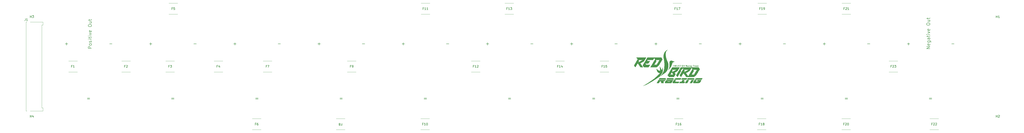
<source format=gbr>
%TF.GenerationSoftware,KiCad,Pcbnew,9.0.4*%
%TF.CreationDate,2025-09-16T19:44:55+08:00*%
%TF.ProjectId,accum_pcb_up,61636375-6d5f-4706-9362-5f75702e6b69,rev?*%
%TF.SameCoordinates,Original*%
%TF.FileFunction,Legend,Top*%
%TF.FilePolarity,Positive*%
%FSLAX46Y46*%
G04 Gerber Fmt 4.6, Leading zero omitted, Abs format (unit mm)*
G04 Created by KiCad (PCBNEW 9.0.4) date 2025-09-16 19:44:55*
%MOMM*%
%LPD*%
G01*
G04 APERTURE LIST*
%ADD10C,0.200000*%
%ADD11C,0.150000*%
%ADD12C,0.120000*%
%ADD13C,0.000000*%
G04 APERTURE END LIST*
D10*
X501259054Y-183920600D02*
X502401912Y-183920600D01*
X405119720Y-183917600D02*
X406262578Y-183917600D01*
X405691149Y-184489028D02*
X405691149Y-183346171D01*
X415064345Y-208510814D02*
X416207203Y-208510814D01*
X416207203Y-208939385D02*
X415064345Y-208939385D01*
X214886068Y-183910100D02*
X216028926Y-183910100D01*
X215457497Y-184481528D02*
X215457497Y-183338671D01*
X481213387Y-183920600D02*
X482356245Y-183920600D01*
X481784816Y-184492028D02*
X481784816Y-183349171D01*
X148737330Y-208502314D02*
X149880188Y-208502314D01*
X149880188Y-208930885D02*
X148737330Y-208930885D01*
X491157649Y-208510814D02*
X492300507Y-208510814D01*
X492300507Y-208939385D02*
X491157649Y-208939385D01*
X453110997Y-208512314D02*
X454253855Y-208512314D01*
X454253855Y-208940885D02*
X453110997Y-208940885D01*
X463212039Y-183919100D02*
X464354897Y-183919100D01*
X120792039Y-183908100D02*
X121934897Y-183908100D01*
X234931735Y-183910100D02*
X236074593Y-183910100D01*
X349072024Y-183914600D02*
X350214882Y-183914600D01*
X196884720Y-183908600D02*
X198027578Y-183908600D01*
X387118372Y-183916100D02*
X388261230Y-183916100D01*
X377017330Y-208511314D02*
X378160188Y-208511314D01*
X378160188Y-208939885D02*
X377017330Y-208939885D01*
X367072705Y-183916100D02*
X368215563Y-183916100D01*
X367644134Y-184487528D02*
X367644134Y-183344671D01*
X110690997Y-208503314D02*
X111833855Y-208503314D01*
X111833855Y-208931885D02*
X110690997Y-208931885D01*
X491426028Y-186066279D02*
X489926028Y-186066279D01*
X489926028Y-186066279D02*
X491426028Y-185209136D01*
X491426028Y-185209136D02*
X489926028Y-185209136D01*
X491354600Y-183923421D02*
X491426028Y-184066278D01*
X491426028Y-184066278D02*
X491426028Y-184351993D01*
X491426028Y-184351993D02*
X491354600Y-184494850D01*
X491354600Y-184494850D02*
X491211742Y-184566278D01*
X491211742Y-184566278D02*
X490640314Y-184566278D01*
X490640314Y-184566278D02*
X490497457Y-184494850D01*
X490497457Y-184494850D02*
X490426028Y-184351993D01*
X490426028Y-184351993D02*
X490426028Y-184066278D01*
X490426028Y-184066278D02*
X490497457Y-183923421D01*
X490497457Y-183923421D02*
X490640314Y-183851993D01*
X490640314Y-183851993D02*
X490783171Y-183851993D01*
X490783171Y-183851993D02*
X490926028Y-184566278D01*
X490426028Y-182566279D02*
X491640314Y-182566279D01*
X491640314Y-182566279D02*
X491783171Y-182637707D01*
X491783171Y-182637707D02*
X491854600Y-182709136D01*
X491854600Y-182709136D02*
X491926028Y-182851993D01*
X491926028Y-182851993D02*
X491926028Y-183066279D01*
X491926028Y-183066279D02*
X491854600Y-183209136D01*
X491354600Y-182566279D02*
X491426028Y-182709136D01*
X491426028Y-182709136D02*
X491426028Y-182994850D01*
X491426028Y-182994850D02*
X491354600Y-183137707D01*
X491354600Y-183137707D02*
X491283171Y-183209136D01*
X491283171Y-183209136D02*
X491140314Y-183280564D01*
X491140314Y-183280564D02*
X490711742Y-183280564D01*
X490711742Y-183280564D02*
X490568885Y-183209136D01*
X490568885Y-183209136D02*
X490497457Y-183137707D01*
X490497457Y-183137707D02*
X490426028Y-182994850D01*
X490426028Y-182994850D02*
X490426028Y-182709136D01*
X490426028Y-182709136D02*
X490497457Y-182566279D01*
X491426028Y-181209136D02*
X490640314Y-181209136D01*
X490640314Y-181209136D02*
X490497457Y-181280564D01*
X490497457Y-181280564D02*
X490426028Y-181423421D01*
X490426028Y-181423421D02*
X490426028Y-181709136D01*
X490426028Y-181709136D02*
X490497457Y-181851993D01*
X491354600Y-181209136D02*
X491426028Y-181351993D01*
X491426028Y-181351993D02*
X491426028Y-181709136D01*
X491426028Y-181709136D02*
X491354600Y-181851993D01*
X491354600Y-181851993D02*
X491211742Y-181923421D01*
X491211742Y-181923421D02*
X491068885Y-181923421D01*
X491068885Y-181923421D02*
X490926028Y-181851993D01*
X490926028Y-181851993D02*
X490854600Y-181709136D01*
X490854600Y-181709136D02*
X490854600Y-181351993D01*
X490854600Y-181351993D02*
X490783171Y-181209136D01*
X490426028Y-180709135D02*
X490426028Y-180137707D01*
X489926028Y-180494850D02*
X491211742Y-180494850D01*
X491211742Y-180494850D02*
X491354600Y-180423421D01*
X491354600Y-180423421D02*
X491426028Y-180280564D01*
X491426028Y-180280564D02*
X491426028Y-180137707D01*
X491426028Y-179637707D02*
X490426028Y-179637707D01*
X489926028Y-179637707D02*
X489997457Y-179709135D01*
X489997457Y-179709135D02*
X490068885Y-179637707D01*
X490068885Y-179637707D02*
X489997457Y-179566278D01*
X489997457Y-179566278D02*
X489926028Y-179637707D01*
X489926028Y-179637707D02*
X490068885Y-179637707D01*
X490426028Y-179066278D02*
X491426028Y-178709135D01*
X491426028Y-178709135D02*
X490426028Y-178351992D01*
X491354600Y-177209135D02*
X491426028Y-177351992D01*
X491426028Y-177351992D02*
X491426028Y-177637707D01*
X491426028Y-177637707D02*
X491354600Y-177780564D01*
X491354600Y-177780564D02*
X491211742Y-177851992D01*
X491211742Y-177851992D02*
X490640314Y-177851992D01*
X490640314Y-177851992D02*
X490497457Y-177780564D01*
X490497457Y-177780564D02*
X490426028Y-177637707D01*
X490426028Y-177637707D02*
X490426028Y-177351992D01*
X490426028Y-177351992D02*
X490497457Y-177209135D01*
X490497457Y-177209135D02*
X490640314Y-177137707D01*
X490640314Y-177137707D02*
X490783171Y-177137707D01*
X490783171Y-177137707D02*
X490926028Y-177851992D01*
X489926028Y-175066278D02*
X489926028Y-174780564D01*
X489926028Y-174780564D02*
X489997457Y-174637707D01*
X489997457Y-174637707D02*
X490140314Y-174494850D01*
X490140314Y-174494850D02*
X490426028Y-174423421D01*
X490426028Y-174423421D02*
X490926028Y-174423421D01*
X490926028Y-174423421D02*
X491211742Y-174494850D01*
X491211742Y-174494850D02*
X491354600Y-174637707D01*
X491354600Y-174637707D02*
X491426028Y-174780564D01*
X491426028Y-174780564D02*
X491426028Y-175066278D01*
X491426028Y-175066278D02*
X491354600Y-175209136D01*
X491354600Y-175209136D02*
X491211742Y-175351993D01*
X491211742Y-175351993D02*
X490926028Y-175423421D01*
X490926028Y-175423421D02*
X490426028Y-175423421D01*
X490426028Y-175423421D02*
X490140314Y-175351993D01*
X490140314Y-175351993D02*
X489997457Y-175209136D01*
X489997457Y-175209136D02*
X489926028Y-175066278D01*
X490426028Y-173137707D02*
X491426028Y-173137707D01*
X490426028Y-173780564D02*
X491211742Y-173780564D01*
X491211742Y-173780564D02*
X491354600Y-173709135D01*
X491354600Y-173709135D02*
X491426028Y-173566278D01*
X491426028Y-173566278D02*
X491426028Y-173351992D01*
X491426028Y-173351992D02*
X491354600Y-173209135D01*
X491354600Y-173209135D02*
X491283171Y-173137707D01*
X490426028Y-172637706D02*
X490426028Y-172066278D01*
X489926028Y-172423421D02*
X491211742Y-172423421D01*
X491211742Y-172423421D02*
X491354600Y-172351992D01*
X491354600Y-172351992D02*
X491426028Y-172209135D01*
X491426028Y-172209135D02*
X491426028Y-172066278D01*
X272978387Y-183911600D02*
X274121245Y-183911600D01*
X290979735Y-183913100D02*
X292122593Y-183913100D01*
X291551164Y-184484528D02*
X291551164Y-183341671D01*
X224823120Y-208503314D02*
X225965978Y-208503314D01*
X225965978Y-208931885D02*
X224823120Y-208931885D01*
X138792705Y-183907100D02*
X139935563Y-183907100D01*
X139364134Y-184478528D02*
X139364134Y-183335671D01*
X338970982Y-208509814D02*
X340113840Y-208509814D01*
X340113840Y-208938385D02*
X338970982Y-208938385D01*
X112619028Y-185971279D02*
X111119028Y-185971279D01*
X111119028Y-185971279D02*
X111119028Y-185399850D01*
X111119028Y-185399850D02*
X111190457Y-185256993D01*
X111190457Y-185256993D02*
X111261885Y-185185564D01*
X111261885Y-185185564D02*
X111404742Y-185114136D01*
X111404742Y-185114136D02*
X111619028Y-185114136D01*
X111619028Y-185114136D02*
X111761885Y-185185564D01*
X111761885Y-185185564D02*
X111833314Y-185256993D01*
X111833314Y-185256993D02*
X111904742Y-185399850D01*
X111904742Y-185399850D02*
X111904742Y-185971279D01*
X112619028Y-184256993D02*
X112547600Y-184399850D01*
X112547600Y-184399850D02*
X112476171Y-184471279D01*
X112476171Y-184471279D02*
X112333314Y-184542707D01*
X112333314Y-184542707D02*
X111904742Y-184542707D01*
X111904742Y-184542707D02*
X111761885Y-184471279D01*
X111761885Y-184471279D02*
X111690457Y-184399850D01*
X111690457Y-184399850D02*
X111619028Y-184256993D01*
X111619028Y-184256993D02*
X111619028Y-184042707D01*
X111619028Y-184042707D02*
X111690457Y-183899850D01*
X111690457Y-183899850D02*
X111761885Y-183828422D01*
X111761885Y-183828422D02*
X111904742Y-183756993D01*
X111904742Y-183756993D02*
X112333314Y-183756993D01*
X112333314Y-183756993D02*
X112476171Y-183828422D01*
X112476171Y-183828422D02*
X112547600Y-183899850D01*
X112547600Y-183899850D02*
X112619028Y-184042707D01*
X112619028Y-184042707D02*
X112619028Y-184256993D01*
X112547600Y-183185564D02*
X112619028Y-183042707D01*
X112619028Y-183042707D02*
X112619028Y-182756993D01*
X112619028Y-182756993D02*
X112547600Y-182614136D01*
X112547600Y-182614136D02*
X112404742Y-182542707D01*
X112404742Y-182542707D02*
X112333314Y-182542707D01*
X112333314Y-182542707D02*
X112190457Y-182614136D01*
X112190457Y-182614136D02*
X112119028Y-182756993D01*
X112119028Y-182756993D02*
X112119028Y-182971279D01*
X112119028Y-182971279D02*
X112047600Y-183114136D01*
X112047600Y-183114136D02*
X111904742Y-183185564D01*
X111904742Y-183185564D02*
X111833314Y-183185564D01*
X111833314Y-183185564D02*
X111690457Y-183114136D01*
X111690457Y-183114136D02*
X111619028Y-182971279D01*
X111619028Y-182971279D02*
X111619028Y-182756993D01*
X111619028Y-182756993D02*
X111690457Y-182614136D01*
X112619028Y-181899850D02*
X111619028Y-181899850D01*
X111119028Y-181899850D02*
X111190457Y-181971278D01*
X111190457Y-181971278D02*
X111261885Y-181899850D01*
X111261885Y-181899850D02*
X111190457Y-181828421D01*
X111190457Y-181828421D02*
X111119028Y-181899850D01*
X111119028Y-181899850D02*
X111261885Y-181899850D01*
X111619028Y-181399849D02*
X111619028Y-180828421D01*
X111119028Y-181185564D02*
X112404742Y-181185564D01*
X112404742Y-181185564D02*
X112547600Y-181114135D01*
X112547600Y-181114135D02*
X112619028Y-180971278D01*
X112619028Y-180971278D02*
X112619028Y-180828421D01*
X112619028Y-180328421D02*
X111619028Y-180328421D01*
X111119028Y-180328421D02*
X111190457Y-180399849D01*
X111190457Y-180399849D02*
X111261885Y-180328421D01*
X111261885Y-180328421D02*
X111190457Y-180256992D01*
X111190457Y-180256992D02*
X111119028Y-180328421D01*
X111119028Y-180328421D02*
X111261885Y-180328421D01*
X111619028Y-179756992D02*
X112619028Y-179399849D01*
X112619028Y-179399849D02*
X111619028Y-179042706D01*
X112547600Y-177899849D02*
X112619028Y-178042706D01*
X112619028Y-178042706D02*
X112619028Y-178328421D01*
X112619028Y-178328421D02*
X112547600Y-178471278D01*
X112547600Y-178471278D02*
X112404742Y-178542706D01*
X112404742Y-178542706D02*
X111833314Y-178542706D01*
X111833314Y-178542706D02*
X111690457Y-178471278D01*
X111690457Y-178471278D02*
X111619028Y-178328421D01*
X111619028Y-178328421D02*
X111619028Y-178042706D01*
X111619028Y-178042706D02*
X111690457Y-177899849D01*
X111690457Y-177899849D02*
X111833314Y-177828421D01*
X111833314Y-177828421D02*
X111976171Y-177828421D01*
X111976171Y-177828421D02*
X112119028Y-178542706D01*
X111119028Y-175756992D02*
X111119028Y-175471278D01*
X111119028Y-175471278D02*
X111190457Y-175328421D01*
X111190457Y-175328421D02*
X111333314Y-175185564D01*
X111333314Y-175185564D02*
X111619028Y-175114135D01*
X111619028Y-175114135D02*
X112119028Y-175114135D01*
X112119028Y-175114135D02*
X112404742Y-175185564D01*
X112404742Y-175185564D02*
X112547600Y-175328421D01*
X112547600Y-175328421D02*
X112619028Y-175471278D01*
X112619028Y-175471278D02*
X112619028Y-175756992D01*
X112619028Y-175756992D02*
X112547600Y-175899850D01*
X112547600Y-175899850D02*
X112404742Y-176042707D01*
X112404742Y-176042707D02*
X112119028Y-176114135D01*
X112119028Y-176114135D02*
X111619028Y-176114135D01*
X111619028Y-176114135D02*
X111333314Y-176042707D01*
X111333314Y-176042707D02*
X111190457Y-175899850D01*
X111190457Y-175899850D02*
X111119028Y-175756992D01*
X111619028Y-173828421D02*
X112619028Y-173828421D01*
X111619028Y-174471278D02*
X112404742Y-174471278D01*
X112404742Y-174471278D02*
X112547600Y-174399849D01*
X112547600Y-174399849D02*
X112619028Y-174256992D01*
X112619028Y-174256992D02*
X112619028Y-174042706D01*
X112619028Y-174042706D02*
X112547600Y-173899849D01*
X112547600Y-173899849D02*
X112476171Y-173828421D01*
X111619028Y-173328420D02*
X111619028Y-172756992D01*
X111119028Y-173114135D02*
X112404742Y-173114135D01*
X112404742Y-173114135D02*
X112547600Y-173042706D01*
X112547600Y-173042706D02*
X112619028Y-172899849D01*
X112619028Y-172899849D02*
X112619028Y-172756992D01*
X300923997Y-208503314D02*
X302066855Y-208503314D01*
X302066855Y-208931885D02*
X300923997Y-208931885D01*
X176839053Y-183908600D02*
X177981911Y-183908600D01*
X177410482Y-184480028D02*
X177410482Y-183337171D01*
X186783678Y-208503814D02*
X187926536Y-208503814D01*
X187926536Y-208932385D02*
X186783678Y-208932385D01*
X100746372Y-183908100D02*
X101889230Y-183908100D01*
X101317801Y-184479528D02*
X101317801Y-183336671D01*
X262877345Y-208504814D02*
X264020203Y-208504814D01*
X264020203Y-208933385D02*
X262877345Y-208933385D01*
X252932720Y-183911600D02*
X254075578Y-183911600D01*
X253504149Y-184483028D02*
X253504149Y-183340171D01*
X443166372Y-183919100D02*
X444309230Y-183919100D01*
X443737801Y-184490528D02*
X443737801Y-183347671D01*
X329026357Y-183914600D02*
X330169215Y-183914600D01*
X329597786Y-184486028D02*
X329597786Y-183343171D01*
X425165387Y-183917600D02*
X426308245Y-183917600D01*
X158838372Y-183907100D02*
X159981230Y-183907100D01*
X311025402Y-183913100D02*
X312168260Y-183913100D01*
D11*
X452731476Y-220311009D02*
X452398143Y-220311009D01*
X452398143Y-220834819D02*
X452398143Y-219834819D01*
X452398143Y-219834819D02*
X452874333Y-219834819D01*
X453207667Y-219930057D02*
X453255286Y-219882438D01*
X453255286Y-219882438D02*
X453350524Y-219834819D01*
X453350524Y-219834819D02*
X453588619Y-219834819D01*
X453588619Y-219834819D02*
X453683857Y-219882438D01*
X453683857Y-219882438D02*
X453731476Y-219930057D01*
X453731476Y-219930057D02*
X453779095Y-220025295D01*
X453779095Y-220025295D02*
X453779095Y-220120533D01*
X453779095Y-220120533D02*
X453731476Y-220263390D01*
X453731476Y-220263390D02*
X453160048Y-220834819D01*
X453160048Y-220834819D02*
X453779095Y-220834819D01*
X454398143Y-219834819D02*
X454493381Y-219834819D01*
X454493381Y-219834819D02*
X454588619Y-219882438D01*
X454588619Y-219882438D02*
X454636238Y-219930057D01*
X454636238Y-219930057D02*
X454683857Y-220025295D01*
X454683857Y-220025295D02*
X454731476Y-220215771D01*
X454731476Y-220215771D02*
X454731476Y-220453866D01*
X454731476Y-220453866D02*
X454683857Y-220644342D01*
X454683857Y-220644342D02*
X454636238Y-220739580D01*
X454636238Y-220739580D02*
X454588619Y-220787200D01*
X454588619Y-220787200D02*
X454493381Y-220834819D01*
X454493381Y-220834819D02*
X454398143Y-220834819D01*
X454398143Y-220834819D02*
X454302905Y-220787200D01*
X454302905Y-220787200D02*
X454255286Y-220739580D01*
X454255286Y-220739580D02*
X454207667Y-220644342D01*
X454207667Y-220644342D02*
X454160048Y-220453866D01*
X454160048Y-220453866D02*
X454160048Y-220215771D01*
X454160048Y-220215771D02*
X454207667Y-220025295D01*
X454207667Y-220025295D02*
X454255286Y-219930057D01*
X454255286Y-219930057D02*
X454302905Y-219882438D01*
X454302905Y-219882438D02*
X454398143Y-219834819D01*
X262662476Y-167878009D02*
X262329143Y-167878009D01*
X262329143Y-168401819D02*
X262329143Y-167401819D01*
X262329143Y-167401819D02*
X262805333Y-167401819D01*
X263710095Y-168401819D02*
X263138667Y-168401819D01*
X263424381Y-168401819D02*
X263424381Y-167401819D01*
X263424381Y-167401819D02*
X263329143Y-167544676D01*
X263329143Y-167544676D02*
X263233905Y-167639914D01*
X263233905Y-167639914D02*
X263138667Y-167687533D01*
X264662476Y-168401819D02*
X264091048Y-168401819D01*
X264376762Y-168401819D02*
X264376762Y-167401819D01*
X264376762Y-167401819D02*
X264281524Y-167544676D01*
X264281524Y-167544676D02*
X264186286Y-167639914D01*
X264186286Y-167639914D02*
X264091048Y-167687533D01*
X474116476Y-194083154D02*
X473783143Y-194083154D01*
X473783143Y-194606964D02*
X473783143Y-193606964D01*
X473783143Y-193606964D02*
X474259333Y-193606964D01*
X474592667Y-193702202D02*
X474640286Y-193654583D01*
X474640286Y-193654583D02*
X474735524Y-193606964D01*
X474735524Y-193606964D02*
X474973619Y-193606964D01*
X474973619Y-193606964D02*
X475068857Y-193654583D01*
X475068857Y-193654583D02*
X475116476Y-193702202D01*
X475116476Y-193702202D02*
X475164095Y-193797440D01*
X475164095Y-193797440D02*
X475164095Y-193892678D01*
X475164095Y-193892678D02*
X475116476Y-194035535D01*
X475116476Y-194035535D02*
X474545048Y-194606964D01*
X474545048Y-194606964D02*
X475164095Y-194606964D01*
X475497429Y-193606964D02*
X476116476Y-193606964D01*
X476116476Y-193606964D02*
X475783143Y-193987916D01*
X475783143Y-193987916D02*
X475926000Y-193987916D01*
X475926000Y-193987916D02*
X476021238Y-194035535D01*
X476021238Y-194035535D02*
X476068857Y-194083154D01*
X476068857Y-194083154D02*
X476116476Y-194178392D01*
X476116476Y-194178392D02*
X476116476Y-194416487D01*
X476116476Y-194416487D02*
X476068857Y-194511725D01*
X476068857Y-194511725D02*
X476021238Y-194559345D01*
X476021238Y-194559345D02*
X475926000Y-194606964D01*
X475926000Y-194606964D02*
X475640286Y-194606964D01*
X475640286Y-194606964D02*
X475545048Y-194559345D01*
X475545048Y-194559345D02*
X475497429Y-194511725D01*
X169586666Y-194083154D02*
X169253333Y-194083154D01*
X169253333Y-194606964D02*
X169253333Y-193606964D01*
X169253333Y-193606964D02*
X169729523Y-193606964D01*
X170539047Y-193940297D02*
X170539047Y-194606964D01*
X170300952Y-193559345D02*
X170062857Y-194273630D01*
X170062857Y-194273630D02*
X170681904Y-194273630D01*
X376512476Y-167878009D02*
X376179143Y-167878009D01*
X376179143Y-168401819D02*
X376179143Y-167401819D01*
X376179143Y-167401819D02*
X376655333Y-167401819D01*
X377560095Y-168401819D02*
X376988667Y-168401819D01*
X377274381Y-168401819D02*
X377274381Y-167401819D01*
X377274381Y-167401819D02*
X377179143Y-167544676D01*
X377179143Y-167544676D02*
X377083905Y-167639914D01*
X377083905Y-167639914D02*
X376988667Y-167687533D01*
X377893429Y-167401819D02*
X378560095Y-167401819D01*
X378560095Y-167401819D02*
X378131524Y-168401819D01*
X82736666Y-172357463D02*
X82736666Y-173071748D01*
X82736666Y-173071748D02*
X82689047Y-173214605D01*
X82689047Y-173214605D02*
X82593809Y-173309844D01*
X82593809Y-173309844D02*
X82450952Y-173357463D01*
X82450952Y-173357463D02*
X82355714Y-173357463D01*
X83736666Y-173357463D02*
X83165238Y-173357463D01*
X83450952Y-173357463D02*
X83450952Y-172357463D01*
X83450952Y-172357463D02*
X83355714Y-172500320D01*
X83355714Y-172500320D02*
X83260476Y-172595558D01*
X83260476Y-172595558D02*
X83165238Y-172643177D01*
X149224666Y-167878009D02*
X148891333Y-167878009D01*
X148891333Y-168401819D02*
X148891333Y-167401819D01*
X148891333Y-167401819D02*
X149367523Y-167401819D01*
X150224666Y-167401819D02*
X149748476Y-167401819D01*
X149748476Y-167401819D02*
X149700857Y-167878009D01*
X149700857Y-167878009D02*
X149748476Y-167830390D01*
X149748476Y-167830390D02*
X149843714Y-167782771D01*
X149843714Y-167782771D02*
X150081809Y-167782771D01*
X150081809Y-167782771D02*
X150177047Y-167830390D01*
X150177047Y-167830390D02*
X150224666Y-167878009D01*
X150224666Y-167878009D02*
X150272285Y-167973247D01*
X150272285Y-167973247D02*
X150272285Y-168211342D01*
X150272285Y-168211342D02*
X150224666Y-168306580D01*
X150224666Y-168306580D02*
X150177047Y-168354200D01*
X150177047Y-168354200D02*
X150081809Y-168401819D01*
X150081809Y-168401819D02*
X149843714Y-168401819D01*
X149843714Y-168401819D02*
X149748476Y-168354200D01*
X149748476Y-168354200D02*
X149700857Y-168306580D01*
X521349095Y-217273819D02*
X521349095Y-216273819D01*
X521349095Y-216750009D02*
X521920523Y-216750009D01*
X521920523Y-217273819D02*
X521920523Y-216273819D01*
X522349095Y-216369057D02*
X522396714Y-216321438D01*
X522396714Y-216321438D02*
X522491952Y-216273819D01*
X522491952Y-216273819D02*
X522730047Y-216273819D01*
X522730047Y-216273819D02*
X522825285Y-216321438D01*
X522825285Y-216321438D02*
X522872904Y-216369057D01*
X522872904Y-216369057D02*
X522920523Y-216464295D01*
X522920523Y-216464295D02*
X522920523Y-216559533D01*
X522920523Y-216559533D02*
X522872904Y-216702390D01*
X522872904Y-216702390D02*
X522301476Y-217273819D01*
X522301476Y-217273819D02*
X522920523Y-217273819D01*
X262485476Y-220311009D02*
X262152143Y-220311009D01*
X262152143Y-220834819D02*
X262152143Y-219834819D01*
X262152143Y-219834819D02*
X262628333Y-219834819D01*
X263533095Y-220834819D02*
X262961667Y-220834819D01*
X263247381Y-220834819D02*
X263247381Y-219834819D01*
X263247381Y-219834819D02*
X263152143Y-219977676D01*
X263152143Y-219977676D02*
X263056905Y-220072914D01*
X263056905Y-220072914D02*
X262961667Y-220120533D01*
X264152143Y-219834819D02*
X264247381Y-219834819D01*
X264247381Y-219834819D02*
X264342619Y-219882438D01*
X264342619Y-219882438D02*
X264390238Y-219930057D01*
X264390238Y-219930057D02*
X264437857Y-220025295D01*
X264437857Y-220025295D02*
X264485476Y-220215771D01*
X264485476Y-220215771D02*
X264485476Y-220453866D01*
X264485476Y-220453866D02*
X264437857Y-220644342D01*
X264437857Y-220644342D02*
X264390238Y-220739580D01*
X264390238Y-220739580D02*
X264342619Y-220787200D01*
X264342619Y-220787200D02*
X264247381Y-220834819D01*
X264247381Y-220834819D02*
X264152143Y-220834819D01*
X264152143Y-220834819D02*
X264056905Y-220787200D01*
X264056905Y-220787200D02*
X264009286Y-220739580D01*
X264009286Y-220739580D02*
X263961667Y-220644342D01*
X263961667Y-220644342D02*
X263914048Y-220453866D01*
X263914048Y-220453866D02*
X263914048Y-220215771D01*
X263914048Y-220215771D02*
X263961667Y-220025295D01*
X263961667Y-220025295D02*
X264009286Y-219930057D01*
X264009286Y-219930057D02*
X264056905Y-219882438D01*
X264056905Y-219882438D02*
X264152143Y-219834819D01*
X414804476Y-167878009D02*
X414471143Y-167878009D01*
X414471143Y-168401819D02*
X414471143Y-167401819D01*
X414471143Y-167401819D02*
X414947333Y-167401819D01*
X415852095Y-168401819D02*
X415280667Y-168401819D01*
X415566381Y-168401819D02*
X415566381Y-167401819D01*
X415566381Y-167401819D02*
X415471143Y-167544676D01*
X415471143Y-167544676D02*
X415375905Y-167639914D01*
X415375905Y-167639914D02*
X415280667Y-167687533D01*
X416328286Y-168401819D02*
X416518762Y-168401819D01*
X416518762Y-168401819D02*
X416614000Y-168354200D01*
X416614000Y-168354200D02*
X416661619Y-168306580D01*
X416661619Y-168306580D02*
X416756857Y-168163723D01*
X416756857Y-168163723D02*
X416804476Y-167973247D01*
X416804476Y-167973247D02*
X416804476Y-167592295D01*
X416804476Y-167592295D02*
X416756857Y-167497057D01*
X416756857Y-167497057D02*
X416709238Y-167449438D01*
X416709238Y-167449438D02*
X416614000Y-167401819D01*
X416614000Y-167401819D02*
X416423524Y-167401819D01*
X416423524Y-167401819D02*
X416328286Y-167449438D01*
X416328286Y-167449438D02*
X416280667Y-167497057D01*
X416280667Y-167497057D02*
X416233048Y-167592295D01*
X416233048Y-167592295D02*
X416233048Y-167830390D01*
X416233048Y-167830390D02*
X416280667Y-167925628D01*
X416280667Y-167925628D02*
X416328286Y-167973247D01*
X416328286Y-167973247D02*
X416423524Y-168020866D01*
X416423524Y-168020866D02*
X416614000Y-168020866D01*
X416614000Y-168020866D02*
X416709238Y-167973247D01*
X416709238Y-167973247D02*
X416756857Y-167925628D01*
X416756857Y-167925628D02*
X416804476Y-167830390D01*
X300544476Y-167878009D02*
X300211143Y-167878009D01*
X300211143Y-168401819D02*
X300211143Y-167401819D01*
X300211143Y-167401819D02*
X300687333Y-167401819D01*
X301592095Y-168401819D02*
X301020667Y-168401819D01*
X301306381Y-168401819D02*
X301306381Y-167401819D01*
X301306381Y-167401819D02*
X301211143Y-167544676D01*
X301211143Y-167544676D02*
X301115905Y-167639914D01*
X301115905Y-167639914D02*
X301020667Y-167687533D01*
X301925429Y-167401819D02*
X302544476Y-167401819D01*
X302544476Y-167401819D02*
X302211143Y-167782771D01*
X302211143Y-167782771D02*
X302354000Y-167782771D01*
X302354000Y-167782771D02*
X302449238Y-167830390D01*
X302449238Y-167830390D02*
X302496857Y-167878009D01*
X302496857Y-167878009D02*
X302544476Y-167973247D01*
X302544476Y-167973247D02*
X302544476Y-168211342D01*
X302544476Y-168211342D02*
X302496857Y-168306580D01*
X302496857Y-168306580D02*
X302449238Y-168354200D01*
X302449238Y-168354200D02*
X302354000Y-168401819D01*
X302354000Y-168401819D02*
X302068286Y-168401819D01*
X302068286Y-168401819D02*
X301973048Y-168354200D01*
X301973048Y-168354200D02*
X301925429Y-168306580D01*
X521347095Y-172074819D02*
X521347095Y-171074819D01*
X521347095Y-171551009D02*
X521918523Y-171551009D01*
X521918523Y-172074819D02*
X521918523Y-171074819D01*
X522918523Y-172074819D02*
X522347095Y-172074819D01*
X522632809Y-172074819D02*
X522632809Y-171074819D01*
X522632809Y-171074819D02*
X522537571Y-171217676D01*
X522537571Y-171217676D02*
X522442333Y-171312914D01*
X522442333Y-171312914D02*
X522347095Y-171360533D01*
X229847666Y-194083154D02*
X229514333Y-194083154D01*
X229514333Y-194606964D02*
X229514333Y-193606964D01*
X229514333Y-193606964D02*
X229990523Y-193606964D01*
X230419095Y-194606964D02*
X230609571Y-194606964D01*
X230609571Y-194606964D02*
X230704809Y-194559345D01*
X230704809Y-194559345D02*
X230752428Y-194511725D01*
X230752428Y-194511725D02*
X230847666Y-194368868D01*
X230847666Y-194368868D02*
X230895285Y-194178392D01*
X230895285Y-194178392D02*
X230895285Y-193797440D01*
X230895285Y-193797440D02*
X230847666Y-193702202D01*
X230847666Y-193702202D02*
X230800047Y-193654583D01*
X230800047Y-193654583D02*
X230704809Y-193606964D01*
X230704809Y-193606964D02*
X230514333Y-193606964D01*
X230514333Y-193606964D02*
X230419095Y-193654583D01*
X230419095Y-193654583D02*
X230371476Y-193702202D01*
X230371476Y-193702202D02*
X230323857Y-193797440D01*
X230323857Y-193797440D02*
X230323857Y-194035535D01*
X230323857Y-194035535D02*
X230371476Y-194130773D01*
X230371476Y-194130773D02*
X230419095Y-194178392D01*
X230419095Y-194178392D02*
X230514333Y-194226011D01*
X230514333Y-194226011D02*
X230704809Y-194226011D01*
X230704809Y-194226011D02*
X230800047Y-194178392D01*
X230800047Y-194178392D02*
X230847666Y-194130773D01*
X230847666Y-194130773D02*
X230895285Y-194035535D01*
X414583676Y-220311009D02*
X414250343Y-220311009D01*
X414250343Y-220834819D02*
X414250343Y-219834819D01*
X414250343Y-219834819D02*
X414726533Y-219834819D01*
X415631295Y-220834819D02*
X415059867Y-220834819D01*
X415345581Y-220834819D02*
X415345581Y-219834819D01*
X415345581Y-219834819D02*
X415250343Y-219977676D01*
X415250343Y-219977676D02*
X415155105Y-220072914D01*
X415155105Y-220072914D02*
X415059867Y-220120533D01*
X416202724Y-220263390D02*
X416107486Y-220215771D01*
X416107486Y-220215771D02*
X416059867Y-220168152D01*
X416059867Y-220168152D02*
X416012248Y-220072914D01*
X416012248Y-220072914D02*
X416012248Y-220025295D01*
X416012248Y-220025295D02*
X416059867Y-219930057D01*
X416059867Y-219930057D02*
X416107486Y-219882438D01*
X416107486Y-219882438D02*
X416202724Y-219834819D01*
X416202724Y-219834819D02*
X416393200Y-219834819D01*
X416393200Y-219834819D02*
X416488438Y-219882438D01*
X416488438Y-219882438D02*
X416536057Y-219930057D01*
X416536057Y-219930057D02*
X416583676Y-220025295D01*
X416583676Y-220025295D02*
X416583676Y-220072914D01*
X416583676Y-220072914D02*
X416536057Y-220168152D01*
X416536057Y-220168152D02*
X416488438Y-220215771D01*
X416488438Y-220215771D02*
X416393200Y-220263390D01*
X416393200Y-220263390D02*
X416202724Y-220263390D01*
X416202724Y-220263390D02*
X416107486Y-220311009D01*
X416107486Y-220311009D02*
X416059867Y-220358628D01*
X416059867Y-220358628D02*
X416012248Y-220453866D01*
X416012248Y-220453866D02*
X416012248Y-220644342D01*
X416012248Y-220644342D02*
X416059867Y-220739580D01*
X416059867Y-220739580D02*
X416107486Y-220787200D01*
X416107486Y-220787200D02*
X416202724Y-220834819D01*
X416202724Y-220834819D02*
X416393200Y-220834819D01*
X416393200Y-220834819D02*
X416488438Y-220787200D01*
X416488438Y-220787200D02*
X416536057Y-220739580D01*
X416536057Y-220739580D02*
X416583676Y-220644342D01*
X416583676Y-220644342D02*
X416583676Y-220453866D01*
X416583676Y-220453866D02*
X416536057Y-220358628D01*
X416536057Y-220358628D02*
X416488438Y-220311009D01*
X416488438Y-220311009D02*
X416393200Y-220263390D01*
X147783666Y-194083154D02*
X147450333Y-194083154D01*
X147450333Y-194606964D02*
X147450333Y-193606964D01*
X147450333Y-193606964D02*
X147926523Y-193606964D01*
X148212238Y-193606964D02*
X148831285Y-193606964D01*
X148831285Y-193606964D02*
X148497952Y-193987916D01*
X148497952Y-193987916D02*
X148640809Y-193987916D01*
X148640809Y-193987916D02*
X148736047Y-194035535D01*
X148736047Y-194035535D02*
X148783666Y-194083154D01*
X148783666Y-194083154D02*
X148831285Y-194178392D01*
X148831285Y-194178392D02*
X148831285Y-194416487D01*
X148831285Y-194416487D02*
X148783666Y-194511725D01*
X148783666Y-194511725D02*
X148736047Y-194559345D01*
X148736047Y-194559345D02*
X148640809Y-194606964D01*
X148640809Y-194606964D02*
X148355095Y-194606964D01*
X148355095Y-194606964D02*
X148259857Y-194559345D01*
X148259857Y-194559345D02*
X148212238Y-194511725D01*
X191787666Y-194083154D02*
X191454333Y-194083154D01*
X191454333Y-194606964D02*
X191454333Y-193606964D01*
X191454333Y-193606964D02*
X191930523Y-193606964D01*
X192216238Y-193606964D02*
X192882904Y-193606964D01*
X192882904Y-193606964D02*
X192454333Y-194606964D01*
X492534476Y-220311009D02*
X492201143Y-220311009D01*
X492201143Y-220834819D02*
X492201143Y-219834819D01*
X492201143Y-219834819D02*
X492677333Y-219834819D01*
X493010667Y-219930057D02*
X493058286Y-219882438D01*
X493058286Y-219882438D02*
X493153524Y-219834819D01*
X493153524Y-219834819D02*
X493391619Y-219834819D01*
X493391619Y-219834819D02*
X493486857Y-219882438D01*
X493486857Y-219882438D02*
X493534476Y-219930057D01*
X493534476Y-219930057D02*
X493582095Y-220025295D01*
X493582095Y-220025295D02*
X493582095Y-220120533D01*
X493582095Y-220120533D02*
X493534476Y-220263390D01*
X493534476Y-220263390D02*
X492963048Y-220834819D01*
X492963048Y-220834819D02*
X493582095Y-220834819D01*
X493963048Y-219930057D02*
X494010667Y-219882438D01*
X494010667Y-219882438D02*
X494105905Y-219834819D01*
X494105905Y-219834819D02*
X494344000Y-219834819D01*
X494344000Y-219834819D02*
X494439238Y-219882438D01*
X494439238Y-219882438D02*
X494486857Y-219930057D01*
X494486857Y-219930057D02*
X494534476Y-220025295D01*
X494534476Y-220025295D02*
X494534476Y-220120533D01*
X494534476Y-220120533D02*
X494486857Y-220263390D01*
X494486857Y-220263390D02*
X493915429Y-220834819D01*
X493915429Y-220834819D02*
X494534476Y-220834819D01*
X452872476Y-167878009D02*
X452539143Y-167878009D01*
X452539143Y-168401819D02*
X452539143Y-167401819D01*
X452539143Y-167401819D02*
X453015333Y-167401819D01*
X453348667Y-167497057D02*
X453396286Y-167449438D01*
X453396286Y-167449438D02*
X453491524Y-167401819D01*
X453491524Y-167401819D02*
X453729619Y-167401819D01*
X453729619Y-167401819D02*
X453824857Y-167449438D01*
X453824857Y-167449438D02*
X453872476Y-167497057D01*
X453872476Y-167497057D02*
X453920095Y-167592295D01*
X453920095Y-167592295D02*
X453920095Y-167687533D01*
X453920095Y-167687533D02*
X453872476Y-167830390D01*
X453872476Y-167830390D02*
X453301048Y-168401819D01*
X453301048Y-168401819D02*
X453920095Y-168401819D01*
X454872476Y-168401819D02*
X454301048Y-168401819D01*
X454586762Y-168401819D02*
X454586762Y-167401819D01*
X454586762Y-167401819D02*
X454491524Y-167544676D01*
X454491524Y-167544676D02*
X454396286Y-167639914D01*
X454396286Y-167639914D02*
X454301048Y-167687533D01*
X285413476Y-194083154D02*
X285080143Y-194083154D01*
X285080143Y-194606964D02*
X285080143Y-193606964D01*
X285080143Y-193606964D02*
X285556333Y-193606964D01*
X286461095Y-194606964D02*
X285889667Y-194606964D01*
X286175381Y-194606964D02*
X286175381Y-193606964D01*
X286175381Y-193606964D02*
X286080143Y-193749821D01*
X286080143Y-193749821D02*
X285984905Y-193845059D01*
X285984905Y-193845059D02*
X285889667Y-193892678D01*
X286842048Y-193702202D02*
X286889667Y-193654583D01*
X286889667Y-193654583D02*
X286984905Y-193606964D01*
X286984905Y-193606964D02*
X287223000Y-193606964D01*
X287223000Y-193606964D02*
X287318238Y-193654583D01*
X287318238Y-193654583D02*
X287365857Y-193702202D01*
X287365857Y-193702202D02*
X287413476Y-193797440D01*
X287413476Y-193797440D02*
X287413476Y-193892678D01*
X287413476Y-193892678D02*
X287365857Y-194035535D01*
X287365857Y-194035535D02*
X286794429Y-194606964D01*
X286794429Y-194606964D02*
X287413476Y-194606964D01*
X84867095Y-217272819D02*
X84867095Y-216272819D01*
X84867095Y-216749009D02*
X85438523Y-216749009D01*
X85438523Y-217272819D02*
X85438523Y-216272819D01*
X86343285Y-216606152D02*
X86343285Y-217272819D01*
X86105190Y-216225200D02*
X85867095Y-216939485D01*
X85867095Y-216939485D02*
X86486142Y-216939485D01*
X377049476Y-220311009D02*
X376716143Y-220311009D01*
X376716143Y-220834819D02*
X376716143Y-219834819D01*
X376716143Y-219834819D02*
X377192333Y-219834819D01*
X378097095Y-220834819D02*
X377525667Y-220834819D01*
X377811381Y-220834819D02*
X377811381Y-219834819D01*
X377811381Y-219834819D02*
X377716143Y-219977676D01*
X377716143Y-219977676D02*
X377620905Y-220072914D01*
X377620905Y-220072914D02*
X377525667Y-220120533D01*
X378954238Y-219834819D02*
X378763762Y-219834819D01*
X378763762Y-219834819D02*
X378668524Y-219882438D01*
X378668524Y-219882438D02*
X378620905Y-219930057D01*
X378620905Y-219930057D02*
X378525667Y-220072914D01*
X378525667Y-220072914D02*
X378478048Y-220263390D01*
X378478048Y-220263390D02*
X378478048Y-220644342D01*
X378478048Y-220644342D02*
X378525667Y-220739580D01*
X378525667Y-220739580D02*
X378573286Y-220787200D01*
X378573286Y-220787200D02*
X378668524Y-220834819D01*
X378668524Y-220834819D02*
X378859000Y-220834819D01*
X378859000Y-220834819D02*
X378954238Y-220787200D01*
X378954238Y-220787200D02*
X379001857Y-220739580D01*
X379001857Y-220739580D02*
X379049476Y-220644342D01*
X379049476Y-220644342D02*
X379049476Y-220406247D01*
X379049476Y-220406247D02*
X379001857Y-220311009D01*
X379001857Y-220311009D02*
X378954238Y-220263390D01*
X378954238Y-220263390D02*
X378859000Y-220215771D01*
X378859000Y-220215771D02*
X378668524Y-220215771D01*
X378668524Y-220215771D02*
X378573286Y-220263390D01*
X378573286Y-220263390D02*
X378525667Y-220311009D01*
X378525667Y-220311009D02*
X378478048Y-220406247D01*
X343508476Y-194083154D02*
X343175143Y-194083154D01*
X343175143Y-194606964D02*
X343175143Y-193606964D01*
X343175143Y-193606964D02*
X343651333Y-193606964D01*
X344556095Y-194606964D02*
X343984667Y-194606964D01*
X344270381Y-194606964D02*
X344270381Y-193606964D01*
X344270381Y-193606964D02*
X344175143Y-193749821D01*
X344175143Y-193749821D02*
X344079905Y-193845059D01*
X344079905Y-193845059D02*
X343984667Y-193892678D01*
X345460857Y-193606964D02*
X344984667Y-193606964D01*
X344984667Y-193606964D02*
X344937048Y-194083154D01*
X344937048Y-194083154D02*
X344984667Y-194035535D01*
X344984667Y-194035535D02*
X345079905Y-193987916D01*
X345079905Y-193987916D02*
X345318000Y-193987916D01*
X345318000Y-193987916D02*
X345413238Y-194035535D01*
X345413238Y-194035535D02*
X345460857Y-194083154D01*
X345460857Y-194083154D02*
X345508476Y-194178392D01*
X345508476Y-194178392D02*
X345508476Y-194416487D01*
X345508476Y-194416487D02*
X345460857Y-194511725D01*
X345460857Y-194511725D02*
X345413238Y-194559345D01*
X345413238Y-194559345D02*
X345318000Y-194606964D01*
X345318000Y-194606964D02*
X345079905Y-194606964D01*
X345079905Y-194606964D02*
X344984667Y-194559345D01*
X344984667Y-194559345D02*
X344937048Y-194511725D01*
X103866666Y-194083154D02*
X103533333Y-194083154D01*
X103533333Y-194606964D02*
X103533333Y-193606964D01*
X103533333Y-193606964D02*
X104009523Y-193606964D01*
X104914285Y-194606964D02*
X104342857Y-194606964D01*
X104628571Y-194606964D02*
X104628571Y-193606964D01*
X104628571Y-193606964D02*
X104533333Y-193749821D01*
X104533333Y-193749821D02*
X104438095Y-193845059D01*
X104438095Y-193845059D02*
X104342857Y-193892678D01*
X225486333Y-220448990D02*
X225819666Y-220448990D01*
X225819666Y-219925180D02*
X225819666Y-220925180D01*
X225819666Y-220925180D02*
X225343476Y-220925180D01*
X224819666Y-220496609D02*
X224914904Y-220544228D01*
X224914904Y-220544228D02*
X224962523Y-220591847D01*
X224962523Y-220591847D02*
X225010142Y-220687085D01*
X225010142Y-220687085D02*
X225010142Y-220734704D01*
X225010142Y-220734704D02*
X224962523Y-220829942D01*
X224962523Y-220829942D02*
X224914904Y-220877561D01*
X224914904Y-220877561D02*
X224819666Y-220925180D01*
X224819666Y-220925180D02*
X224629190Y-220925180D01*
X224629190Y-220925180D02*
X224533952Y-220877561D01*
X224533952Y-220877561D02*
X224486333Y-220829942D01*
X224486333Y-220829942D02*
X224438714Y-220734704D01*
X224438714Y-220734704D02*
X224438714Y-220687085D01*
X224438714Y-220687085D02*
X224486333Y-220591847D01*
X224486333Y-220591847D02*
X224533952Y-220544228D01*
X224533952Y-220544228D02*
X224629190Y-220496609D01*
X224629190Y-220496609D02*
X224819666Y-220496609D01*
X224819666Y-220496609D02*
X224914904Y-220448990D01*
X224914904Y-220448990D02*
X224962523Y-220401371D01*
X224962523Y-220401371D02*
X225010142Y-220306133D01*
X225010142Y-220306133D02*
X225010142Y-220115657D01*
X225010142Y-220115657D02*
X224962523Y-220020419D01*
X224962523Y-220020419D02*
X224914904Y-219972800D01*
X224914904Y-219972800D02*
X224819666Y-219925180D01*
X224819666Y-219925180D02*
X224629190Y-219925180D01*
X224629190Y-219925180D02*
X224533952Y-219972800D01*
X224533952Y-219972800D02*
X224486333Y-220020419D01*
X224486333Y-220020419D02*
X224438714Y-220115657D01*
X224438714Y-220115657D02*
X224438714Y-220306133D01*
X224438714Y-220306133D02*
X224486333Y-220401371D01*
X224486333Y-220401371D02*
X224533952Y-220448990D01*
X224533952Y-220448990D02*
X224629190Y-220496609D01*
X186905894Y-220311009D02*
X186572561Y-220311009D01*
X186572561Y-220834819D02*
X186572561Y-219834819D01*
X186572561Y-219834819D02*
X187048751Y-219834819D01*
X187858275Y-219834819D02*
X187667799Y-219834819D01*
X187667799Y-219834819D02*
X187572561Y-219882438D01*
X187572561Y-219882438D02*
X187524942Y-219930057D01*
X187524942Y-219930057D02*
X187429704Y-220072914D01*
X187429704Y-220072914D02*
X187382085Y-220263390D01*
X187382085Y-220263390D02*
X187382085Y-220644342D01*
X187382085Y-220644342D02*
X187429704Y-220739580D01*
X187429704Y-220739580D02*
X187477323Y-220787200D01*
X187477323Y-220787200D02*
X187572561Y-220834819D01*
X187572561Y-220834819D02*
X187763037Y-220834819D01*
X187763037Y-220834819D02*
X187858275Y-220787200D01*
X187858275Y-220787200D02*
X187905894Y-220739580D01*
X187905894Y-220739580D02*
X187953513Y-220644342D01*
X187953513Y-220644342D02*
X187953513Y-220406247D01*
X187953513Y-220406247D02*
X187905894Y-220311009D01*
X187905894Y-220311009D02*
X187858275Y-220263390D01*
X187858275Y-220263390D02*
X187763037Y-220215771D01*
X187763037Y-220215771D02*
X187572561Y-220215771D01*
X187572561Y-220215771D02*
X187477323Y-220263390D01*
X187477323Y-220263390D02*
X187429704Y-220311009D01*
X187429704Y-220311009D02*
X187382085Y-220406247D01*
X323461476Y-194083154D02*
X323128143Y-194083154D01*
X323128143Y-194606964D02*
X323128143Y-193606964D01*
X323128143Y-193606964D02*
X323604333Y-193606964D01*
X324509095Y-194606964D02*
X323937667Y-194606964D01*
X324223381Y-194606964D02*
X324223381Y-193606964D01*
X324223381Y-193606964D02*
X324128143Y-193749821D01*
X324128143Y-193749821D02*
X324032905Y-193845059D01*
X324032905Y-193845059D02*
X323937667Y-193892678D01*
X325366238Y-193940297D02*
X325366238Y-194606964D01*
X325128143Y-193559345D02*
X324890048Y-194273630D01*
X324890048Y-194273630D02*
X325509095Y-194273630D01*
X127832666Y-194083154D02*
X127499333Y-194083154D01*
X127499333Y-194606964D02*
X127499333Y-193606964D01*
X127499333Y-193606964D02*
X127975523Y-193606964D01*
X128308857Y-193702202D02*
X128356476Y-193654583D01*
X128356476Y-193654583D02*
X128451714Y-193606964D01*
X128451714Y-193606964D02*
X128689809Y-193606964D01*
X128689809Y-193606964D02*
X128785047Y-193654583D01*
X128785047Y-193654583D02*
X128832666Y-193702202D01*
X128832666Y-193702202D02*
X128880285Y-193797440D01*
X128880285Y-193797440D02*
X128880285Y-193892678D01*
X128880285Y-193892678D02*
X128832666Y-194035535D01*
X128832666Y-194035535D02*
X128261238Y-194606964D01*
X128261238Y-194606964D02*
X128880285Y-194606964D01*
X84903095Y-172019819D02*
X84903095Y-171019819D01*
X84903095Y-171496009D02*
X85474523Y-171496009D01*
X85474523Y-172019819D02*
X85474523Y-171019819D01*
X85855476Y-171019819D02*
X86474523Y-171019819D01*
X86474523Y-171019819D02*
X86141190Y-171400771D01*
X86141190Y-171400771D02*
X86284047Y-171400771D01*
X86284047Y-171400771D02*
X86379285Y-171448390D01*
X86379285Y-171448390D02*
X86426904Y-171496009D01*
X86426904Y-171496009D02*
X86474523Y-171591247D01*
X86474523Y-171591247D02*
X86474523Y-171829342D01*
X86474523Y-171829342D02*
X86426904Y-171924580D01*
X86426904Y-171924580D02*
X86379285Y-171972200D01*
X86379285Y-171972200D02*
X86284047Y-172019819D01*
X86284047Y-172019819D02*
X85998333Y-172019819D01*
X85998333Y-172019819D02*
X85903095Y-171972200D01*
X85903095Y-171972200D02*
X85855476Y-171924580D01*
D12*
%TO.C,F20*%
X451551000Y-217890000D02*
X455531000Y-217890000D01*
X451551000Y-222870000D02*
X455531000Y-222870000D01*
%TO.C,F11*%
X265462000Y-165457000D02*
X261482000Y-165457000D01*
X265462000Y-170437000D02*
X261482000Y-170437000D01*
%TO.C,F23*%
X472936000Y-191662146D02*
X476916000Y-191662146D01*
X472936000Y-196642144D02*
X476916000Y-196642144D01*
%TO.C,F4*%
X171910000Y-191662145D02*
X167930000Y-191662145D01*
X171910000Y-196642145D02*
X167930000Y-196642145D01*
%TO.C,F17*%
X379312000Y-165457000D02*
X375332000Y-165457000D01*
X379312000Y-170437000D02*
X375332000Y-170437000D01*
%TO.C,J1*%
X83060000Y-173967144D02*
X83060000Y-214337144D01*
X83060000Y-214337144D02*
X83360000Y-214337144D01*
X83360000Y-173967144D02*
X83060000Y-173967144D01*
X84900000Y-173967144D02*
X90650000Y-173967144D01*
X90150000Y-175387144D02*
X90150000Y-212917144D01*
X90150000Y-212917144D02*
X90650000Y-212917144D01*
X90650000Y-173967144D02*
X90650000Y-175387144D01*
X90650000Y-175387144D02*
X90150000Y-175387144D01*
X90650000Y-212917144D02*
X90650000Y-214337144D01*
X90650000Y-214337144D02*
X84900000Y-214337144D01*
%TO.C,F5*%
X151548000Y-165457000D02*
X147568000Y-165457000D01*
X151548000Y-170437000D02*
X147568000Y-170437000D01*
%TO.C,F10*%
X261305000Y-217890000D02*
X265285000Y-217890000D01*
X261305000Y-222870000D02*
X265285000Y-222870000D01*
%TO.C,F19*%
X417604000Y-165457000D02*
X413624000Y-165457000D01*
X417604000Y-170437000D02*
X413624000Y-170437000D01*
%TO.C,F13*%
X303344000Y-165457000D02*
X299364000Y-165457000D01*
X303344000Y-170437000D02*
X299364000Y-170437000D01*
%TO.C,F9*%
X232171000Y-191662145D02*
X228191000Y-191662145D01*
X232171000Y-196642145D02*
X228191000Y-196642145D01*
%TO.C,F18*%
X413403200Y-217890000D02*
X417383200Y-217890000D01*
X413403200Y-222870000D02*
X417383200Y-222870000D01*
%TO.C,F3*%
X150107000Y-191662145D02*
X146127000Y-191662145D01*
X150107000Y-196642145D02*
X146127000Y-196642145D01*
%TO.C,F7*%
X194111000Y-191662145D02*
X190131000Y-191662145D01*
X194111000Y-196642145D02*
X190131000Y-196642145D01*
%TO.C,F22*%
X495334000Y-217890001D02*
X491354000Y-217890001D01*
X495334000Y-222869999D02*
X491354000Y-222869999D01*
%TO.C,F21*%
X455672000Y-165457000D02*
X451692000Y-165457000D01*
X455672000Y-170437000D02*
X451692000Y-170437000D01*
D13*
%TO.C,G\u002A\u002A\u002A*%
G36*
X382947920Y-194021688D02*
G01*
X382947920Y-194273378D01*
X382877777Y-194273378D01*
X382807634Y-194273378D01*
X382807634Y-194021688D01*
X382807634Y-193769999D01*
X382877777Y-193769999D01*
X382947920Y-193769999D01*
X382947920Y-194021688D01*
G37*
G36*
X378986906Y-193588452D02*
G01*
X378986906Y-193654469D01*
X378863125Y-193654469D01*
X378739343Y-193654469D01*
X378739343Y-193963923D01*
X378739343Y-194273378D01*
X378665175Y-194273378D01*
X378591006Y-194273378D01*
X378588843Y-193965986D01*
X378586679Y-193658595D01*
X378460834Y-193656317D01*
X378334990Y-193654039D01*
X378334990Y-193588237D01*
X378334990Y-193522435D01*
X378660948Y-193522435D01*
X378986906Y-193522435D01*
X378986906Y-193588452D01*
G37*
G36*
X385043956Y-193588452D02*
G01*
X385043956Y-193654469D01*
X384920175Y-193654469D01*
X384796393Y-193654469D01*
X384796393Y-193963923D01*
X384796393Y-194273378D01*
X384722225Y-194273378D01*
X384648056Y-194273378D01*
X384645893Y-193965986D01*
X384643729Y-193658595D01*
X384517884Y-193656317D01*
X384392040Y-193654039D01*
X384392040Y-193588237D01*
X384392040Y-193522435D01*
X384717998Y-193522435D01*
X385043956Y-193522435D01*
X385043956Y-193588452D01*
G37*
G36*
X382918026Y-193592076D02*
G01*
X382928480Y-193599761D01*
X382946268Y-193624441D01*
X382951833Y-193653802D01*
X382944814Y-193682188D01*
X382934636Y-193696177D01*
X382911380Y-193710479D01*
X382882005Y-193717266D01*
X382854221Y-193715233D01*
X382844769Y-193711372D01*
X382820319Y-193691196D01*
X382809078Y-193664217D01*
X382807634Y-193645239D01*
X382814579Y-193615816D01*
X382832883Y-193594361D01*
X382858754Y-193582301D01*
X382888400Y-193581064D01*
X382918026Y-193592076D01*
G37*
G36*
X375677810Y-193670973D02*
G01*
X375677810Y-193819511D01*
X375855230Y-193819511D01*
X376032650Y-193819511D01*
X376032650Y-193670973D01*
X376032650Y-193522435D01*
X376106919Y-193522435D01*
X376181188Y-193522435D01*
X376181188Y-193897906D01*
X376181188Y-194273378D01*
X376106919Y-194273378D01*
X376032650Y-194273378D01*
X376032650Y-194116587D01*
X376032650Y-193959797D01*
X375855230Y-193959797D01*
X375677810Y-193959797D01*
X375677810Y-194116587D01*
X375677810Y-194273378D01*
X375603541Y-194273378D01*
X375529272Y-194273378D01*
X375529272Y-193897906D01*
X375529272Y-193522435D01*
X375603541Y-193522435D01*
X375677810Y-193522435D01*
X375677810Y-193670973D01*
G37*
G36*
X379919395Y-193588306D02*
G01*
X379919395Y-193654176D01*
X379719281Y-193656385D01*
X379519168Y-193658595D01*
X379516806Y-193739053D01*
X379514444Y-193819511D01*
X379667407Y-193819511D01*
X379820370Y-193819511D01*
X379820370Y-193889654D01*
X379820370Y-193959797D01*
X379667706Y-193959797D01*
X379515042Y-193959797D01*
X379515042Y-194046444D01*
X379515042Y-194133092D01*
X379717218Y-194133092D01*
X379919395Y-194133092D01*
X379919395Y-194203235D01*
X379919395Y-194273378D01*
X379642949Y-194273378D01*
X379366504Y-194273378D01*
X379366504Y-193897906D01*
X379366504Y-193522435D01*
X379642949Y-193522435D01*
X379919395Y-193522435D01*
X379919395Y-193588306D01*
G37*
G36*
X376453508Y-193671762D02*
G01*
X376453508Y-193821089D01*
X376577987Y-193671762D01*
X376702467Y-193522435D01*
X376784777Y-193522435D01*
X376818797Y-193523069D01*
X376845087Y-193524780D01*
X376860389Y-193527280D01*
X376862835Y-193529317D01*
X376856587Y-193537255D01*
X376841164Y-193556094D01*
X376818003Y-193584099D01*
X376788545Y-193619535D01*
X376754229Y-193660665D01*
X376718419Y-193703459D01*
X376578256Y-193870718D01*
X376732500Y-194044174D01*
X376773868Y-194090755D01*
X376812759Y-194134660D01*
X376847492Y-194173980D01*
X376876382Y-194206808D01*
X376897747Y-194231233D01*
X376909904Y-194245348D01*
X376910260Y-194245773D01*
X376933776Y-194273916D01*
X376836267Y-194271584D01*
X376738759Y-194269251D01*
X376598197Y-194109772D01*
X376457634Y-193950293D01*
X376455397Y-194111835D01*
X376453159Y-194273378D01*
X376379065Y-194273378D01*
X376304970Y-194273378D01*
X376304970Y-193897906D01*
X376304970Y-193522435D01*
X376379239Y-193522435D01*
X376453508Y-193522435D01*
X376453508Y-193671762D01*
G37*
G36*
X370612318Y-199507133D02*
G01*
X371943729Y-199509342D01*
X371992582Y-199527948D01*
X372061998Y-199559786D01*
X372116724Y-199597267D01*
X372157940Y-199641494D01*
X372186823Y-199693568D01*
X372195460Y-199717724D01*
X372206541Y-199762390D01*
X372210471Y-199804685D01*
X372206658Y-199847484D01*
X372194510Y-199893660D01*
X372173433Y-199946090D01*
X372142836Y-200007646D01*
X372131268Y-200029135D01*
X372084015Y-200115698D01*
X370506606Y-200115785D01*
X368929197Y-200115873D01*
X368920429Y-200090721D01*
X368918491Y-200083389D01*
X368918314Y-200075093D01*
X368920653Y-200064306D01*
X368926265Y-200049503D01*
X368935908Y-200029158D01*
X368950338Y-200001745D01*
X368970312Y-199965737D01*
X368996587Y-199919610D01*
X369029920Y-199861837D01*
X369057844Y-199813672D01*
X369097631Y-199745340D01*
X369130316Y-199689838D01*
X369156913Y-199645626D01*
X369178436Y-199611164D01*
X369195901Y-199584910D01*
X369210322Y-199565325D01*
X369222713Y-199550869D01*
X369234089Y-199540000D01*
X369242468Y-199533349D01*
X369280907Y-199504924D01*
X370612318Y-199507133D01*
G37*
G36*
X374094957Y-199507133D02*
G01*
X375426120Y-199509342D01*
X375474973Y-199527948D01*
X375544389Y-199559786D01*
X375599115Y-199597267D01*
X375640331Y-199641494D01*
X375669214Y-199693568D01*
X375677852Y-199717724D01*
X375688932Y-199762390D01*
X375692862Y-199804685D01*
X375689049Y-199847484D01*
X375676901Y-199893660D01*
X375655824Y-199946090D01*
X375625227Y-200007646D01*
X375613660Y-200029135D01*
X375566406Y-200115698D01*
X373988564Y-200115785D01*
X372410721Y-200115873D01*
X372405353Y-200087258D01*
X372404440Y-200078201D01*
X372405585Y-200067760D01*
X372409600Y-200054280D01*
X372417296Y-200036109D01*
X372429484Y-200011594D01*
X372446975Y-199979082D01*
X372470581Y-199936920D01*
X372501111Y-199883455D01*
X372529873Y-199833505D01*
X372562519Y-199776948D01*
X372593125Y-199723978D01*
X372620550Y-199676566D01*
X372643655Y-199636682D01*
X372661299Y-199606294D01*
X372672341Y-199587371D01*
X372674809Y-199583195D01*
X372690461Y-199563612D01*
X372713501Y-199541883D01*
X372726825Y-199531473D01*
X372763794Y-199504924D01*
X374094957Y-199507133D01*
G37*
G36*
X383419843Y-199507133D02*
G01*
X384751007Y-199509342D01*
X384799860Y-199527948D01*
X384869275Y-199559786D01*
X384924002Y-199597267D01*
X384965217Y-199641494D01*
X384994100Y-199693568D01*
X385002738Y-199717724D01*
X385013818Y-199762390D01*
X385017749Y-199804685D01*
X385013936Y-199847484D01*
X385001787Y-199893660D01*
X384980710Y-199946090D01*
X384950113Y-200007646D01*
X384938546Y-200029135D01*
X384891292Y-200115698D01*
X383313450Y-200115785D01*
X381735608Y-200115873D01*
X381730239Y-200087258D01*
X381729326Y-200078201D01*
X381730471Y-200067760D01*
X381734486Y-200054280D01*
X381742182Y-200036109D01*
X381754370Y-200011594D01*
X381771861Y-199979082D01*
X381795467Y-199936920D01*
X381825998Y-199883455D01*
X381854759Y-199833505D01*
X381887405Y-199776948D01*
X381918011Y-199723978D01*
X381945437Y-199676566D01*
X381968541Y-199636682D01*
X381986185Y-199606294D01*
X381997227Y-199587371D01*
X381999695Y-199583195D01*
X382015348Y-199563612D01*
X382038387Y-199541883D01*
X382051711Y-199531473D01*
X382088680Y-199504924D01*
X383419843Y-199507133D01*
G37*
G36*
X381724431Y-199532036D02*
G01*
X381727722Y-199552706D01*
X381727956Y-199566140D01*
X381727861Y-199566515D01*
X381723194Y-199575751D01*
X381711533Y-199596898D01*
X381694201Y-199627612D01*
X381672523Y-199665548D01*
X381647820Y-199708363D01*
X381646334Y-199710927D01*
X381616302Y-199762802D01*
X381584242Y-199818317D01*
X381552973Y-199872581D01*
X381525318Y-199920698D01*
X381510419Y-199946704D01*
X381475326Y-200004422D01*
X381443515Y-200049308D01*
X381415967Y-200079983D01*
X381415071Y-200080801D01*
X381376345Y-200115873D01*
X380248016Y-200115873D01*
X379119688Y-200115873D01*
X379114320Y-200087258D01*
X379113406Y-200078201D01*
X379114552Y-200067760D01*
X379118567Y-200054280D01*
X379126263Y-200036109D01*
X379138451Y-200011594D01*
X379155942Y-199979082D01*
X379179548Y-199936920D01*
X379210078Y-199883455D01*
X379238840Y-199833505D01*
X379271486Y-199776948D01*
X379302092Y-199723978D01*
X379329517Y-199676566D01*
X379352622Y-199636682D01*
X379370265Y-199606294D01*
X379381308Y-199587371D01*
X379383775Y-199583195D01*
X379399455Y-199563571D01*
X379422488Y-199541850D01*
X379435588Y-199531619D01*
X379472353Y-199505216D01*
X380595561Y-199505216D01*
X381718768Y-199505216D01*
X381724431Y-199532036D01*
G37*
G36*
X383168689Y-193774886D02*
G01*
X383170709Y-193787071D01*
X383170727Y-193789904D01*
X383171256Y-193804330D01*
X383175192Y-193809638D01*
X383186061Y-193806080D01*
X383207390Y-193793911D01*
X383209453Y-193792692D01*
X383232921Y-193781616D01*
X383259567Y-193775871D01*
X383295739Y-193774134D01*
X383298635Y-193774128D01*
X383354640Y-193780172D01*
X383400931Y-193798902D01*
X383439355Y-193831228D01*
X383455059Y-193851144D01*
X383480181Y-193886902D01*
X383482668Y-194080140D01*
X383485155Y-194273378D01*
X383418714Y-194273378D01*
X383352274Y-194273378D01*
X383352261Y-194122777D01*
X383351798Y-194060088D01*
X383350017Y-194011620D01*
X383346306Y-193975102D01*
X383340056Y-193948265D01*
X383330657Y-193928840D01*
X383317499Y-193914557D01*
X383299971Y-193903148D01*
X383292151Y-193899149D01*
X383258722Y-193888747D01*
X383229074Y-193893358D01*
X383200405Y-193913577D01*
X383194227Y-193919882D01*
X383170727Y-193945038D01*
X383170727Y-194109208D01*
X383170727Y-194273378D01*
X383100584Y-194273378D01*
X383030441Y-194273378D01*
X383030441Y-194030446D01*
X383030441Y-193787514D01*
X383069639Y-193782445D01*
X383101291Y-193778259D01*
X383132235Y-193774027D01*
X383139782Y-193772962D01*
X383159962Y-193771049D01*
X383168689Y-193774886D01*
G37*
G36*
X380728955Y-193561334D02*
G01*
X380722629Y-193577287D01*
X380710931Y-193606778D01*
X380694576Y-193648002D01*
X380674279Y-193699157D01*
X380650755Y-193758439D01*
X380624721Y-193824047D01*
X380596891Y-193894175D01*
X380579854Y-193937104D01*
X380446401Y-194273378D01*
X380372275Y-194273378D01*
X380298150Y-194273378D01*
X380287017Y-194246558D01*
X380281682Y-194233492D01*
X380270856Y-194206796D01*
X380255217Y-194168148D01*
X380235442Y-194119226D01*
X380212209Y-194061708D01*
X380186198Y-193997271D01*
X380158084Y-193927594D01*
X380135295Y-193871087D01*
X379994706Y-193522435D01*
X380074643Y-193522462D01*
X380154580Y-193522488D01*
X380257121Y-193788592D01*
X380281355Y-193851256D01*
X380303872Y-193909051D01*
X380323954Y-193960162D01*
X380340878Y-194002774D01*
X380353926Y-194035071D01*
X380362377Y-194055237D01*
X380365355Y-194061429D01*
X380369684Y-194055797D01*
X380379167Y-194036597D01*
X380393011Y-194005660D01*
X380410427Y-193964816D01*
X380430623Y-193915893D01*
X380452807Y-193860721D01*
X380459920Y-193842748D01*
X380483526Y-193782880D01*
X380506039Y-193725787D01*
X380526498Y-193673912D01*
X380543940Y-193629694D01*
X380557403Y-193595575D01*
X380565922Y-193573995D01*
X380566731Y-193571948D01*
X380584669Y-193526561D01*
X380664635Y-193524200D01*
X380744601Y-193521838D01*
X380728955Y-193561334D01*
G37*
G36*
X388687775Y-199533921D02*
G01*
X388688655Y-199542545D01*
X388687604Y-199552525D01*
X388683848Y-199565407D01*
X388676610Y-199582738D01*
X388665117Y-199606063D01*
X388648594Y-199636928D01*
X388626265Y-199676879D01*
X388597355Y-199727462D01*
X388561090Y-199790222D01*
X388547773Y-199813184D01*
X388505228Y-199886055D01*
X388469790Y-199945683D01*
X388440660Y-199993315D01*
X388417037Y-200030195D01*
X388398121Y-200057567D01*
X388383113Y-200076676D01*
X388371211Y-200088768D01*
X388369951Y-200089808D01*
X388337517Y-200115873D01*
X386756008Y-200115873D01*
X385174499Y-200115873D01*
X385209322Y-200051919D01*
X385251623Y-199979893D01*
X385295022Y-199918624D01*
X385343671Y-199862648D01*
X385382418Y-199824306D01*
X385476136Y-199745909D01*
X385580932Y-199675629D01*
X385693405Y-199615183D01*
X385810150Y-199566288D01*
X385927764Y-199530661D01*
X385990557Y-199517523D01*
X386001777Y-199515876D01*
X386016173Y-199514379D01*
X386034512Y-199513024D01*
X386057562Y-199511806D01*
X386086090Y-199510717D01*
X386120863Y-199509751D01*
X386162648Y-199508900D01*
X386212212Y-199508158D01*
X386270323Y-199507518D01*
X386337748Y-199506973D01*
X386415253Y-199506517D01*
X386503607Y-199506142D01*
X386603576Y-199505841D01*
X386715927Y-199505608D01*
X386841429Y-199505437D01*
X386980847Y-199505319D01*
X387134949Y-199505249D01*
X387304502Y-199505219D01*
X387371759Y-199505216D01*
X388682390Y-199505216D01*
X388687775Y-199533921D01*
G37*
G36*
X379110740Y-199534255D02*
G01*
X379113095Y-199542271D01*
X379114049Y-199550355D01*
X379112845Y-199560063D01*
X379108729Y-199572951D01*
X379100944Y-199590573D01*
X379088737Y-199614485D01*
X379071351Y-199646243D01*
X379048032Y-199687400D01*
X379018024Y-199739514D01*
X378980572Y-199804139D01*
X378975155Y-199813474D01*
X378935370Y-199881794D01*
X378902686Y-199937253D01*
X378876102Y-199981373D01*
X378854621Y-200015673D01*
X378837244Y-200041673D01*
X378822972Y-200060895D01*
X378810805Y-200074857D01*
X378799746Y-200085081D01*
X378793631Y-200089764D01*
X378757275Y-200115873D01*
X377299318Y-200115873D01*
X375841360Y-200115873D01*
X375876183Y-200051919D01*
X375918485Y-199979893D01*
X375961883Y-199918624D01*
X376010532Y-199862648D01*
X376049280Y-199824306D01*
X376142997Y-199745909D01*
X376247794Y-199675629D01*
X376360266Y-199615183D01*
X376477011Y-199566288D01*
X376594626Y-199530661D01*
X376657418Y-199517523D01*
X376669168Y-199515794D01*
X376684142Y-199514230D01*
X376703152Y-199512823D01*
X376727008Y-199511566D01*
X376756518Y-199510450D01*
X376792493Y-199509468D01*
X376835743Y-199508612D01*
X376887078Y-199507873D01*
X376947307Y-199507245D01*
X377017241Y-199506718D01*
X377097689Y-199506285D01*
X377189460Y-199505939D01*
X377293366Y-199505670D01*
X377410216Y-199505472D01*
X377540819Y-199505336D01*
X377685986Y-199505254D01*
X377846527Y-199505219D01*
X377914573Y-199505216D01*
X379101156Y-199505216D01*
X379110740Y-199534255D01*
G37*
G36*
X377122126Y-193747305D02*
G01*
X377122451Y-193808390D01*
X377123265Y-193865598D01*
X377124493Y-193916388D01*
X377126059Y-193958218D01*
X377127886Y-193988544D01*
X377129830Y-194004545D01*
X377147918Y-194049427D01*
X377178398Y-194083991D01*
X377220255Y-194107542D01*
X377272473Y-194119385D01*
X377299570Y-194120710D01*
X377358154Y-194114786D01*
X377405356Y-194097040D01*
X377441073Y-194067521D01*
X377457644Y-194042881D01*
X377463140Y-194032022D01*
X377467468Y-194021261D01*
X377470766Y-194008567D01*
X377473176Y-193991912D01*
X377474836Y-193969265D01*
X377475886Y-193938596D01*
X377476465Y-193897875D01*
X377476713Y-193845072D01*
X377476769Y-193778157D01*
X377476770Y-193764575D01*
X377476770Y-193522435D01*
X377551039Y-193522435D01*
X377625308Y-193522435D01*
X377625308Y-193789908D01*
X377625308Y-194057381D01*
X377598489Y-194109183D01*
X377561372Y-194163465D01*
X377511935Y-194208719D01*
X377452997Y-194242491D01*
X377438704Y-194248261D01*
X377389042Y-194261559D01*
X377331092Y-194268901D01*
X377272125Y-194269832D01*
X377219415Y-194263896D01*
X377212702Y-194262434D01*
X377146163Y-194239527D01*
X377087200Y-194204705D01*
X377038271Y-194159861D01*
X377001835Y-194106890D01*
X376996479Y-194095957D01*
X376991242Y-194083999D01*
X376987045Y-194072078D01*
X376983752Y-194058242D01*
X376981225Y-194040542D01*
X376979327Y-194017026D01*
X376977924Y-193985745D01*
X376976876Y-193944749D01*
X376976049Y-193892086D01*
X376975305Y-193825806D01*
X376974937Y-193788566D01*
X376972356Y-193522435D01*
X377047143Y-193522435D01*
X377121929Y-193522435D01*
X377122126Y-193747305D01*
G37*
G36*
X382587146Y-193775832D02*
G01*
X382621574Y-193780280D01*
X382642592Y-193785927D01*
X382666980Y-193797657D01*
X382693160Y-193812928D01*
X382717048Y-193828987D01*
X382734559Y-193843082D01*
X382741610Y-193852461D01*
X382741617Y-193852649D01*
X382735493Y-193861112D01*
X382719450Y-193875953D01*
X382697342Y-193893666D01*
X382653066Y-193927094D01*
X382616884Y-193906411D01*
X382572242Y-193888826D01*
X382529600Y-193887206D01*
X382490761Y-193901012D01*
X382457529Y-193929706D01*
X382437784Y-193959864D01*
X382423843Y-194002272D01*
X382423754Y-194044641D01*
X382435895Y-194084095D01*
X382458647Y-194117760D01*
X382490388Y-194142761D01*
X382529498Y-194156222D01*
X382549346Y-194157749D01*
X382578729Y-194152824D01*
X382610847Y-194140226D01*
X382616884Y-194136966D01*
X382653066Y-194116282D01*
X382697342Y-194149711D01*
X382719740Y-194167671D01*
X382735663Y-194182443D01*
X382741617Y-194190727D01*
X382734555Y-194201678D01*
X382715992Y-194216177D01*
X382689864Y-194231936D01*
X382660109Y-194246665D01*
X382630663Y-194258076D01*
X382620910Y-194260927D01*
X382567098Y-194270956D01*
X382518097Y-194270536D01*
X382483611Y-194264399D01*
X382428343Y-194244640D01*
X382379777Y-194214169D01*
X382340802Y-194175448D01*
X382314305Y-194130933D01*
X382308836Y-194115544D01*
X382298519Y-194060875D01*
X382296994Y-194001344D01*
X382304292Y-193945135D01*
X382308144Y-193930350D01*
X382329655Y-193882053D01*
X382363554Y-193842151D01*
X382411377Y-193808962D01*
X382425876Y-193801424D01*
X382457184Y-193787098D01*
X382483154Y-193778884D01*
X382511110Y-193775142D01*
X382547301Y-193774232D01*
X382587146Y-193775832D01*
G37*
G36*
X381422593Y-193522751D02*
G01*
X381481321Y-193523907D01*
X381528091Y-193526219D01*
X381565173Y-193530002D01*
X381594835Y-193535571D01*
X381619346Y-193543240D01*
X381640976Y-193553324D01*
X381661320Y-193565691D01*
X381692797Y-193595810D01*
X381716574Y-193637660D01*
X381731050Y-193687638D01*
X381734860Y-193731324D01*
X381733458Y-193766031D01*
X381729809Y-193798984D01*
X381725440Y-193820153D01*
X381705915Y-193860956D01*
X381675017Y-193898131D01*
X381637719Y-193925789D01*
X381635036Y-193927196D01*
X381615507Y-193938031D01*
X381604068Y-193946063D01*
X381602826Y-193947857D01*
X381606738Y-193955987D01*
X381617648Y-193976184D01*
X381634313Y-194006215D01*
X381655493Y-194043846D01*
X381679946Y-194086843D01*
X381684133Y-194094165D01*
X381709762Y-194139026D01*
X381733089Y-194179995D01*
X381752670Y-194214530D01*
X381767067Y-194240090D01*
X381774837Y-194254133D01*
X381775196Y-194254810D01*
X381784953Y-194273378D01*
X381700079Y-194273245D01*
X381615204Y-194273112D01*
X381524916Y-194116454D01*
X381434627Y-193959797D01*
X381366062Y-193959797D01*
X381297498Y-193959797D01*
X381297498Y-194116587D01*
X381297498Y-194273378D01*
X381223229Y-194273378D01*
X381148960Y-194273378D01*
X381148960Y-193897906D01*
X381148960Y-193820647D01*
X381297498Y-193820647D01*
X381429325Y-193818016D01*
X381479250Y-193816863D01*
X381515386Y-193815465D01*
X381540443Y-193813459D01*
X381557137Y-193810481D01*
X381568179Y-193806168D01*
X381576284Y-193800156D01*
X381578486Y-193798029D01*
X381591058Y-193778310D01*
X381599494Y-193752333D01*
X381600209Y-193747944D01*
X381600946Y-193722219D01*
X381592964Y-193702690D01*
X381585145Y-193692663D01*
X381569441Y-193678500D01*
X381548675Y-193668161D01*
X381520330Y-193661130D01*
X381481888Y-193656896D01*
X381430832Y-193654947D01*
X381398586Y-193654666D01*
X381297498Y-193654469D01*
X381297498Y-193737558D01*
X381297498Y-193820647D01*
X381148960Y-193820647D01*
X381148960Y-193737558D01*
X381148960Y-193522435D01*
X381349639Y-193522435D01*
X381422593Y-193522751D01*
G37*
G36*
X384725749Y-200359542D02*
G01*
X384726905Y-200364015D01*
X384728112Y-200367637D01*
X384728898Y-200371279D01*
X384728791Y-200375810D01*
X384727318Y-200382099D01*
X384724007Y-200391018D01*
X384718386Y-200403435D01*
X384709983Y-200420221D01*
X384698326Y-200442245D01*
X384682942Y-200470377D01*
X384663360Y-200505487D01*
X384639107Y-200548444D01*
X384609711Y-200600120D01*
X384574700Y-200661382D01*
X384533602Y-200733102D01*
X384485944Y-200816149D01*
X384431255Y-200911393D01*
X384369062Y-201019704D01*
X384338398Y-201073118D01*
X384297871Y-201143739D01*
X384255934Y-201216852D01*
X384214227Y-201289593D01*
X384174394Y-201359097D01*
X384138077Y-201422499D01*
X384106916Y-201476933D01*
X384085371Y-201514606D01*
X384048661Y-201577598D01*
X384018254Y-201626946D01*
X383993323Y-201663891D01*
X383973044Y-201689675D01*
X383960780Y-201702095D01*
X383925795Y-201732794D01*
X383442359Y-201733040D01*
X383354539Y-201732994D01*
X383271673Y-201732772D01*
X383195226Y-201732393D01*
X383126664Y-201731870D01*
X383067453Y-201731220D01*
X383019057Y-201730459D01*
X382982942Y-201729602D01*
X382960573Y-201728665D01*
X382953422Y-201727785D01*
X382948675Y-201721149D01*
X382946564Y-201712227D01*
X382947647Y-201699857D01*
X382952480Y-201682880D01*
X382961618Y-201660135D01*
X382975618Y-201630460D01*
X382995037Y-201592696D01*
X383020430Y-201545682D01*
X383052355Y-201488257D01*
X383091367Y-201419260D01*
X383138023Y-201337531D01*
X383153060Y-201311286D01*
X383200852Y-201227910D01*
X383252343Y-201138058D01*
X383305691Y-201044943D01*
X383359055Y-200951782D01*
X383410593Y-200861790D01*
X383458464Y-200778181D01*
X383500826Y-200704171D01*
X383518216Y-200673780D01*
X383559795Y-200601311D01*
X383594273Y-200541784D01*
X383622592Y-200493728D01*
X383645696Y-200455675D01*
X383664528Y-200426156D01*
X383680030Y-200403700D01*
X383693147Y-200386839D01*
X383704822Y-200374103D01*
X383715997Y-200364022D01*
X383718171Y-200362263D01*
X383758109Y-200330428D01*
X384239198Y-200330428D01*
X384720287Y-200330428D01*
X384725749Y-200359542D01*
G37*
G36*
X382584827Y-200360270D02*
G01*
X382583004Y-200372808D01*
X382577014Y-200390566D01*
X382566079Y-200415104D01*
X382549419Y-200447986D01*
X382526254Y-200490773D01*
X382495806Y-200545026D01*
X382470542Y-200589266D01*
X382438270Y-200645500D01*
X382399757Y-200712600D01*
X382356982Y-200787123D01*
X382311922Y-200865622D01*
X382266555Y-200944652D01*
X382222857Y-201020769D01*
X382197541Y-201064866D01*
X382157052Y-201135401D01*
X382114712Y-201209187D01*
X382072281Y-201283153D01*
X382031521Y-201354229D01*
X381994192Y-201419344D01*
X381962055Y-201475427D01*
X381943141Y-201508455D01*
X381910118Y-201565557D01*
X381883512Y-201610041D01*
X381862001Y-201643863D01*
X381844257Y-201668980D01*
X381828957Y-201687350D01*
X381814776Y-201700928D01*
X381810434Y-201704443D01*
X381773412Y-201733287D01*
X381292504Y-201733287D01*
X381204993Y-201733183D01*
X381122497Y-201732886D01*
X381046477Y-201732413D01*
X380978396Y-201731784D01*
X380919713Y-201731016D01*
X380871890Y-201730129D01*
X380836388Y-201729142D01*
X380814668Y-201728072D01*
X380808125Y-201727097D01*
X380803783Y-201715106D01*
X380799303Y-201698511D01*
X380798312Y-201694723D01*
X380797648Y-201691039D01*
X380797802Y-201686558D01*
X380799267Y-201680378D01*
X380802537Y-201671595D01*
X380808103Y-201659310D01*
X380816460Y-201642619D01*
X380828100Y-201620621D01*
X380843516Y-201592414D01*
X380863200Y-201557096D01*
X380887646Y-201513765D01*
X380917346Y-201461519D01*
X380952793Y-201399456D01*
X380994480Y-201326675D01*
X381042900Y-201242273D01*
X381098546Y-201145348D01*
X381161346Y-201035983D01*
X381197183Y-200973562D01*
X381238669Y-200901292D01*
X381283238Y-200823641D01*
X381328326Y-200745077D01*
X381371370Y-200670067D01*
X381403874Y-200613417D01*
X381440462Y-200549846D01*
X381470102Y-200498978D01*
X381493926Y-200459124D01*
X381513065Y-200428596D01*
X381528651Y-200405706D01*
X381541816Y-200388764D01*
X381553691Y-200376082D01*
X381565407Y-200365972D01*
X381573917Y-200359664D01*
X381615151Y-200330428D01*
X382099989Y-200330428D01*
X382584827Y-200330428D01*
X382584827Y-200360270D01*
G37*
G36*
X385397165Y-193781575D02*
G01*
X385450331Y-193803393D01*
X385495681Y-193836325D01*
X385523655Y-193869257D01*
X385540892Y-193898697D01*
X385553088Y-193929990D01*
X385561750Y-193968086D01*
X385568121Y-194015499D01*
X385573712Y-194067075D01*
X385399608Y-194067075D01*
X385341750Y-194067151D01*
X385298333Y-194067501D01*
X385267295Y-194068307D01*
X385246573Y-194069751D01*
X385234104Y-194072017D01*
X385227826Y-194075285D01*
X385225675Y-194079740D01*
X385225503Y-194082466D01*
X385232472Y-194104504D01*
X385250416Y-194127259D01*
X385274889Y-194145565D01*
X385283284Y-194149603D01*
X385313692Y-194155944D01*
X385351841Y-194155370D01*
X385390842Y-194148603D01*
X385423808Y-194136369D01*
X385427194Y-194134472D01*
X385454692Y-194118248D01*
X385494267Y-194158427D01*
X385514910Y-194179884D01*
X385525425Y-194193376D01*
X385527433Y-194202531D01*
X385522555Y-194210974D01*
X385519370Y-194214599D01*
X385493138Y-194234036D01*
X385454901Y-194250257D01*
X385408989Y-194262408D01*
X385359733Y-194269632D01*
X385311463Y-194271075D01*
X385268508Y-194265881D01*
X385264572Y-194264938D01*
X385207328Y-194242675D01*
X385156990Y-194207804D01*
X385116762Y-194162949D01*
X385096364Y-194127086D01*
X385086239Y-194091700D01*
X385081480Y-194046738D01*
X385081967Y-193998192D01*
X385087579Y-193952052D01*
X385087764Y-193951395D01*
X385226725Y-193951395D01*
X385227378Y-193962724D01*
X385237491Y-193970055D01*
X385258950Y-193974208D01*
X385293641Y-193976005D01*
X385327908Y-193976302D01*
X385365795Y-193975679D01*
X385397319Y-193973990D01*
X385419000Y-193971498D01*
X385427252Y-193968742D01*
X385428417Y-193952828D01*
X385419096Y-193932344D01*
X385402212Y-193912342D01*
X385388688Y-193902067D01*
X385353910Y-193888924D01*
X385315983Y-193887403D01*
X385279606Y-193896499D01*
X385249479Y-193915205D01*
X385233646Y-193935244D01*
X385226725Y-193951395D01*
X385087764Y-193951395D01*
X385098196Y-193914308D01*
X385100760Y-193908598D01*
X385125051Y-193870873D01*
X385158531Y-193834636D01*
X385195845Y-193805086D01*
X385221982Y-193790908D01*
X385279869Y-193774522D01*
X385339304Y-193771681D01*
X385397165Y-193781575D01*
G37*
G36*
X386287994Y-193774886D02*
G01*
X386290009Y-193787001D01*
X386290025Y-193789625D01*
X386290025Y-193810703D01*
X386320971Y-193792414D01*
X386342142Y-193782197D01*
X386365873Y-193776578D01*
X386397897Y-193774456D01*
X386414883Y-193774341D01*
X386449657Y-193775277D01*
X386474334Y-193778832D01*
X386495288Y-193786561D01*
X386518035Y-193799483D01*
X386558219Y-193824409D01*
X386585547Y-193805935D01*
X386627425Y-193786081D01*
X386677975Y-193774952D01*
X386731728Y-193772764D01*
X386783217Y-193779729D01*
X386826972Y-193796064D01*
X386827649Y-193796442D01*
X386862095Y-193823753D01*
X386890885Y-193861497D01*
X386909124Y-193902696D01*
X386911574Y-193919376D01*
X386913725Y-193949575D01*
X386915455Y-193990308D01*
X386916643Y-194038592D01*
X386917170Y-194091440D01*
X386917186Y-194102092D01*
X386917186Y-194273378D01*
X386847515Y-194273378D01*
X386777844Y-194273378D01*
X386775309Y-194105055D01*
X386774206Y-194043561D01*
X386772551Y-193996411D01*
X386769689Y-193961447D01*
X386764963Y-193936510D01*
X386757718Y-193919440D01*
X386747300Y-193908078D01*
X386733052Y-193900265D01*
X386714320Y-193893842D01*
X386710879Y-193892804D01*
X386686030Y-193887973D01*
X386665249Y-193892158D01*
X386654598Y-193897141D01*
X386638212Y-193906901D01*
X386625737Y-193918529D01*
X386616649Y-193934280D01*
X386610424Y-193956405D01*
X386606536Y-193987156D01*
X386604462Y-194028786D01*
X386603678Y-194083546D01*
X386603606Y-194116178D01*
X386603606Y-194273378D01*
X386538567Y-194273378D01*
X386473528Y-194273378D01*
X386470246Y-194113794D01*
X386468669Y-194052023D01*
X386466374Y-194004521D01*
X386462720Y-193969055D01*
X386457064Y-193943389D01*
X386448766Y-193925290D01*
X386437183Y-193912522D01*
X386421673Y-193902852D01*
X386407867Y-193896617D01*
X386374122Y-193888641D01*
X386343768Y-193895609D01*
X386313848Y-193918201D01*
X386313724Y-193918325D01*
X386290025Y-193942024D01*
X386290025Y-194107701D01*
X386290025Y-194273378D01*
X386219882Y-194273378D01*
X386149739Y-194273378D01*
X386149739Y-194030446D01*
X386149739Y-193787514D01*
X386188937Y-193782445D01*
X386220589Y-193778259D01*
X386251534Y-193774027D01*
X386259080Y-193772962D01*
X386279264Y-193771057D01*
X386287994Y-193774886D01*
G37*
G36*
X382107337Y-193780412D02*
G01*
X382155688Y-193800938D01*
X382193365Y-193833618D01*
X382214663Y-193866659D01*
X382221030Y-193880437D01*
X382225888Y-193894170D01*
X382229486Y-193910350D01*
X382232070Y-193931468D01*
X382233890Y-193960016D01*
X382235192Y-193998484D01*
X382236225Y-194049363D01*
X382236862Y-194089768D01*
X382239611Y-194273378D01*
X382168782Y-194273378D01*
X382134612Y-194273184D01*
X382113696Y-194271982D01*
X382102781Y-194268844D01*
X382098617Y-194262839D01*
X382097953Y-194253127D01*
X382097953Y-194232876D01*
X382054629Y-194253046D01*
X382009869Y-194268416D01*
X381964321Y-194271783D01*
X381912732Y-194263446D01*
X381905410Y-194261545D01*
X381861695Y-194245211D01*
X381829745Y-194221460D01*
X381805359Y-194187047D01*
X381802940Y-194182436D01*
X381787990Y-194136198D01*
X381787585Y-194097580D01*
X381908460Y-194097580D01*
X381915708Y-194123385D01*
X381935324Y-194144953D01*
X381961122Y-194157228D01*
X381983446Y-194163163D01*
X382000116Y-194164956D01*
X382019903Y-194163051D01*
X382033518Y-194160882D01*
X382068161Y-194149379D01*
X382089460Y-194128299D01*
X382097796Y-194097233D01*
X382097953Y-194091388D01*
X382095735Y-194067891D01*
X382086254Y-194052759D01*
X382071133Y-194041738D01*
X382039448Y-194030059D01*
X382001250Y-194027609D01*
X381963492Y-194034069D01*
X381934631Y-194047968D01*
X381914471Y-194071216D01*
X381908460Y-194097580D01*
X381787585Y-194097580D01*
X381787485Y-194088075D01*
X381800217Y-194041405D01*
X381824974Y-193999528D01*
X381860547Y-193965781D01*
X381886940Y-193950661D01*
X381922779Y-193940301D01*
X381967205Y-193935884D01*
X382013361Y-193937540D01*
X382054388Y-193945397D01*
X382060502Y-193947410D01*
X382081532Y-193953759D01*
X382095136Y-193955743D01*
X382097110Y-193955138D01*
X382098500Y-193943574D01*
X382091494Y-193926037D01*
X382079267Y-193908325D01*
X382064992Y-193896235D01*
X382064807Y-193896140D01*
X382036388Y-193888187D01*
X381998045Y-193886172D01*
X381955218Y-193890009D01*
X381917090Y-193898468D01*
X381892838Y-193905136D01*
X381876143Y-193908718D01*
X381871478Y-193908783D01*
X381859727Y-193892217D01*
X381846240Y-193871261D01*
X381834172Y-193851087D01*
X381826679Y-193836866D01*
X381825633Y-193833643D01*
X381833099Y-193824866D01*
X381853086Y-193813966D01*
X381881977Y-193802276D01*
X381916155Y-193791130D01*
X381952002Y-193781862D01*
X381980485Y-193776543D01*
X382048779Y-193772220D01*
X382107337Y-193780412D01*
G37*
G36*
X385936317Y-193780412D02*
G01*
X385984668Y-193800938D01*
X386022345Y-193833618D01*
X386043643Y-193866659D01*
X386050010Y-193880437D01*
X386054868Y-193894170D01*
X386058465Y-193910350D01*
X386061050Y-193931468D01*
X386062869Y-193960016D01*
X386064172Y-193998484D01*
X386065205Y-194049363D01*
X386065842Y-194089768D01*
X386068591Y-194273378D01*
X385997762Y-194273378D01*
X385963592Y-194273184D01*
X385942675Y-194271982D01*
X385931761Y-194268844D01*
X385927597Y-194262839D01*
X385926932Y-194253127D01*
X385926932Y-194232876D01*
X385883609Y-194253046D01*
X385838849Y-194268416D01*
X385793301Y-194271783D01*
X385741712Y-194263446D01*
X385734390Y-194261545D01*
X385690674Y-194245211D01*
X385658725Y-194221460D01*
X385634339Y-194187047D01*
X385631919Y-194182436D01*
X385616969Y-194136198D01*
X385616565Y-194097580D01*
X385737440Y-194097580D01*
X385744688Y-194123385D01*
X385764304Y-194144953D01*
X385790101Y-194157228D01*
X385812426Y-194163163D01*
X385829096Y-194164956D01*
X385848882Y-194163051D01*
X385862498Y-194160882D01*
X385897141Y-194149379D01*
X385918440Y-194128299D01*
X385926776Y-194097233D01*
X385926932Y-194091388D01*
X385924715Y-194067891D01*
X385915234Y-194052759D01*
X385900113Y-194041738D01*
X385868428Y-194030059D01*
X385830230Y-194027609D01*
X385792472Y-194034069D01*
X385763611Y-194047968D01*
X385743450Y-194071216D01*
X385737440Y-194097580D01*
X385616565Y-194097580D01*
X385616465Y-194088075D01*
X385629197Y-194041405D01*
X385653954Y-193999528D01*
X385689527Y-193965781D01*
X385715920Y-193950661D01*
X385751759Y-193940301D01*
X385796185Y-193935884D01*
X385842341Y-193937540D01*
X385883368Y-193945397D01*
X385889482Y-193947410D01*
X385910512Y-193953759D01*
X385924115Y-193955743D01*
X385926090Y-193955138D01*
X385927480Y-193943574D01*
X385920474Y-193926037D01*
X385908247Y-193908325D01*
X385893972Y-193896235D01*
X385893787Y-193896140D01*
X385865368Y-193888187D01*
X385827025Y-193886172D01*
X385784198Y-193890009D01*
X385746070Y-193898468D01*
X385721818Y-193905136D01*
X385705123Y-193908718D01*
X385700458Y-193908783D01*
X385688707Y-193892217D01*
X385675220Y-193871261D01*
X385663152Y-193851087D01*
X385655659Y-193836866D01*
X385654613Y-193833643D01*
X385662079Y-193824866D01*
X385682066Y-193813966D01*
X385710957Y-193802276D01*
X385745134Y-193791130D01*
X385780981Y-193781862D01*
X385809465Y-193776543D01*
X385877759Y-193772220D01*
X385936317Y-193780412D01*
G37*
G36*
X378065535Y-193526826D02*
G01*
X378097229Y-193528029D01*
X378120564Y-193530781D01*
X378139608Y-193535696D01*
X378158434Y-193543387D01*
X378169947Y-193548912D01*
X378200140Y-193565447D01*
X378228741Y-193583807D01*
X378242602Y-193594299D01*
X378269871Y-193617335D01*
X378220186Y-193666314D01*
X378195716Y-193689950D01*
X378179720Y-193703404D01*
X378169198Y-193708357D01*
X378161149Y-193706490D01*
X378155784Y-193702381D01*
X378120270Y-193678087D01*
X378079303Y-193664363D01*
X378028494Y-193659801D01*
X378023092Y-193659792D01*
X377978662Y-193662937D01*
X377946216Y-193673052D01*
X377922085Y-193691870D01*
X377905880Y-193715099D01*
X377898092Y-193732695D01*
X377899966Y-193747516D01*
X377905996Y-193759684D01*
X377924018Y-193780998D01*
X377953413Y-193798504D01*
X377995990Y-193813052D01*
X378040930Y-193823166D01*
X378115450Y-193842230D01*
X378175302Y-193868332D01*
X378220945Y-193901912D01*
X378252839Y-193943411D01*
X378271442Y-193993269D01*
X378277225Y-194049435D01*
X378269463Y-194102951D01*
X378247231Y-194151309D01*
X378212112Y-194193189D01*
X378165686Y-194227272D01*
X378109536Y-194252241D01*
X378045242Y-194266776D01*
X378013157Y-194269605D01*
X377974644Y-194269935D01*
X377935169Y-194267952D01*
X377905880Y-194264471D01*
X377860467Y-194252356D01*
X377811827Y-194232756D01*
X377766701Y-194208769D01*
X377734200Y-194185590D01*
X377706931Y-194161974D01*
X377755662Y-194113938D01*
X377804393Y-194065901D01*
X377835716Y-194087158D01*
X377878789Y-194110345D01*
X377925351Y-194125234D01*
X377972487Y-194131976D01*
X378017283Y-194130724D01*
X378056825Y-194121631D01*
X378088199Y-194104848D01*
X378108490Y-194080530D01*
X378111682Y-194072718D01*
X378116997Y-194046962D01*
X378112448Y-194023150D01*
X378109478Y-194015566D01*
X378096801Y-193994969D01*
X378076468Y-193978620D01*
X378046060Y-193965358D01*
X378003160Y-193954019D01*
X377966901Y-193947037D01*
X377899681Y-193931270D01*
X377842989Y-193909631D01*
X377798687Y-193883021D01*
X377768641Y-193852339D01*
X377767625Y-193850834D01*
X377753924Y-193825760D01*
X377746096Y-193798188D01*
X377742212Y-193761259D01*
X377742150Y-193760162D01*
X377744264Y-193703945D01*
X377758294Y-193656182D01*
X377785416Y-193615000D01*
X377826808Y-193578529D01*
X377874638Y-193549544D01*
X377894025Y-193539884D01*
X377911378Y-193533387D01*
X377930676Y-193529431D01*
X377955900Y-193527392D01*
X377991032Y-193526647D01*
X378021409Y-193526561D01*
X378065535Y-193526826D01*
G37*
G36*
X376734080Y-200360754D02*
G01*
X376731838Y-200376579D01*
X376724489Y-200398077D01*
X376711096Y-200427281D01*
X376690722Y-200466224D01*
X376662431Y-200516941D01*
X376660915Y-200519607D01*
X376603096Y-200621163D01*
X376552896Y-200709363D01*
X376509793Y-200785206D01*
X376473265Y-200849691D01*
X376442791Y-200903818D01*
X376417847Y-200948587D01*
X376397912Y-200984997D01*
X376382463Y-201014048D01*
X376370979Y-201036740D01*
X376362937Y-201054071D01*
X376357815Y-201067043D01*
X376355092Y-201076654D01*
X376354244Y-201083904D01*
X376354751Y-201089792D01*
X376356089Y-201095319D01*
X376357497Y-201100509D01*
X376363031Y-201122558D01*
X377272598Y-201124657D01*
X378182164Y-201126756D01*
X378186691Y-201151513D01*
X378187449Y-201159757D01*
X378186268Y-201169467D01*
X378182368Y-201182180D01*
X378174967Y-201199435D01*
X378163286Y-201222768D01*
X378146541Y-201253717D01*
X378123954Y-201293820D01*
X378094742Y-201344614D01*
X378058125Y-201407636D01*
X378046279Y-201427958D01*
X378029879Y-201456074D01*
X378007952Y-201493662D01*
X377983285Y-201535939D01*
X377958671Y-201578125D01*
X377957196Y-201580652D01*
X377929700Y-201626254D01*
X377907179Y-201659744D01*
X377887522Y-201683916D01*
X377868616Y-201701563D01*
X377862092Y-201706496D01*
X377824787Y-201733287D01*
X376629580Y-201732631D01*
X376459582Y-201732512D01*
X376305348Y-201732349D01*
X376166134Y-201732133D01*
X376041200Y-201731858D01*
X375929804Y-201731516D01*
X375831205Y-201731101D01*
X375744660Y-201730606D01*
X375669428Y-201730023D01*
X375604768Y-201729346D01*
X375549939Y-201728568D01*
X375504198Y-201727681D01*
X375466804Y-201726679D01*
X375437015Y-201725555D01*
X375414090Y-201724301D01*
X375397288Y-201722912D01*
X375385867Y-201721379D01*
X375383351Y-201720884D01*
X375310077Y-201698335D01*
X375248676Y-201665464D01*
X375199774Y-201622918D01*
X375163991Y-201571339D01*
X375141952Y-201511375D01*
X375134972Y-201463795D01*
X375133913Y-201442948D01*
X375133963Y-201423251D01*
X375135670Y-201403521D01*
X375139580Y-201382574D01*
X375146243Y-201359229D01*
X375156205Y-201332302D01*
X375170015Y-201300612D01*
X375188219Y-201262975D01*
X375211366Y-201218208D01*
X375240003Y-201165130D01*
X375274678Y-201102557D01*
X375315938Y-201029306D01*
X375364331Y-200944195D01*
X375420405Y-200846042D01*
X375423679Y-200840317D01*
X375476303Y-200748379D01*
X375521461Y-200669676D01*
X375559846Y-200603094D01*
X375592150Y-200547522D01*
X375619068Y-200501848D01*
X375641292Y-200464959D01*
X375659514Y-200435744D01*
X375674429Y-200413089D01*
X375686728Y-200395884D01*
X375697105Y-200383015D01*
X375706253Y-200373370D01*
X375714865Y-200365837D01*
X375723170Y-200359632D01*
X375764404Y-200330428D01*
X376249242Y-200330428D01*
X376734080Y-200330428D01*
X376734080Y-200360754D01*
G37*
G36*
X383927858Y-193772955D02*
G01*
X383948806Y-193776253D01*
X383978305Y-193780152D01*
X383998792Y-193782555D01*
X384047032Y-193787888D01*
X384043450Y-194040948D01*
X384042282Y-194114964D01*
X384041019Y-194174427D01*
X384039540Y-194221289D01*
X384037726Y-194257502D01*
X384035457Y-194285017D01*
X384032613Y-194305786D01*
X384029075Y-194321761D01*
X384025536Y-194332748D01*
X384001692Y-194378271D01*
X383967269Y-194419397D01*
X383926762Y-194451255D01*
X383906327Y-194461889D01*
X383865482Y-194474409D01*
X383816104Y-194482161D01*
X383765657Y-194484435D01*
X383721606Y-194480518D01*
X383718204Y-194479836D01*
X383680165Y-194469174D01*
X383641998Y-194454167D01*
X383608974Y-194437213D01*
X383586365Y-194420712D01*
X383584886Y-194419186D01*
X383568311Y-194401285D01*
X383598664Y-194366302D01*
X383629017Y-194331319D01*
X383666003Y-194349633D01*
X383705277Y-194363520D01*
X383750090Y-194370786D01*
X383794397Y-194371070D01*
X383832153Y-194364010D01*
X383841885Y-194360131D01*
X383867594Y-194340272D01*
X383889006Y-194310072D01*
X383902446Y-194275680D01*
X383905165Y-194254268D01*
X383904724Y-194239861D01*
X383901071Y-194233951D01*
X383890708Y-194236247D01*
X383870138Y-194246458D01*
X383862096Y-194250684D01*
X383834218Y-194262247D01*
X383802853Y-194267962D01*
X383769005Y-194269251D01*
X383707427Y-194263690D01*
X383656568Y-194246580D01*
X383614763Y-194217285D01*
X383603686Y-194205967D01*
X383579699Y-194176721D01*
X383563372Y-194148681D01*
X383553325Y-194117497D01*
X383548178Y-194078824D01*
X383546575Y-194028967D01*
X383660332Y-194028967D01*
X383665313Y-194056816D01*
X383684304Y-194100517D01*
X383713171Y-194132492D01*
X383749500Y-194151632D01*
X383790877Y-194156828D01*
X383834888Y-194146971D01*
X383848353Y-194140858D01*
X383876767Y-194120483D01*
X383894752Y-194092414D01*
X383903304Y-194054255D01*
X383903688Y-194007982D01*
X383900616Y-193974724D01*
X383894882Y-193952497D01*
X383884834Y-193935861D01*
X383880162Y-193930533D01*
X383844709Y-193902428D01*
X383806753Y-193888679D01*
X383768684Y-193887881D01*
X383732894Y-193898629D01*
X383701772Y-193919517D01*
X383677711Y-193949139D01*
X383663100Y-193986091D01*
X383660332Y-194028967D01*
X383546575Y-194028967D01*
X383546554Y-194028313D01*
X383546542Y-194025814D01*
X383546885Y-193984224D01*
X383548770Y-193954465D01*
X383552902Y-193931884D01*
X383559984Y-193911830D01*
X383565597Y-193899773D01*
X383598347Y-193848257D01*
X383639366Y-193810703D01*
X383689455Y-193786626D01*
X383749418Y-193775542D01*
X383773263Y-193774641D01*
X383810145Y-193775623D01*
X383836510Y-193779755D01*
X383858223Y-193788180D01*
X383866571Y-193792801D01*
X383888756Y-193805537D01*
X383900228Y-193809682D01*
X383904520Y-193804978D01*
X383905165Y-193791167D01*
X383905165Y-193789973D01*
X383907241Y-193775052D01*
X383916891Y-193771423D01*
X383927858Y-193772955D01*
G37*
G36*
X380606637Y-200357247D02*
G01*
X380606825Y-200365540D01*
X380604611Y-200376529D01*
X380599300Y-200391591D01*
X380590196Y-200412106D01*
X380576603Y-200439449D01*
X380557825Y-200475000D01*
X380533167Y-200520136D01*
X380501932Y-200576235D01*
X380463425Y-200644674D01*
X380445150Y-200677016D01*
X380398065Y-200760241D01*
X380358432Y-200830304D01*
X380325622Y-200888432D01*
X380299003Y-200935851D01*
X380277945Y-200973791D01*
X380261820Y-201003477D01*
X380249997Y-201026139D01*
X380241846Y-201043002D01*
X380236736Y-201055294D01*
X380234038Y-201064243D01*
X380233123Y-201071076D01*
X380233359Y-201077021D01*
X380234117Y-201083304D01*
X380234528Y-201087356D01*
X380237101Y-201118504D01*
X380513130Y-201120681D01*
X380589710Y-201121311D01*
X380651398Y-201122020D01*
X380699807Y-201123035D01*
X380736547Y-201124582D01*
X380763231Y-201126888D01*
X380781470Y-201130181D01*
X380792876Y-201134686D01*
X380799062Y-201140631D01*
X380801638Y-201148243D01*
X380802217Y-201157748D01*
X380802245Y-201161369D01*
X380798248Y-201172626D01*
X380786841Y-201196302D01*
X380768992Y-201230599D01*
X380745671Y-201273719D01*
X380717845Y-201323863D01*
X380686485Y-201379230D01*
X380662265Y-201421311D01*
X380621085Y-201491965D01*
X380586876Y-201549618D01*
X380558682Y-201595748D01*
X380535548Y-201631829D01*
X380516519Y-201659338D01*
X380500639Y-201679750D01*
X380486953Y-201694542D01*
X380483008Y-201698215D01*
X380443856Y-201733287D01*
X379319767Y-201733287D01*
X379184915Y-201733242D01*
X379054633Y-201733112D01*
X378929871Y-201732901D01*
X378811579Y-201732615D01*
X378700709Y-201732259D01*
X378598210Y-201731838D01*
X378505033Y-201731357D01*
X378422129Y-201730822D01*
X378350448Y-201730238D01*
X378290941Y-201729609D01*
X378244558Y-201728943D01*
X378212249Y-201728242D01*
X378194966Y-201727513D01*
X378192206Y-201727097D01*
X378185462Y-201712576D01*
X378182810Y-201697810D01*
X378185044Y-201680402D01*
X378192958Y-201657956D01*
X378207345Y-201628077D01*
X378228998Y-201588369D01*
X378250821Y-201550110D01*
X378298823Y-201466831D01*
X378339411Y-201396654D01*
X378373362Y-201338352D01*
X378401451Y-201290697D01*
X378424453Y-201252461D01*
X378443143Y-201222417D01*
X378458297Y-201199336D01*
X378470690Y-201181993D01*
X378481097Y-201169158D01*
X378490294Y-201159605D01*
X378499057Y-201152105D01*
X378504977Y-201147685D01*
X378539864Y-201122630D01*
X378814890Y-201122630D01*
X379089915Y-201122630D01*
X379131247Y-201094129D01*
X379151443Y-201078535D01*
X379169319Y-201060161D01*
X379187524Y-201035616D01*
X379208706Y-201001510D01*
X379223101Y-200976537D01*
X379241435Y-200944182D01*
X379266090Y-200900633D01*
X379295270Y-200849066D01*
X379327178Y-200792657D01*
X379360017Y-200734582D01*
X379383228Y-200693520D01*
X379424958Y-200619670D01*
X379459419Y-200558777D01*
X379487510Y-200509460D01*
X379510128Y-200470332D01*
X379528171Y-200440010D01*
X379542534Y-200417109D01*
X379554117Y-200400246D01*
X379563816Y-200388036D01*
X379572528Y-200379095D01*
X379581151Y-200372038D01*
X379590582Y-200365481D01*
X379599905Y-200359267D01*
X379642729Y-200330428D01*
X380122588Y-200330428D01*
X380602447Y-200330428D01*
X380606637Y-200357247D01*
G37*
G36*
X375405490Y-200360016D02*
G01*
X375403725Y-200372505D01*
X375397903Y-200390011D01*
X375387236Y-200414117D01*
X375370933Y-200446405D01*
X375348206Y-200488460D01*
X375318265Y-200541865D01*
X375291205Y-200589266D01*
X375258933Y-200645500D01*
X375220420Y-200712600D01*
X375177645Y-200787123D01*
X375132585Y-200865622D01*
X375087217Y-200944652D01*
X375043520Y-201020769D01*
X375018203Y-201064866D01*
X374977715Y-201135401D01*
X374935375Y-201209187D01*
X374892944Y-201283153D01*
X374852184Y-201354229D01*
X374814854Y-201419344D01*
X374782718Y-201475427D01*
X374763804Y-201508455D01*
X374730780Y-201565557D01*
X374704175Y-201610041D01*
X374682663Y-201643863D01*
X374664920Y-201668980D01*
X374649620Y-201687350D01*
X374635438Y-201700928D01*
X374631097Y-201704443D01*
X374594074Y-201733287D01*
X373277154Y-201732631D01*
X373098628Y-201732520D01*
X372935901Y-201732369D01*
X372788266Y-201732172D01*
X372655017Y-201731923D01*
X372535449Y-201731616D01*
X372428854Y-201731244D01*
X372334528Y-201730803D01*
X372251765Y-201730285D01*
X372179858Y-201729685D01*
X372118101Y-201728996D01*
X372065789Y-201728213D01*
X372022216Y-201727329D01*
X371986674Y-201726339D01*
X371958460Y-201725236D01*
X371936866Y-201724014D01*
X371921187Y-201722667D01*
X371910716Y-201721190D01*
X371909212Y-201720884D01*
X371835937Y-201698335D01*
X371774537Y-201665464D01*
X371725635Y-201622918D01*
X371689852Y-201571339D01*
X371667813Y-201511375D01*
X371660833Y-201463795D01*
X371659896Y-201433821D01*
X371661693Y-201405098D01*
X371666983Y-201375694D01*
X371676527Y-201343676D01*
X371691084Y-201307111D01*
X371711416Y-201264065D01*
X371738283Y-201212606D01*
X371772444Y-201150801D01*
X371807848Y-201088605D01*
X372880079Y-201088605D01*
X372880088Y-201096088D01*
X372881576Y-201102391D01*
X372885749Y-201107612D01*
X372893813Y-201111854D01*
X372906973Y-201115218D01*
X372926435Y-201117804D01*
X372953404Y-201119715D01*
X372989086Y-201121050D01*
X373034686Y-201121911D01*
X373091411Y-201122399D01*
X373160465Y-201122616D01*
X373243055Y-201122661D01*
X373340385Y-201122637D01*
X373390723Y-201122630D01*
X373891085Y-201122630D01*
X373932579Y-201094052D01*
X373961186Y-201069202D01*
X373987803Y-201037029D01*
X374010091Y-201001541D01*
X374025710Y-200966746D01*
X374032324Y-200936655D01*
X374031492Y-200924482D01*
X374026076Y-200899823D01*
X373518880Y-200899823D01*
X373011684Y-200899823D01*
X372975236Y-200926643D01*
X372953065Y-200947584D01*
X372929800Y-200976936D01*
X372908254Y-201010161D01*
X372891236Y-201042722D01*
X372881558Y-201070081D01*
X372880344Y-201079839D01*
X372880079Y-201088605D01*
X371807848Y-201088605D01*
X371809703Y-201085347D01*
X371843721Y-201026088D01*
X371878311Y-200965823D01*
X371911679Y-200907683D01*
X371942026Y-200854797D01*
X371967558Y-200810295D01*
X371984838Y-200780168D01*
X372026008Y-200710805D01*
X372063308Y-200654009D01*
X372099112Y-200607068D01*
X372135792Y-200567273D01*
X372175722Y-200531911D01*
X372221276Y-200498271D01*
X372245981Y-200481846D01*
X372323409Y-200437492D01*
X372407275Y-200401027D01*
X372500905Y-200371183D01*
X372591520Y-200349894D01*
X372601499Y-200348045D01*
X372612988Y-200346356D01*
X372626760Y-200344819D01*
X372643587Y-200343424D01*
X372664240Y-200342161D01*
X372689494Y-200341022D01*
X372720120Y-200339997D01*
X372756890Y-200339078D01*
X372800577Y-200338255D01*
X372851954Y-200337519D01*
X372911792Y-200336860D01*
X372980864Y-200336270D01*
X373059944Y-200335739D01*
X373149802Y-200335259D01*
X373251212Y-200334819D01*
X373364945Y-200334412D01*
X373491775Y-200334027D01*
X373632474Y-200333656D01*
X373787814Y-200333288D01*
X373958567Y-200332916D01*
X374033576Y-200332760D01*
X375405490Y-200329919D01*
X375405490Y-200360016D01*
G37*
G36*
X370541875Y-200330448D02*
G01*
X370697293Y-200330509D01*
X370847443Y-200330608D01*
X370991525Y-200330743D01*
X371128740Y-200330912D01*
X371258288Y-200331113D01*
X371379369Y-200331344D01*
X371491183Y-200331603D01*
X371592930Y-200331888D01*
X371683810Y-200332196D01*
X371763023Y-200332526D01*
X371829769Y-200332876D01*
X371883249Y-200333243D01*
X371922662Y-200333627D01*
X371947209Y-200334023D01*
X371956089Y-200334431D01*
X371956107Y-200334451D01*
X371951824Y-200344655D01*
X371940201Y-200365642D01*
X371923080Y-200394482D01*
X371902302Y-200428244D01*
X371879708Y-200463996D01*
X371857140Y-200498806D01*
X371836438Y-200529744D01*
X371819444Y-200553879D01*
X371812753Y-200562679D01*
X371751622Y-200629200D01*
X371676982Y-200693485D01*
X371591820Y-200753859D01*
X371499123Y-200808650D01*
X371401875Y-200856181D01*
X371303064Y-200894779D01*
X371205676Y-200922771D01*
X371151526Y-200933405D01*
X371120123Y-200938871D01*
X371095321Y-200944029D01*
X371081400Y-200947963D01*
X371080053Y-200948705D01*
X371078262Y-200958823D01*
X371079386Y-200979903D01*
X371081883Y-200998849D01*
X371084880Y-201018666D01*
X371089759Y-201052299D01*
X371096161Y-201097212D01*
X371103727Y-201150868D01*
X371112098Y-201210732D01*
X371120914Y-201274269D01*
X371122766Y-201287673D01*
X371131888Y-201353532D01*
X371140871Y-201417936D01*
X371149303Y-201477976D01*
X371156774Y-201530744D01*
X371162875Y-201573331D01*
X371167195Y-201602828D01*
X371167579Y-201605379D01*
X371172366Y-201637960D01*
X371175844Y-201663345D01*
X371177526Y-201677897D01*
X371177539Y-201679974D01*
X371171121Y-201684993D01*
X371156122Y-201697449D01*
X371145050Y-201706793D01*
X371113818Y-201733287D01*
X370608663Y-201733230D01*
X370103508Y-201733174D01*
X370085854Y-201706411D01*
X370078456Y-201694058D01*
X370072035Y-201679902D01*
X370065951Y-201661465D01*
X370059563Y-201636266D01*
X370052232Y-201601825D01*
X370043316Y-201555663D01*
X370034196Y-201506353D01*
X370026494Y-201464507D01*
X370016815Y-201412265D01*
X370006242Y-201355449D01*
X369995855Y-201299881D01*
X369992791Y-201283546D01*
X369983057Y-201231573D01*
X369973143Y-201178428D01*
X369964006Y-201129249D01*
X369956601Y-201089172D01*
X369954411Y-201077244D01*
X369946425Y-201039781D01*
X369937005Y-201004758D01*
X369927807Y-200978109D01*
X369925035Y-200972029D01*
X369909248Y-200941084D01*
X369710871Y-200941084D01*
X369512493Y-200941084D01*
X369468618Y-200972029D01*
X369454401Y-200982666D01*
X369441513Y-200994247D01*
X369428591Y-201008737D01*
X369414267Y-201028100D01*
X369397177Y-201054297D01*
X369375954Y-201089293D01*
X369349233Y-201135052D01*
X369320807Y-201184521D01*
X369265774Y-201280624D01*
X369218285Y-201363454D01*
X369177695Y-201434065D01*
X369143359Y-201493512D01*
X369114630Y-201542851D01*
X369090863Y-201583137D01*
X369071413Y-201615424D01*
X369055634Y-201640768D01*
X369042880Y-201660224D01*
X369032505Y-201674847D01*
X369023865Y-201685691D01*
X369016314Y-201693813D01*
X369009205Y-201700267D01*
X369001894Y-201706108D01*
X369001428Y-201706467D01*
X368966603Y-201733287D01*
X368485265Y-201733287D01*
X368384066Y-201733271D01*
X368298103Y-201733198D01*
X368226105Y-201733025D01*
X368166805Y-201732711D01*
X368118933Y-201732215D01*
X368081219Y-201731496D01*
X368052395Y-201730512D01*
X368031192Y-201729221D01*
X368016341Y-201727583D01*
X368006572Y-201725556D01*
X368000616Y-201723099D01*
X367997206Y-201720170D01*
X367995384Y-201717325D01*
X367989708Y-201703968D01*
X367988321Y-201690129D01*
X367992131Y-201673015D01*
X368002047Y-201649833D01*
X368018977Y-201617790D01*
X368039570Y-201581486D01*
X368102255Y-201472547D01*
X368157672Y-201376237D01*
X368206785Y-201290884D01*
X368250557Y-201214810D01*
X368289951Y-201146342D01*
X368325932Y-201083805D01*
X368359463Y-201025523D01*
X368391508Y-200969823D01*
X368423031Y-200915029D01*
X368454994Y-200859466D01*
X368488362Y-200801460D01*
X368488743Y-200800798D01*
X368524892Y-200737946D01*
X368560518Y-200675988D01*
X368594255Y-200617298D01*
X368624736Y-200564255D01*
X368650597Y-200519234D01*
X368670472Y-200484611D01*
X368679465Y-200468928D01*
X368704052Y-200428050D01*
X368725019Y-200398537D01*
X368745361Y-200376632D01*
X368766640Y-200359588D01*
X368807874Y-200330428D01*
X370381991Y-200330428D01*
X370541875Y-200330448D01*
G37*
G36*
X386067218Y-200360754D02*
G01*
X386064977Y-200376579D01*
X386057628Y-200398077D01*
X386044235Y-200427281D01*
X386023861Y-200466224D01*
X385995570Y-200516941D01*
X385994054Y-200519607D01*
X385936234Y-200621163D01*
X385886034Y-200709363D01*
X385842931Y-200785206D01*
X385806403Y-200849692D01*
X385775928Y-200903819D01*
X385750984Y-200948589D01*
X385731049Y-200985000D01*
X385715600Y-201014052D01*
X385704116Y-201036745D01*
X385696075Y-201054078D01*
X385690954Y-201067052D01*
X385688231Y-201076665D01*
X385687385Y-201083918D01*
X385687892Y-201089810D01*
X385689232Y-201095341D01*
X385690645Y-201100545D01*
X385696188Y-201122630D01*
X386197275Y-201122630D01*
X386698362Y-201122630D01*
X386739856Y-201094052D01*
X386768464Y-201069202D01*
X386795081Y-201037029D01*
X386817368Y-201001541D01*
X386832988Y-200966746D01*
X386839602Y-200936655D01*
X386838769Y-200924482D01*
X386833353Y-200899823D01*
X386504807Y-200899823D01*
X386421130Y-200899847D01*
X386352474Y-200899784D01*
X386297359Y-200899435D01*
X386254303Y-200898599D01*
X386221825Y-200897077D01*
X386198443Y-200894667D01*
X386182676Y-200891170D01*
X386173041Y-200886386D01*
X386168058Y-200880115D01*
X386166245Y-200872155D01*
X386166120Y-200862308D01*
X386166244Y-200854078D01*
X386170232Y-200842201D01*
X386181524Y-200817996D01*
X386199108Y-200783389D01*
X386221971Y-200740308D01*
X386249102Y-200690680D01*
X386279490Y-200636434D01*
X386292088Y-200614298D01*
X386329020Y-200550006D01*
X386359116Y-200498464D01*
X386383502Y-200457965D01*
X386403301Y-200426800D01*
X386419637Y-200403261D01*
X386433633Y-200385640D01*
X386446414Y-200372228D01*
X386457872Y-200362293D01*
X386497810Y-200330428D01*
X387350244Y-200330428D01*
X388202679Y-200330428D01*
X388208117Y-200359419D01*
X388208793Y-200366217D01*
X388207996Y-200374409D01*
X388205135Y-200385123D01*
X388199620Y-200399485D01*
X388190858Y-200418623D01*
X388178260Y-200443662D01*
X388161234Y-200475729D01*
X388139189Y-200515951D01*
X388111534Y-200565454D01*
X388077677Y-200625366D01*
X388037028Y-200696813D01*
X387988996Y-200780921D01*
X387964640Y-200823507D01*
X387919469Y-200902356D01*
X387876110Y-200977830D01*
X387835363Y-201048555D01*
X387798027Y-201113152D01*
X387764899Y-201170246D01*
X387736778Y-201218461D01*
X387714463Y-201256419D01*
X387698753Y-201282744D01*
X387690602Y-201295831D01*
X387664867Y-201328859D01*
X387628864Y-201368061D01*
X387585930Y-201410265D01*
X387539398Y-201452298D01*
X387492604Y-201490987D01*
X387459093Y-201516078D01*
X387391557Y-201559955D01*
X387315252Y-201602925D01*
X387236310Y-201641828D01*
X387160864Y-201673509D01*
X387135867Y-201682494D01*
X387115119Y-201689598D01*
X387096094Y-201696008D01*
X387077885Y-201701759D01*
X387059583Y-201706886D01*
X387040281Y-201711424D01*
X387019071Y-201715408D01*
X386995046Y-201718874D01*
X386967298Y-201721856D01*
X386934919Y-201724391D01*
X386897002Y-201726512D01*
X386852638Y-201728255D01*
X386800920Y-201729656D01*
X386740940Y-201730749D01*
X386671791Y-201731570D01*
X386592565Y-201732153D01*
X386502354Y-201732534D01*
X386400251Y-201732748D01*
X386285347Y-201732831D01*
X386156735Y-201732817D01*
X386013508Y-201732741D01*
X385854757Y-201732639D01*
X385841267Y-201732631D01*
X385680194Y-201732504D01*
X385534842Y-201732324D01*
X385404428Y-201732085D01*
X385288170Y-201731776D01*
X385185285Y-201731390D01*
X385094989Y-201730920D01*
X385016500Y-201730356D01*
X384949035Y-201729690D01*
X384891811Y-201728915D01*
X384844045Y-201728022D01*
X384804955Y-201727003D01*
X384773757Y-201725850D01*
X384749669Y-201724554D01*
X384731907Y-201723108D01*
X384719689Y-201721503D01*
X384716489Y-201720884D01*
X384643215Y-201698335D01*
X384581815Y-201665464D01*
X384532912Y-201622918D01*
X384497130Y-201571339D01*
X384475091Y-201511375D01*
X384468110Y-201463795D01*
X384467051Y-201442948D01*
X384467101Y-201423251D01*
X384468808Y-201403521D01*
X384472719Y-201382574D01*
X384479382Y-201359229D01*
X384489344Y-201332302D01*
X384503153Y-201300612D01*
X384521358Y-201262975D01*
X384544504Y-201218208D01*
X384573141Y-201165130D01*
X384607816Y-201102557D01*
X384649076Y-201029306D01*
X384697469Y-200944195D01*
X384753543Y-200846042D01*
X384756818Y-200840317D01*
X384809441Y-200748379D01*
X384854599Y-200669676D01*
X384892984Y-200603094D01*
X384925289Y-200547522D01*
X384952207Y-200501848D01*
X384974430Y-200464959D01*
X384992653Y-200435744D01*
X385007567Y-200413089D01*
X385019867Y-200395884D01*
X385030244Y-200383015D01*
X385039391Y-200373370D01*
X385048003Y-200365837D01*
X385056308Y-200359632D01*
X385097542Y-200330428D01*
X385582380Y-200330428D01*
X386067218Y-200330428D01*
X386067218Y-200360754D01*
G37*
G36*
X376881849Y-194554169D02*
G01*
X377043748Y-194554226D01*
X377200441Y-194554332D01*
X377351158Y-194554485D01*
X377495131Y-194554682D01*
X377631590Y-194554921D01*
X377759765Y-194555199D01*
X377878888Y-194555515D01*
X377988189Y-194555865D01*
X378086899Y-194556248D01*
X378174248Y-194556661D01*
X378249468Y-194557101D01*
X378311789Y-194557567D01*
X378360441Y-194558055D01*
X378394656Y-194558564D01*
X378413664Y-194559090D01*
X378417511Y-194559461D01*
X378413422Y-194567148D01*
X378401496Y-194588196D01*
X378382241Y-194621729D01*
X378356169Y-194666870D01*
X378323789Y-194722742D01*
X378285611Y-194788470D01*
X378242144Y-194863176D01*
X378193899Y-194945985D01*
X378141385Y-195036019D01*
X378085113Y-195132403D01*
X378025591Y-195234259D01*
X377963331Y-195340712D01*
X377916195Y-195421247D01*
X377414879Y-196277521D01*
X376800097Y-196609209D01*
X376706903Y-196659501D01*
X376617934Y-196707538D01*
X376534251Y-196752743D01*
X376456921Y-196794540D01*
X376387006Y-196832355D01*
X376325570Y-196865610D01*
X376273679Y-196893730D01*
X376232396Y-196916139D01*
X376202785Y-196932261D01*
X376185910Y-196941521D01*
X376182251Y-196943605D01*
X376185372Y-196951212D01*
X376195489Y-196972010D01*
X376211886Y-197004599D01*
X376233842Y-197047581D01*
X376260638Y-197099557D01*
X376291557Y-197159127D01*
X376325878Y-197224894D01*
X376362884Y-197295457D01*
X376369986Y-197308962D01*
X376407539Y-197380513D01*
X376442643Y-197447735D01*
X376474561Y-197509196D01*
X376502561Y-197563466D01*
X376525907Y-197609114D01*
X376543864Y-197644709D01*
X376555698Y-197668820D01*
X376560675Y-197680017D01*
X376560786Y-197680533D01*
X376559234Y-197685091D01*
X376554319Y-197694964D01*
X376545648Y-197710807D01*
X376532832Y-197733271D01*
X376515479Y-197763009D01*
X376493197Y-197800672D01*
X376465595Y-197846914D01*
X376432283Y-197902386D01*
X376392870Y-197967740D01*
X376346963Y-198043630D01*
X376294173Y-198130707D01*
X376234107Y-198229624D01*
X376166375Y-198341033D01*
X376090586Y-198465586D01*
X376055502Y-198523215D01*
X375771627Y-198989459D01*
X374662218Y-198991552D01*
X373552808Y-198993645D01*
X373239269Y-198575781D01*
X373184296Y-198502478D01*
X373132183Y-198432913D01*
X373083789Y-198368239D01*
X373039971Y-198309605D01*
X373001589Y-198258161D01*
X372969499Y-198215058D01*
X372944561Y-198181447D01*
X372927633Y-198158478D01*
X372919572Y-198147301D01*
X372919075Y-198146541D01*
X372920266Y-198133583D01*
X372931265Y-198107825D01*
X372951912Y-198069618D01*
X372965443Y-198046555D01*
X372976004Y-198028765D01*
X372994375Y-197997649D01*
X373020022Y-197954119D01*
X373052408Y-197899087D01*
X373090998Y-197833465D01*
X373095631Y-197825583D01*
X374236800Y-197825583D01*
X374237151Y-197828004D01*
X374240909Y-197830101D01*
X374249152Y-197831895D01*
X374262955Y-197833412D01*
X374283395Y-197834672D01*
X374311548Y-197835699D01*
X374348492Y-197836517D01*
X374395302Y-197837147D01*
X374453055Y-197837613D01*
X374522828Y-197837937D01*
X374605696Y-197838143D01*
X374702737Y-197838252D01*
X374815027Y-197838289D01*
X374835211Y-197838290D01*
X374933361Y-197838237D01*
X375026550Y-197838086D01*
X375113488Y-197837843D01*
X375192882Y-197837518D01*
X375263440Y-197837120D01*
X375323869Y-197836655D01*
X375372879Y-197836134D01*
X375409175Y-197835564D01*
X375431467Y-197834954D01*
X375438498Y-197834354D01*
X375434388Y-197826618D01*
X375422603Y-197806127D01*
X375403966Y-197774254D01*
X375379299Y-197732376D01*
X375349422Y-197681868D01*
X375315158Y-197624103D01*
X375277327Y-197560458D01*
X375236752Y-197492307D01*
X375194255Y-197421025D01*
X375150656Y-197347987D01*
X375106777Y-197274569D01*
X375063439Y-197202144D01*
X375021465Y-197132088D01*
X374981676Y-197065776D01*
X374944893Y-197004583D01*
X374911938Y-196949884D01*
X374883633Y-196903054D01*
X374860799Y-196865468D01*
X374844257Y-196838500D01*
X374834830Y-196823526D01*
X374832931Y-196820871D01*
X374828260Y-196827507D01*
X374816042Y-196846991D01*
X374797094Y-196877946D01*
X374772234Y-196918992D01*
X374742280Y-196968751D01*
X374708050Y-197025844D01*
X374670361Y-197088894D01*
X374630032Y-197156522D01*
X374587881Y-197227348D01*
X374544725Y-197299996D01*
X374501382Y-197373086D01*
X374458671Y-197445240D01*
X374417408Y-197515079D01*
X374378413Y-197581226D01*
X374342502Y-197642300D01*
X374310494Y-197696925D01*
X374283207Y-197743722D01*
X374261458Y-197781311D01*
X374246066Y-197808315D01*
X374237848Y-197823356D01*
X374236800Y-197825583D01*
X373095631Y-197825583D01*
X373135255Y-197758165D01*
X373184645Y-197674100D01*
X373238631Y-197582180D01*
X373296677Y-197483319D01*
X373358249Y-197378428D01*
X373422809Y-197268419D01*
X373489822Y-197154204D01*
X373558753Y-197036696D01*
X373594384Y-196975944D01*
X373668644Y-196849327D01*
X373744173Y-196720554D01*
X373761959Y-196690231D01*
X374906796Y-196690231D01*
X374908568Y-196690332D01*
X374916860Y-196686086D01*
X374938797Y-196674484D01*
X374973494Y-196656000D01*
X375020069Y-196631107D01*
X375077638Y-196600281D01*
X375145316Y-196563995D01*
X375222220Y-196522724D01*
X375307467Y-196476942D01*
X375400173Y-196427122D01*
X375499454Y-196373740D01*
X375604427Y-196317269D01*
X375714207Y-196258185D01*
X375821809Y-196200246D01*
X375935174Y-196139143D01*
X376044436Y-196080156D01*
X376148720Y-196023762D01*
X376247155Y-195970437D01*
X376338867Y-195920657D01*
X376422984Y-195874897D01*
X376498633Y-195833635D01*
X376564940Y-195797345D01*
X376621034Y-195766505D01*
X376666041Y-195741590D01*
X376699089Y-195723076D01*
X376719304Y-195711439D01*
X376725828Y-195707183D01*
X376717754Y-195706345D01*
X376694247Y-195705541D01*
X376656376Y-195704778D01*
X376605213Y-195704063D01*
X376541828Y-195703404D01*
X376467292Y-195702808D01*
X376382675Y-195702284D01*
X376289047Y-195701839D01*
X376187480Y-195701479D01*
X376079043Y-195701213D01*
X375964808Y-195701049D01*
X375846978Y-195700993D01*
X375688586Y-195701063D01*
X375546497Y-195701274D01*
X375420513Y-195701629D01*
X375310433Y-195702128D01*
X375216057Y-195702775D01*
X375137186Y-195703571D01*
X375073620Y-195704518D01*
X375025159Y-195705617D01*
X374991604Y-195706872D01*
X374972754Y-195708283D01*
X374968128Y-195709529D01*
X374972404Y-195718406D01*
X374984497Y-195739371D01*
X375003307Y-195770622D01*
X375027736Y-195810359D01*
X375056682Y-195856782D01*
X375089045Y-195908090D01*
X375099437Y-195924451D01*
X375230746Y-196130836D01*
X375082281Y-196384222D01*
X375047127Y-196444180D01*
X375013966Y-196500662D01*
X374983883Y-196551826D01*
X374957964Y-196595830D01*
X374937293Y-196630830D01*
X374922955Y-196654984D01*
X374916581Y-196665576D01*
X374907946Y-196682087D01*
X374906796Y-196690231D01*
X373761959Y-196690231D01*
X373820166Y-196590998D01*
X373895818Y-196462030D01*
X373970325Y-196335021D01*
X374042883Y-196211342D01*
X374112686Y-196092365D01*
X374178931Y-195979460D01*
X374240813Y-195874000D01*
X374297528Y-195777354D01*
X374348270Y-195690896D01*
X374392236Y-195615995D01*
X374427118Y-195556581D01*
X374479177Y-195467892D01*
X374533850Y-195374689D01*
X374589660Y-195279495D01*
X374645129Y-195184832D01*
X374698781Y-195093221D01*
X374749138Y-195007185D01*
X374794723Y-194929245D01*
X374834059Y-194861924D01*
X374848725Y-194836799D01*
X375013515Y-194554378D01*
X376715513Y-194554164D01*
X376881849Y-194554169D01*
G37*
G36*
X361214611Y-190106085D02*
G01*
X361401923Y-190106156D01*
X361584213Y-190106273D01*
X361760814Y-190106432D01*
X361931058Y-190106632D01*
X362094278Y-190106872D01*
X362249806Y-190107149D01*
X362396975Y-190107460D01*
X362535117Y-190107805D01*
X362663565Y-190108181D01*
X362781651Y-190108586D01*
X362888708Y-190109019D01*
X362984069Y-190109476D01*
X363067065Y-190109957D01*
X363137030Y-190110459D01*
X363193295Y-190110980D01*
X363235194Y-190111519D01*
X363262058Y-190112072D01*
X363273221Y-190112639D01*
X363273510Y-190112756D01*
X363268920Y-190120611D01*
X363256339Y-190141592D01*
X363236357Y-190174723D01*
X363209565Y-190219034D01*
X363176552Y-190273549D01*
X363137908Y-190337295D01*
X363094225Y-190409300D01*
X363046091Y-190488590D01*
X362994097Y-190574192D01*
X362938833Y-190665132D01*
X362880890Y-190760437D01*
X362856984Y-190799744D01*
X362795194Y-190901342D01*
X362733780Y-191002338D01*
X362673557Y-191101389D01*
X362615340Y-191197154D01*
X362559945Y-191288294D01*
X362508185Y-191373466D01*
X362460877Y-191451329D01*
X362418834Y-191520543D01*
X362382873Y-191579766D01*
X362353808Y-191627658D01*
X362332453Y-191662876D01*
X362331367Y-191664670D01*
X362219525Y-191849302D01*
X361622855Y-192174954D01*
X361525051Y-192228331D01*
X361426975Y-192281855D01*
X361330242Y-192334642D01*
X361236468Y-192385812D01*
X361147268Y-192434483D01*
X361064257Y-192479774D01*
X360989052Y-192520803D01*
X360923266Y-192556689D01*
X360868517Y-192586550D01*
X360826420Y-192609505D01*
X360821759Y-192612046D01*
X360617332Y-192723488D01*
X360653486Y-192774310D01*
X360678285Y-192809245D01*
X360710300Y-192854465D01*
X360748859Y-192909015D01*
X360793291Y-192971939D01*
X360842922Y-193042283D01*
X360897083Y-193119092D01*
X360955100Y-193201410D01*
X361016303Y-193288281D01*
X361080019Y-193378752D01*
X361145576Y-193471867D01*
X361212303Y-193566671D01*
X361279527Y-193662208D01*
X361346578Y-193757523D01*
X361412782Y-193851663D01*
X361477470Y-193943670D01*
X361539967Y-194032590D01*
X361599604Y-194117469D01*
X361655707Y-194197350D01*
X361707606Y-194271279D01*
X361754628Y-194338301D01*
X361796101Y-194397460D01*
X361831354Y-194447802D01*
X361859716Y-194488371D01*
X361880513Y-194518212D01*
X361893074Y-194536370D01*
X361896783Y-194541932D01*
X361888746Y-194542543D01*
X361865493Y-194543123D01*
X361828314Y-194543665D01*
X361778498Y-194544160D01*
X361717333Y-194544600D01*
X361646109Y-194544977D01*
X361566115Y-194545283D01*
X361478638Y-194545511D01*
X361384970Y-194545651D01*
X361290519Y-194545697D01*
X360684254Y-194545697D01*
X360628287Y-194464761D01*
X360616415Y-194447550D01*
X360595845Y-194417674D01*
X360567222Y-194376075D01*
X360531193Y-194323693D01*
X360488405Y-194261467D01*
X360439502Y-194190338D01*
X360385133Y-194111245D01*
X360325942Y-194025130D01*
X360262576Y-193932931D01*
X360195682Y-193835590D01*
X360125905Y-193734046D01*
X360053892Y-193629239D01*
X360007049Y-193561060D01*
X359921714Y-193436896D01*
X359845206Y-193325688D01*
X359777048Y-193226763D01*
X359716759Y-193139447D01*
X359663861Y-193063068D01*
X359617875Y-192996952D01*
X359578320Y-192940426D01*
X359544718Y-192892816D01*
X359516589Y-192853450D01*
X359493454Y-192821655D01*
X359474834Y-192796756D01*
X359460249Y-192778081D01*
X359449221Y-192764957D01*
X359441269Y-192756710D01*
X359435915Y-192752668D01*
X359432679Y-192752156D01*
X359431730Y-192752978D01*
X359426300Y-192761786D01*
X359412917Y-192783889D01*
X359392102Y-192818419D01*
X359364377Y-192864508D01*
X359330262Y-192921287D01*
X359290277Y-192987890D01*
X359244945Y-193063447D01*
X359194785Y-193147091D01*
X359140318Y-193237954D01*
X359082065Y-193335167D01*
X359020547Y-193437862D01*
X358956285Y-193545172D01*
X358893235Y-193650490D01*
X358826966Y-193761098D01*
X358762977Y-193867706D01*
X358701781Y-193969465D01*
X358643896Y-194065524D01*
X358589838Y-194155033D01*
X358540124Y-194237142D01*
X358495268Y-194311002D01*
X358455788Y-194375762D01*
X358422200Y-194430571D01*
X358395020Y-194474581D01*
X358374764Y-194506942D01*
X358361948Y-194526802D01*
X358357115Y-194533319D01*
X358350955Y-194526890D01*
X358335780Y-194508344D01*
X358312443Y-194478791D01*
X358281797Y-194439343D01*
X358244697Y-194391111D01*
X358201996Y-194335205D01*
X358154547Y-194272737D01*
X358103204Y-194204816D01*
X358048822Y-194132556D01*
X358034226Y-194113110D01*
X357967978Y-194024651D01*
X357911179Y-193948468D01*
X357863242Y-193883736D01*
X357823583Y-193829628D01*
X357791614Y-193785318D01*
X357766750Y-193749978D01*
X357748405Y-193722784D01*
X357735993Y-193702907D01*
X357728928Y-193689523D01*
X357726625Y-193681804D01*
X357727035Y-193679874D01*
X357732201Y-193671153D01*
X357745175Y-193649119D01*
X357765415Y-193614695D01*
X357792379Y-193568805D01*
X357825524Y-193512371D01*
X357864308Y-193446317D01*
X357908190Y-193371567D01*
X357956628Y-193289043D01*
X358009079Y-193199668D01*
X358065001Y-193104367D01*
X358123853Y-193004062D01*
X358185092Y-192899676D01*
X358199776Y-192874645D01*
X358271041Y-192753161D01*
X358346586Y-192624386D01*
X358425166Y-192490437D01*
X358505540Y-192353435D01*
X358541331Y-192292428D01*
X359703920Y-192292428D01*
X359704921Y-192293030D01*
X359706653Y-192292882D01*
X359707012Y-192292871D01*
X359714828Y-192288961D01*
X359736234Y-192277545D01*
X359770371Y-192259093D01*
X359816380Y-192234077D01*
X359873402Y-192202965D01*
X359940579Y-192166230D01*
X360017052Y-192124341D01*
X360101962Y-192077768D01*
X360194451Y-192026983D01*
X360293658Y-191972456D01*
X360398727Y-191914657D01*
X360508797Y-191854057D01*
X360623010Y-191791126D01*
X360644686Y-191779177D01*
X361576489Y-191265483D01*
X361125346Y-191263349D01*
X361019996Y-191262946D01*
X360902851Y-191262666D01*
X360778202Y-191262508D01*
X360650340Y-191262471D01*
X360523559Y-191262557D01*
X360402148Y-191262765D01*
X360290400Y-191263095D01*
X360230346Y-191263349D01*
X359786489Y-191265483D01*
X359921163Y-191471786D01*
X359955048Y-191523822D01*
X359985832Y-191571342D01*
X360012399Y-191612606D01*
X360033636Y-191645873D01*
X360048428Y-191669404D01*
X360055661Y-191681460D01*
X360056200Y-191682632D01*
X360052227Y-191690495D01*
X360040737Y-191711042D01*
X360022610Y-191742747D01*
X359998728Y-191784087D01*
X359969973Y-191833537D01*
X359937227Y-191889574D01*
X359901371Y-191950674D01*
X359886713Y-191975582D01*
X359842250Y-192051077D01*
X359805455Y-192113568D01*
X359775636Y-192164282D01*
X359752098Y-192204444D01*
X359734148Y-192235278D01*
X359721091Y-192258011D01*
X359712234Y-192273867D01*
X359706882Y-192284071D01*
X359704342Y-192289850D01*
X359703920Y-192292428D01*
X358541331Y-192292428D01*
X358586463Y-192215498D01*
X358666694Y-192078744D01*
X358744987Y-191945293D01*
X358820102Y-191817264D01*
X358890794Y-191696776D01*
X358955819Y-191585948D01*
X359013936Y-191486898D01*
X359022489Y-191472322D01*
X359076381Y-191380280D01*
X359127722Y-191292216D01*
X359175911Y-191209181D01*
X359220351Y-191132224D01*
X359260440Y-191062396D01*
X359295582Y-191000747D01*
X359325176Y-190948326D01*
X359348623Y-190906184D01*
X359365324Y-190875371D01*
X359374680Y-190856936D01*
X359376519Y-190851871D01*
X359370690Y-190843755D01*
X359355319Y-190824058D01*
X359331348Y-190793945D01*
X359299717Y-190754584D01*
X359261370Y-190707139D01*
X359217247Y-190652776D01*
X359168290Y-190592662D01*
X359115442Y-190527961D01*
X359071092Y-190473801D01*
X358769629Y-190106061D01*
X361022945Y-190106061D01*
X361214611Y-190106085D01*
G37*
G36*
X370368770Y-190524856D02*
G01*
X370413717Y-190600163D01*
X370456279Y-190671463D01*
X370495679Y-190737455D01*
X370531139Y-190796837D01*
X370561882Y-190848308D01*
X370587132Y-190890566D01*
X370606110Y-190922310D01*
X370618039Y-190942239D01*
X370622003Y-190948829D01*
X370621450Y-190953095D01*
X370617461Y-190962747D01*
X370609738Y-190978286D01*
X370597983Y-191000213D01*
X370581897Y-191029029D01*
X370561182Y-191065236D01*
X370535539Y-191109335D01*
X370504671Y-191161826D01*
X370468278Y-191223212D01*
X370426062Y-191293993D01*
X370377726Y-191374670D01*
X370322970Y-191465745D01*
X370261496Y-191567719D01*
X370193006Y-191681092D01*
X370117202Y-191806367D01*
X370033785Y-191944044D01*
X369942456Y-192094624D01*
X369842918Y-192258609D01*
X369806439Y-192318680D01*
X369722919Y-192456171D01*
X369641593Y-192589988D01*
X369562883Y-192719439D01*
X369487212Y-192843833D01*
X369415001Y-192962479D01*
X369346672Y-193074685D01*
X369282647Y-193179758D01*
X369223348Y-193277009D01*
X369169197Y-193365744D01*
X369120615Y-193445272D01*
X369078025Y-193514903D01*
X369041849Y-193573943D01*
X369012507Y-193621702D01*
X368990423Y-193657487D01*
X368976018Y-193680609D01*
X368969714Y-193690373D01*
X368969559Y-193690574D01*
X368961092Y-193698331D01*
X368940703Y-193715874D01*
X368909224Y-193742515D01*
X368867485Y-193777562D01*
X368816317Y-193820327D01*
X368756552Y-193870119D01*
X368689020Y-193926249D01*
X368614553Y-193988027D01*
X368533981Y-194054763D01*
X368448136Y-194125767D01*
X368357848Y-194200349D01*
X368263950Y-194277821D01*
X368167271Y-194357491D01*
X368068642Y-194438671D01*
X368025719Y-194473969D01*
X367928437Y-194553949D01*
X366517646Y-194553949D01*
X366366395Y-194553923D01*
X366219657Y-194553844D01*
X366078276Y-194553717D01*
X365943098Y-194553544D01*
X365814967Y-194553327D01*
X365694728Y-194553070D01*
X365583227Y-194552776D01*
X365481308Y-194552446D01*
X365389817Y-194552084D01*
X365309598Y-194551693D01*
X365241495Y-194551275D01*
X365186355Y-194550834D01*
X365145023Y-194550372D01*
X365118342Y-194549891D01*
X365107158Y-194549395D01*
X365106854Y-194549298D01*
X365111031Y-194541242D01*
X365123516Y-194519078D01*
X365144244Y-194482921D01*
X365173148Y-194432885D01*
X365210160Y-194369084D01*
X365255216Y-194291632D01*
X365308248Y-194200642D01*
X365369189Y-194096230D01*
X365437974Y-193978508D01*
X365514535Y-193847591D01*
X365598806Y-193703594D01*
X365690722Y-193546629D01*
X365783460Y-193388339D01*
X366916298Y-193388339D01*
X366918521Y-193390509D01*
X366927665Y-193392372D01*
X366944736Y-193393948D01*
X366970738Y-193395257D01*
X367006676Y-193396320D01*
X367053555Y-193397156D01*
X367112380Y-193397785D01*
X367184155Y-193398229D01*
X367269886Y-193398506D01*
X367370576Y-193398637D01*
X367431087Y-193398654D01*
X367949873Y-193398654D01*
X368594692Y-192336194D01*
X369239511Y-191273735D01*
X368817416Y-191268724D01*
X368662762Y-191266987D01*
X368516428Y-191265543D01*
X368379086Y-191264389D01*
X368251413Y-191263527D01*
X368134082Y-191262956D01*
X368027767Y-191262677D01*
X367933142Y-191262687D01*
X367850883Y-191262989D01*
X367781662Y-191263580D01*
X367726155Y-191264462D01*
X367685035Y-191265633D01*
X367658978Y-191267094D01*
X367648656Y-191268844D01*
X367648505Y-191269104D01*
X367652748Y-191277792D01*
X367664750Y-191298621D01*
X367683424Y-191329797D01*
X367707682Y-191369528D01*
X367736434Y-191416022D01*
X367768594Y-191467487D01*
X367779548Y-191484907D01*
X367910591Y-191692962D01*
X367881211Y-191743290D01*
X367873142Y-191757061D01*
X367857284Y-191784079D01*
X367834213Y-191823362D01*
X367804506Y-191873931D01*
X367768737Y-191934805D01*
X367727485Y-192005004D01*
X367681324Y-192083547D01*
X367630831Y-192169454D01*
X367576582Y-192261744D01*
X367519154Y-192359436D01*
X367459123Y-192461551D01*
X367397064Y-192567108D01*
X367386062Y-192585821D01*
X367324287Y-192690923D01*
X367264840Y-192792123D01*
X367208260Y-192888503D01*
X367155084Y-192979145D01*
X367105848Y-193063131D01*
X367061091Y-193139544D01*
X367021349Y-193207465D01*
X366987161Y-193265977D01*
X366959062Y-193314162D01*
X366937591Y-193351101D01*
X366923284Y-193375877D01*
X366916680Y-193387573D01*
X366916298Y-193388339D01*
X365783460Y-193388339D01*
X365790214Y-193376811D01*
X365897217Y-193194254D01*
X365934618Y-193130460D01*
X365981437Y-193050580D01*
X366034688Y-192959675D01*
X366093558Y-192859135D01*
X366157236Y-192750350D01*
X366224908Y-192634708D01*
X366295763Y-192513600D01*
X366368988Y-192388415D01*
X366443771Y-192260542D01*
X366519299Y-192131371D01*
X366594762Y-192002291D01*
X366669345Y-191874693D01*
X366742237Y-191749964D01*
X366812626Y-191629495D01*
X366879698Y-191514675D01*
X366942643Y-191406894D01*
X367000647Y-191307541D01*
X367052899Y-191218005D01*
X367098586Y-191139677D01*
X367136895Y-191073945D01*
X367143092Y-191063306D01*
X367172318Y-191012931D01*
X367198752Y-190967006D01*
X367221261Y-190927530D01*
X367238712Y-190896501D01*
X367249972Y-190875916D01*
X367253874Y-190867975D01*
X367249645Y-190859143D01*
X367236270Y-190839641D01*
X367215136Y-190811167D01*
X367187628Y-190775417D01*
X367155135Y-190734089D01*
X367119041Y-190688879D01*
X367080734Y-190641485D01*
X367041601Y-190593603D01*
X367003027Y-190546931D01*
X366966399Y-190503165D01*
X366933103Y-190464002D01*
X366904527Y-190431140D01*
X366882056Y-190406275D01*
X366867078Y-190391104D01*
X366861067Y-190387201D01*
X366855541Y-190395376D01*
X366842242Y-190416441D01*
X366821929Y-190449159D01*
X366795359Y-190492293D01*
X366763292Y-190544606D01*
X366726485Y-190604860D01*
X366685696Y-190671817D01*
X366641686Y-190744240D01*
X366595211Y-190820893D01*
X366592220Y-190825832D01*
X366330987Y-191257231D01*
X365013365Y-191259319D01*
X364867265Y-191259580D01*
X364725707Y-191259890D01*
X364589565Y-191260245D01*
X364459714Y-191260640D01*
X364337028Y-191261071D01*
X364222380Y-191261532D01*
X364116647Y-191262021D01*
X364020701Y-191262531D01*
X363935418Y-191263059D01*
X363861670Y-191263600D01*
X363800334Y-191264149D01*
X363752283Y-191264702D01*
X363718391Y-191265254D01*
X363699533Y-191265801D01*
X363695743Y-191266168D01*
X363700184Y-191273941D01*
X363712760Y-191293676D01*
X363732350Y-191323674D01*
X363757833Y-191362232D01*
X363788087Y-191407651D01*
X363821992Y-191458229D01*
X363837117Y-191480698D01*
X363978490Y-191690467D01*
X364464277Y-191690467D01*
X364552116Y-191690569D01*
X364634847Y-191690863D01*
X364711030Y-191691330D01*
X364779226Y-191691953D01*
X364837994Y-191692713D01*
X364885895Y-191693591D01*
X364921488Y-191694569D01*
X364943335Y-191695630D01*
X364950054Y-191696656D01*
X364945834Y-191704476D01*
X364933603Y-191725304D01*
X364913996Y-191758091D01*
X364887652Y-191801788D01*
X364855208Y-191855345D01*
X364817300Y-191917714D01*
X364774566Y-191987846D01*
X364727643Y-192064691D01*
X364677168Y-192147202D01*
X364623779Y-192234329D01*
X364592923Y-192284619D01*
X364235801Y-192866392D01*
X363573797Y-192868505D01*
X363470875Y-192868874D01*
X363372854Y-192869305D01*
X363280968Y-192869789D01*
X363196449Y-192870314D01*
X363120533Y-192870870D01*
X363054451Y-192871448D01*
X362999438Y-192872037D01*
X362956727Y-192872626D01*
X362927551Y-192873207D01*
X362913144Y-192873767D01*
X362911793Y-192873987D01*
X362916061Y-192881476D01*
X362928214Y-192901334D01*
X362947279Y-192932003D01*
X362972280Y-192971928D01*
X363002243Y-193019553D01*
X363036193Y-193073322D01*
X363073156Y-193131678D01*
X363075862Y-193135943D01*
X363239931Y-193394528D01*
X364135949Y-193396627D01*
X365031967Y-193398727D01*
X364964772Y-193508031D01*
X364948598Y-193534455D01*
X364924830Y-193573446D01*
X364894413Y-193623449D01*
X364858292Y-193682907D01*
X364817411Y-193750262D01*
X364772715Y-193823960D01*
X364725148Y-193902444D01*
X364675655Y-193984156D01*
X364625180Y-194067541D01*
X364615476Y-194083579D01*
X364333376Y-194549823D01*
X363297642Y-194551918D01*
X362261908Y-194554013D01*
X361948507Y-194135186D01*
X361893635Y-194061818D01*
X361841648Y-193992235D01*
X361793400Y-193927582D01*
X361749742Y-193869006D01*
X361711526Y-193817650D01*
X361679604Y-193774661D01*
X361654827Y-193741182D01*
X361638048Y-193718359D01*
X361630118Y-193707337D01*
X361629637Y-193706594D01*
X361632485Y-193697461D01*
X361643085Y-193676032D01*
X361660469Y-193644023D01*
X361683669Y-193603149D01*
X361711715Y-193555127D01*
X361743641Y-193501672D01*
X361767034Y-193463156D01*
X361785123Y-193433508D01*
X361811297Y-193390514D01*
X361845091Y-193334945D01*
X361886036Y-193267569D01*
X361933667Y-193189156D01*
X361987515Y-193100476D01*
X362047114Y-193002298D01*
X362111996Y-192895393D01*
X362181696Y-192780529D01*
X362255745Y-192658477D01*
X362333677Y-192530006D01*
X362415025Y-192395885D01*
X362499322Y-192256884D01*
X362586101Y-192113773D01*
X362674894Y-191967322D01*
X362765235Y-191818299D01*
X362853976Y-191671899D01*
X363798051Y-190114313D01*
X366960905Y-190114313D01*
X370123760Y-190114313D01*
X370368770Y-190524856D01*
G37*
G36*
X374667890Y-191478083D02*
G01*
X374732792Y-191482669D01*
X374792492Y-191490139D01*
X374840220Y-191499862D01*
X374908874Y-191521366D01*
X374982618Y-191550238D01*
X375053815Y-191583339D01*
X375088544Y-191601885D01*
X375115510Y-191616752D01*
X375138202Y-191628629D01*
X375150999Y-191634639D01*
X375163242Y-191641328D01*
X375184396Y-191654645D01*
X375210407Y-191671838D01*
X375237221Y-191690153D01*
X375260783Y-191706838D01*
X375277040Y-191719139D01*
X375281708Y-191723402D01*
X375292613Y-191732036D01*
X375314393Y-191745915D01*
X375343193Y-191762842D01*
X375375158Y-191780620D01*
X375406434Y-191797050D01*
X375433164Y-191809934D01*
X375434626Y-191810584D01*
X375475823Y-191824771D01*
X375530613Y-191837498D01*
X375596116Y-191848388D01*
X375669455Y-191857064D01*
X375747753Y-191863147D01*
X375828133Y-191866261D01*
X375861419Y-191866593D01*
X375913591Y-191866877D01*
X375951331Y-191867725D01*
X375976705Y-191869310D01*
X375991781Y-191871805D01*
X375998625Y-191875385D01*
X375999642Y-191878219D01*
X375995304Y-191892422D01*
X375984075Y-191915360D01*
X375968630Y-191942318D01*
X375951647Y-191968583D01*
X375937884Y-191986983D01*
X375895130Y-192036166D01*
X375854902Y-192076296D01*
X375814112Y-192109275D01*
X375769670Y-192137005D01*
X375718487Y-192161388D01*
X375657474Y-192184326D01*
X375583542Y-192207721D01*
X375575573Y-192210084D01*
X375509271Y-192229756D01*
X375456483Y-192245725D01*
X375414851Y-192258806D01*
X375382018Y-192269819D01*
X375355624Y-192279579D01*
X375333313Y-192288905D01*
X375312725Y-192298615D01*
X375296908Y-192306687D01*
X375251540Y-192333864D01*
X375218123Y-192363455D01*
X375192320Y-192400250D01*
X375171194Y-192445535D01*
X375158261Y-192476877D01*
X375146227Y-192504709D01*
X375137584Y-192523269D01*
X375137245Y-192523930D01*
X375124091Y-192552240D01*
X375107645Y-192591977D01*
X375089524Y-192638809D01*
X375071343Y-192688405D01*
X375054718Y-192736434D01*
X375041266Y-192778564D01*
X375037791Y-192790460D01*
X375023985Y-192839272D01*
X375013909Y-192875006D01*
X375006794Y-192900463D01*
X375001871Y-192918445D01*
X374998373Y-192931751D01*
X374995529Y-192943185D01*
X374993168Y-192953040D01*
X374987491Y-192978273D01*
X374980705Y-193010285D01*
X374977244Y-193027309D01*
X374970854Y-193055814D01*
X374964286Y-193079699D01*
X374960890Y-193089200D01*
X374955000Y-193104868D01*
X374946149Y-193131097D01*
X374936099Y-193162635D01*
X374934568Y-193167595D01*
X374924855Y-193198023D01*
X374916373Y-193222511D01*
X374910693Y-193236568D01*
X374910028Y-193237738D01*
X374904926Y-193248943D01*
X374896168Y-193271560D01*
X374885370Y-193301359D01*
X374881649Y-193312007D01*
X374869648Y-193345358D01*
X374858205Y-193374950D01*
X374849379Y-193395502D01*
X374847800Y-193398654D01*
X374839598Y-193416737D01*
X374828539Y-193444550D01*
X374816976Y-193476164D01*
X374816667Y-193477049D01*
X374804356Y-193511909D01*
X374793870Y-193540174D01*
X374782293Y-193569492D01*
X374769465Y-193600830D01*
X374763052Y-193618223D01*
X374754371Y-193643961D01*
X374749675Y-193658595D01*
X374740746Y-193685753D01*
X374732596Y-193708545D01*
X374729462Y-193716360D01*
X374721816Y-193735509D01*
X374712983Y-193759803D01*
X374712313Y-193761747D01*
X374703788Y-193785968D01*
X374696421Y-193805950D01*
X374695963Y-193807133D01*
X374689122Y-193824752D01*
X374679404Y-193849844D01*
X374675178Y-193860772D01*
X374665162Y-193886642D01*
X374656717Y-193908386D01*
X374654366Y-193914411D01*
X374647757Y-193930069D01*
X374636637Y-193955261D01*
X374623411Y-193984533D01*
X374623402Y-193984554D01*
X374608560Y-194017349D01*
X374594276Y-194049418D01*
X374584774Y-194071201D01*
X374574253Y-194094726D01*
X374565251Y-194113102D01*
X374563316Y-194116587D01*
X374554871Y-194131969D01*
X374543568Y-194153830D01*
X374541550Y-194157848D01*
X374531711Y-194176706D01*
X374516067Y-194205756D01*
X374496894Y-194240799D01*
X374479431Y-194272330D01*
X374460806Y-194306337D01*
X374445587Y-194335226D01*
X374435368Y-194355894D01*
X374431741Y-194365166D01*
X374425432Y-194372199D01*
X374423489Y-194372403D01*
X374415559Y-194378751D01*
X374415237Y-194381173D01*
X374410870Y-194390668D01*
X374399039Y-194410851D01*
X374381650Y-194438825D01*
X374360607Y-194471689D01*
X374337815Y-194506545D01*
X374315179Y-194540495D01*
X374294603Y-194570638D01*
X374277994Y-194594078D01*
X374267254Y-194607914D01*
X374264650Y-194610339D01*
X374258975Y-194619838D01*
X374258446Y-194624780D01*
X374254758Y-194635326D01*
X374251974Y-194636470D01*
X374244025Y-194642918D01*
X374232564Y-194658865D01*
X374229902Y-194663290D01*
X374218430Y-194681855D01*
X374210099Y-194693320D01*
X374209158Y-194694235D01*
X374201608Y-194703083D01*
X374188903Y-194720266D01*
X374184003Y-194727244D01*
X374169981Y-194747231D01*
X374159400Y-194761868D01*
X374157489Y-194764378D01*
X374149940Y-194774138D01*
X374134859Y-194793764D01*
X374114738Y-194820010D01*
X374100470Y-194838647D01*
X374078135Y-194867474D01*
X374058841Y-194891716D01*
X374045214Y-194908105D01*
X374040735Y-194912916D01*
X374030595Y-194924131D01*
X374015312Y-194943242D01*
X374007044Y-194954177D01*
X373989167Y-194977447D01*
X373965632Y-195006974D01*
X373941475Y-195036444D01*
X373941027Y-195036981D01*
X373916039Y-195067132D01*
X373890653Y-195098088D01*
X373870597Y-195122859D01*
X373840883Y-195158355D01*
X373803748Y-195200214D01*
X373761480Y-195246089D01*
X373716364Y-195293633D01*
X373670689Y-195340500D01*
X373626742Y-195384341D01*
X373586810Y-195422811D01*
X373553180Y-195453563D01*
X373528140Y-195474249D01*
X373528135Y-195474253D01*
X373506569Y-195490710D01*
X373489528Y-195504430D01*
X373484606Y-195508747D01*
X373473391Y-195518468D01*
X373453767Y-195534783D01*
X373430241Y-195554008D01*
X373407321Y-195572465D01*
X373389514Y-195586472D01*
X373387935Y-195587679D01*
X373375871Y-195597243D01*
X373359767Y-195610373D01*
X373344258Y-195621861D01*
X373334565Y-195626723D01*
X373334503Y-195626724D01*
X373324879Y-195631606D01*
X373312622Y-195641165D01*
X373293217Y-195656657D01*
X373280121Y-195665785D01*
X373209185Y-195710564D01*
X373151982Y-195746243D01*
X373108489Y-195772838D01*
X373078680Y-195790364D01*
X373062529Y-195798836D01*
X373059827Y-195799697D01*
X373054466Y-195793531D01*
X373054241Y-195789703D01*
X373059333Y-195775966D01*
X373072104Y-195752750D01*
X373090163Y-195723651D01*
X373111119Y-195692267D01*
X373132583Y-195662194D01*
X373152164Y-195637031D01*
X373165588Y-195622143D01*
X373181137Y-195605090D01*
X373190551Y-195592085D01*
X373199034Y-195580679D01*
X373215937Y-195560355D01*
X373238518Y-195534352D01*
X373255815Y-195514973D01*
X373281663Y-195486255D01*
X373304783Y-195460438D01*
X373322016Y-195441053D01*
X373328521Y-195433628D01*
X373345633Y-195413755D01*
X373359927Y-195397136D01*
X373377666Y-195374792D01*
X373397533Y-195347178D01*
X373417101Y-195318028D01*
X373433940Y-195291076D01*
X373445625Y-195270056D01*
X373449739Y-195258983D01*
X373453626Y-195248330D01*
X373456652Y-195247127D01*
X373462499Y-195240017D01*
X373473388Y-195220645D01*
X373487922Y-195191943D01*
X373504705Y-195156844D01*
X373522340Y-195118281D01*
X373539429Y-195079188D01*
X373554576Y-195042498D01*
X373556863Y-195036698D01*
X373575880Y-194986867D01*
X373590946Y-194944952D01*
X373601312Y-194913155D01*
X373606229Y-194893680D01*
X373606530Y-194890506D01*
X373610912Y-194875663D01*
X373614782Y-194871656D01*
X373621374Y-194860181D01*
X373623034Y-194848063D01*
X373625872Y-194829857D01*
X373629891Y-194821730D01*
X373633181Y-194816406D01*
X373637302Y-194806039D01*
X373642918Y-194788413D01*
X373650696Y-194761311D01*
X373661301Y-194722519D01*
X373674392Y-194673605D01*
X373683090Y-194642301D01*
X373692513Y-194610251D01*
X373693327Y-194607588D01*
X373700215Y-194582361D01*
X373709368Y-194544794D01*
X373719912Y-194498752D01*
X373730974Y-194448097D01*
X373741679Y-194396695D01*
X373746529Y-194372403D01*
X373753967Y-194324457D01*
X373760478Y-194262003D01*
X373765956Y-194187019D01*
X373770290Y-194101481D01*
X373773375Y-194007365D01*
X373775100Y-193906648D01*
X373775438Y-193844268D01*
X373775129Y-193770682D01*
X373774108Y-193688304D01*
X373772458Y-193599691D01*
X373770264Y-193507402D01*
X373767608Y-193413996D01*
X373764575Y-193322031D01*
X373761249Y-193234065D01*
X373757712Y-193152658D01*
X373754050Y-193080366D01*
X373750344Y-193019750D01*
X373747088Y-192977796D01*
X373745076Y-192947060D01*
X373743230Y-192902808D01*
X373741619Y-192848026D01*
X373740316Y-192785701D01*
X373739393Y-192718821D01*
X373738921Y-192650372D01*
X373738885Y-192635333D01*
X373739072Y-192548458D01*
X373740048Y-192475827D01*
X373741990Y-192415193D01*
X373745076Y-192364307D01*
X373749485Y-192320920D01*
X373755393Y-192282785D01*
X373762980Y-192247653D01*
X373772238Y-192213890D01*
X373777744Y-192190005D01*
X373779824Y-192171058D01*
X373782950Y-192152716D01*
X373791439Y-192124074D01*
X373803956Y-192088361D01*
X373819169Y-192048807D01*
X373835743Y-192008642D01*
X373852344Y-191971096D01*
X373867639Y-191939398D01*
X373880294Y-191916778D01*
X373888974Y-191906467D01*
X373889124Y-191906397D01*
X373894823Y-191896898D01*
X373895353Y-191891956D01*
X373900036Y-191881423D01*
X373903606Y-191880265D01*
X373911618Y-191874031D01*
X373911858Y-191872076D01*
X373916740Y-191860725D01*
X373928671Y-191843846D01*
X373930425Y-191841716D01*
X373965651Y-191800750D01*
X373995843Y-191768636D01*
X374025615Y-191740833D01*
X374059579Y-191712802D01*
X374068648Y-191705707D01*
X374096716Y-191683848D01*
X374120478Y-191665231D01*
X374136456Y-191652585D01*
X374140506Y-191649299D01*
X374153833Y-191641767D01*
X374158062Y-191640954D01*
X374168994Y-191635278D01*
X374176639Y-191627716D01*
X374193555Y-191613241D01*
X374204469Y-191607105D01*
X374225913Y-191596244D01*
X374237504Y-191589398D01*
X374315131Y-191545840D01*
X374396043Y-191511356D01*
X374474935Y-191488115D01*
X374495096Y-191484067D01*
X374543730Y-191478540D01*
X374603099Y-191476626D01*
X374667890Y-191478083D01*
G37*
G36*
X381198466Y-194545967D02*
G01*
X381453418Y-194546049D01*
X381721855Y-194546210D01*
X382003546Y-194546450D01*
X382298259Y-194546770D01*
X382605761Y-194547168D01*
X382925820Y-194547646D01*
X383258204Y-194548203D01*
X383602681Y-194548839D01*
X383959019Y-194549554D01*
X384326986Y-194550348D01*
X384695935Y-194551197D01*
X387017471Y-194556693D01*
X387261663Y-194965864D01*
X387306533Y-195041044D01*
X387349018Y-195112216D01*
X387388340Y-195178076D01*
X387423718Y-195237322D01*
X387454375Y-195288647D01*
X387479532Y-195330750D01*
X387498410Y-195362326D01*
X387510230Y-195382072D01*
X387514076Y-195388466D01*
X387513523Y-195392731D01*
X387509534Y-195402383D01*
X387501811Y-195417922D01*
X387490056Y-195439849D01*
X387473970Y-195468665D01*
X387453255Y-195504872D01*
X387427612Y-195548971D01*
X387396743Y-195601462D01*
X387360351Y-195662848D01*
X387318135Y-195733629D01*
X387269799Y-195814306D01*
X387215043Y-195905381D01*
X387153569Y-196007355D01*
X387085079Y-196120729D01*
X387009275Y-196246003D01*
X386925858Y-196383680D01*
X386834529Y-196534260D01*
X386734991Y-196698245D01*
X386698512Y-196758316D01*
X386614991Y-196895807D01*
X386533666Y-197029624D01*
X386454956Y-197159075D01*
X386379285Y-197283470D01*
X386307074Y-197402115D01*
X386238745Y-197514321D01*
X386174720Y-197619395D01*
X386115421Y-197716645D01*
X386061270Y-197805380D01*
X386012688Y-197884908D01*
X385970098Y-197954539D01*
X385933921Y-198013579D01*
X385904580Y-198061338D01*
X385882496Y-198097124D01*
X385868091Y-198120245D01*
X385861787Y-198130009D01*
X385861631Y-198130210D01*
X385853165Y-198137967D01*
X385832776Y-198155511D01*
X385801297Y-198182151D01*
X385759558Y-198217199D01*
X385708390Y-198259963D01*
X385648625Y-198309755D01*
X385581093Y-198365885D01*
X385506626Y-198427663D01*
X385426054Y-198494399D01*
X385340209Y-198565403D01*
X385249921Y-198639985D01*
X385156022Y-198717457D01*
X385059343Y-198797127D01*
X384960715Y-198878307D01*
X384917792Y-198913605D01*
X384820510Y-198993585D01*
X383411782Y-198991660D01*
X383254378Y-198991422D01*
X383097760Y-198991140D01*
X382943070Y-198990819D01*
X382791449Y-198990463D01*
X382644040Y-198990075D01*
X382501983Y-198989660D01*
X382366422Y-198989221D01*
X382238497Y-198988763D01*
X382119351Y-198988290D01*
X382010125Y-198987806D01*
X381911962Y-198987315D01*
X381826003Y-198986821D01*
X381753390Y-198986328D01*
X381695264Y-198985839D01*
X381661252Y-198985471D01*
X381319450Y-198981207D01*
X380699881Y-198079586D01*
X380610314Y-197949285D01*
X380529601Y-197831966D01*
X380457287Y-197726986D01*
X380392913Y-197633699D01*
X380336024Y-197551463D01*
X380286160Y-197479634D01*
X380242867Y-197417567D01*
X380205685Y-197364618D01*
X380174159Y-197320144D01*
X380147831Y-197283501D01*
X380126244Y-197254044D01*
X380108941Y-197231129D01*
X380095465Y-197214114D01*
X380085358Y-197202353D01*
X380078163Y-197195203D01*
X380073424Y-197192019D01*
X380070684Y-197192159D01*
X380070262Y-197192631D01*
X380064831Y-197201437D01*
X380051448Y-197223538D01*
X380030634Y-197258066D01*
X380002909Y-197304153D01*
X379968794Y-197360930D01*
X379928809Y-197427531D01*
X379883477Y-197503087D01*
X379833317Y-197586729D01*
X379778850Y-197677590D01*
X379720597Y-197774802D01*
X379659080Y-197877497D01*
X379594818Y-197984807D01*
X379531766Y-198090127D01*
X379465498Y-198200734D01*
X379401508Y-198307343D01*
X379340313Y-198409101D01*
X379282428Y-198505160D01*
X379228370Y-198594669D01*
X379178655Y-198676778D01*
X379133800Y-198750638D01*
X379094320Y-198815398D01*
X379060732Y-198870208D01*
X379033551Y-198914218D01*
X379013295Y-198946578D01*
X379000479Y-198966438D01*
X378995647Y-198972955D01*
X378989487Y-198966526D01*
X378974312Y-198947980D01*
X378950974Y-198918427D01*
X378920329Y-198878979D01*
X378883228Y-198830747D01*
X378840527Y-198774841D01*
X378793078Y-198712373D01*
X378741736Y-198644453D01*
X378687353Y-198572192D01*
X378672758Y-198552746D01*
X378606510Y-198464287D01*
X378549710Y-198388104D01*
X378501774Y-198323372D01*
X378462114Y-198269264D01*
X378430146Y-198224954D01*
X378405282Y-198189614D01*
X378386937Y-198162420D01*
X378374525Y-198142544D01*
X378367460Y-198129159D01*
X378365156Y-198121440D01*
X378365566Y-198119510D01*
X378370733Y-198110789D01*
X378383707Y-198088755D01*
X378403947Y-198054331D01*
X378430910Y-198008441D01*
X378464055Y-197952007D01*
X378502840Y-197885953D01*
X378546722Y-197811203D01*
X378595159Y-197728679D01*
X378647610Y-197639304D01*
X378703533Y-197544003D01*
X378762385Y-197443698D01*
X378823624Y-197339312D01*
X378838308Y-197314281D01*
X378909563Y-197192813D01*
X378927051Y-197163002D01*
X381256088Y-197163002D01*
X381295360Y-197218643D01*
X381305753Y-197233381D01*
X381324920Y-197260579D01*
X381352135Y-197299204D01*
X381386668Y-197348221D01*
X381427792Y-197406597D01*
X381474779Y-197473298D01*
X381526900Y-197547291D01*
X381583428Y-197627543D01*
X381643634Y-197713018D01*
X381706790Y-197802685D01*
X381772168Y-197895508D01*
X381788498Y-197918695D01*
X381853321Y-198010601D01*
X381915480Y-198098480D01*
X381974320Y-198181414D01*
X382029181Y-198258490D01*
X382079406Y-198328789D01*
X382124337Y-198391398D01*
X382163318Y-198445401D01*
X382195688Y-198489881D01*
X382220792Y-198523923D01*
X382237971Y-198546611D01*
X382246568Y-198557029D01*
X382247434Y-198557602D01*
X382252248Y-198549831D01*
X382264801Y-198528814D01*
X382284503Y-198495551D01*
X382310767Y-198451045D01*
X382343002Y-198396297D01*
X382380620Y-198332310D01*
X382423031Y-198260085D01*
X382469648Y-198180625D01*
X382519880Y-198094931D01*
X382573139Y-198004006D01*
X382628836Y-197908851D01*
X382638737Y-197891929D01*
X382676153Y-197827975D01*
X383808370Y-197827975D01*
X383810593Y-197830145D01*
X383819738Y-197832008D01*
X383836809Y-197833584D01*
X383862811Y-197834894D01*
X383898749Y-197835956D01*
X383945628Y-197836792D01*
X384004453Y-197837422D01*
X384076228Y-197837865D01*
X384161958Y-197838142D01*
X384262649Y-197838273D01*
X384323160Y-197838290D01*
X384841946Y-197838290D01*
X385486765Y-196775830D01*
X386131584Y-195713371D01*
X385709489Y-195708360D01*
X385554835Y-195706624D01*
X385408500Y-195705179D01*
X385271159Y-195704025D01*
X385143486Y-195703163D01*
X385026155Y-195702593D01*
X384919840Y-195702313D01*
X384825215Y-195702323D01*
X384742956Y-195702625D01*
X384673735Y-195703216D01*
X384618228Y-195704098D01*
X384577108Y-195705269D01*
X384551050Y-195706730D01*
X384540729Y-195708481D01*
X384540578Y-195708740D01*
X384544820Y-195717429D01*
X384556823Y-195738257D01*
X384575497Y-195769433D01*
X384599755Y-195809164D01*
X384628507Y-195855658D01*
X384660666Y-195907123D01*
X384671621Y-195924543D01*
X384802664Y-196132599D01*
X384773284Y-196182926D01*
X384765215Y-196196697D01*
X384749357Y-196223715D01*
X384726286Y-196262998D01*
X384696578Y-196313567D01*
X384660810Y-196374441D01*
X384619557Y-196444640D01*
X384573396Y-196523183D01*
X384522904Y-196609090D01*
X384468655Y-196701380D01*
X384411227Y-196799072D01*
X384351196Y-196901187D01*
X384289137Y-197006744D01*
X384278135Y-197025457D01*
X384216359Y-197130559D01*
X384156913Y-197231759D01*
X384100333Y-197328139D01*
X384047156Y-197418781D01*
X383997921Y-197502767D01*
X383953164Y-197579180D01*
X383913422Y-197647101D01*
X383879233Y-197705613D01*
X383851135Y-197753798D01*
X383829664Y-197790737D01*
X383815357Y-197815513D01*
X383808753Y-197827209D01*
X383808370Y-197827975D01*
X382676153Y-197827975D01*
X382774740Y-197659461D01*
X382902636Y-197440837D01*
X383022658Y-197235657D01*
X383135039Y-197043522D01*
X383240011Y-196864034D01*
X383337807Y-196696794D01*
X383428660Y-196541402D01*
X383512803Y-196397460D01*
X383590467Y-196264568D01*
X383661887Y-196142328D01*
X383727294Y-196030341D01*
X383786921Y-195928207D01*
X383841000Y-195835528D01*
X383889766Y-195751905D01*
X383933450Y-195676938D01*
X383972284Y-195610230D01*
X384006502Y-195551380D01*
X384036337Y-195499990D01*
X384062020Y-195455661D01*
X384083785Y-195417994D01*
X384101865Y-195386590D01*
X384116491Y-195361050D01*
X384127897Y-195340974D01*
X384136316Y-195325965D01*
X384141979Y-195315624D01*
X384145121Y-195309550D01*
X384145947Y-195307611D01*
X384141457Y-195299677D01*
X384127901Y-195280703D01*
X384106660Y-195252422D01*
X384079119Y-195216569D01*
X384046658Y-195174879D01*
X384010662Y-195129087D01*
X383972512Y-195080925D01*
X383933591Y-195032129D01*
X383895283Y-194984433D01*
X383858970Y-194939572D01*
X383826034Y-194899279D01*
X383797859Y-194865289D01*
X383775826Y-194839337D01*
X383761319Y-194823157D01*
X383755913Y-194818380D01*
X383753555Y-194820841D01*
X383747983Y-194828734D01*
X383738850Y-194842625D01*
X383725809Y-194863082D01*
X383708511Y-194890671D01*
X383686611Y-194925960D01*
X383659761Y-194969515D01*
X383627613Y-195021905D01*
X383589821Y-195083696D01*
X383546037Y-195155455D01*
X383495914Y-195237749D01*
X383439104Y-195331146D01*
X383375262Y-195436212D01*
X383304038Y-195553516D01*
X383225087Y-195683623D01*
X383138061Y-195827101D01*
X383107566Y-195877390D01*
X382857994Y-196288972D01*
X382261356Y-196614607D01*
X382163558Y-196667981D01*
X382065490Y-196721500D01*
X381968768Y-196774281D01*
X381875006Y-196825445D01*
X381785820Y-196874108D01*
X381702825Y-196919390D01*
X381627636Y-196960410D01*
X381561869Y-196996286D01*
X381507138Y-197026138D01*
X381465059Y-197049083D01*
X381460403Y-197051621D01*
X381256088Y-197163002D01*
X378927051Y-197163002D01*
X378985092Y-197064065D01*
X379063650Y-196930154D01*
X379143997Y-196793198D01*
X379179862Y-196732064D01*
X380342452Y-196732064D01*
X380343453Y-196732666D01*
X380345184Y-196732519D01*
X380345544Y-196732507D01*
X380353360Y-196728597D01*
X380374765Y-196717181D01*
X380408902Y-196698729D01*
X380454911Y-196673713D01*
X380511934Y-196642601D01*
X380579111Y-196605866D01*
X380655584Y-196563977D01*
X380740494Y-196517404D01*
X380832982Y-196466619D01*
X380932190Y-196412092D01*
X381037258Y-196354293D01*
X381147328Y-196293693D01*
X381261541Y-196230762D01*
X381283218Y-196218813D01*
X382215021Y-195705119D01*
X381763878Y-195702985D01*
X381658528Y-195702583D01*
X381541382Y-195702302D01*
X381416733Y-195702144D01*
X381288872Y-195702107D01*
X381162090Y-195702193D01*
X381040679Y-195702401D01*
X380928931Y-195702731D01*
X380868878Y-195702985D01*
X380425020Y-195705119D01*
X380559694Y-195911422D01*
X380593580Y-195963458D01*
X380624363Y-196010978D01*
X380650931Y-196052242D01*
X380672167Y-196085509D01*
X380686959Y-196109041D01*
X380694192Y-196121096D01*
X380694731Y-196122268D01*
X380690759Y-196130132D01*
X380679269Y-196150678D01*
X380661142Y-196182383D01*
X380637260Y-196223723D01*
X380608505Y-196273173D01*
X380575758Y-196329210D01*
X380539902Y-196390310D01*
X380525245Y-196415218D01*
X380480781Y-196490713D01*
X380443987Y-196553204D01*
X380414167Y-196603918D01*
X380390630Y-196644080D01*
X380372679Y-196674914D01*
X380359623Y-196697647D01*
X380350765Y-196713503D01*
X380345414Y-196723708D01*
X380342874Y-196729486D01*
X380342452Y-196732064D01*
X379179862Y-196732064D01*
X379224889Y-196655314D01*
X379305084Y-196518620D01*
X379383341Y-196385233D01*
X379458415Y-196257272D01*
X379529066Y-196136853D01*
X379594051Y-196026095D01*
X379652127Y-195927116D01*
X379660723Y-195912465D01*
X379714625Y-195820531D01*
X379766062Y-195732666D01*
X379814428Y-195649910D01*
X379859118Y-195573307D01*
X379899527Y-195503899D01*
X379935048Y-195442730D01*
X379965076Y-195390840D01*
X379989005Y-195349273D01*
X380006230Y-195319072D01*
X380016145Y-195301279D01*
X380018420Y-195296710D01*
X380013374Y-195288135D01*
X379999439Y-195269314D01*
X379978421Y-195242422D01*
X379952125Y-195209637D01*
X379922356Y-195173134D01*
X379890920Y-195135090D01*
X379859621Y-195097680D01*
X379830266Y-195063082D01*
X379804660Y-195033472D01*
X379784607Y-195011025D01*
X379771914Y-194997919D01*
X379768504Y-194995437D01*
X379762811Y-195002343D01*
X379749646Y-195022156D01*
X379729838Y-195053517D01*
X379704216Y-195095070D01*
X379673609Y-195145455D01*
X379638848Y-195203317D01*
X379600760Y-195267297D01*
X379560176Y-195336037D01*
X379553028Y-195348201D01*
X379345873Y-195700964D01*
X379087995Y-195700978D01*
X379004992Y-195701242D01*
X378938294Y-195702026D01*
X378887710Y-195703337D01*
X378853047Y-195705183D01*
X378834115Y-195707568D01*
X378830116Y-195709621D01*
X378834372Y-195718534D01*
X378846411Y-195739558D01*
X378865137Y-195770887D01*
X378889457Y-195810720D01*
X378918277Y-195857252D01*
X378950501Y-195908680D01*
X378960968Y-195925267D01*
X379091820Y-196132284D01*
X378972838Y-196335433D01*
X378913002Y-196437551D01*
X378849490Y-196545855D01*
X378782763Y-196659566D01*
X378713279Y-196777904D01*
X378641498Y-196900091D01*
X378567879Y-197025347D01*
X378492882Y-197152893D01*
X378416967Y-197281950D01*
X378340591Y-197411738D01*
X378264216Y-197541478D01*
X378188300Y-197670391D01*
X378113303Y-197797698D01*
X378039684Y-197922620D01*
X377967902Y-198044377D01*
X377898418Y-198162190D01*
X377831690Y-198275280D01*
X377768177Y-198382868D01*
X377708340Y-198484174D01*
X377652638Y-198578419D01*
X377601529Y-198664825D01*
X377555474Y-198742611D01*
X377514932Y-198810999D01*
X377480362Y-198869209D01*
X377452224Y-198916462D01*
X377430977Y-198951979D01*
X377417080Y-198974981D01*
X377410993Y-198984689D01*
X377410753Y-198984966D01*
X377405427Y-198978540D01*
X377391242Y-198960259D01*
X377369222Y-198931484D01*
X377340390Y-198893578D01*
X377305772Y-198847903D01*
X377266392Y-198795820D01*
X377223275Y-198738691D01*
X377177444Y-198677879D01*
X377129924Y-198614746D01*
X377081740Y-198550652D01*
X377033915Y-198486961D01*
X376987475Y-198425034D01*
X376943444Y-198366233D01*
X376902845Y-198311920D01*
X376866704Y-198263458D01*
X376836045Y-198222207D01*
X376811893Y-198189530D01*
X376795271Y-198166789D01*
X376793310Y-198164069D01*
X376774145Y-198137391D01*
X377068004Y-197637121D01*
X377122490Y-197544323D01*
X377183770Y-197439889D01*
X377250310Y-197326430D01*
X377320581Y-197206563D01*
X377393049Y-197082899D01*
X377466184Y-196958054D01*
X377538453Y-196834641D01*
X377608326Y-196715273D01*
X377674270Y-196602566D01*
X377710486Y-196540641D01*
X377770152Y-196438648D01*
X377836745Y-196324894D01*
X377908822Y-196201841D01*
X377984939Y-196071953D01*
X378063651Y-195937691D01*
X378143515Y-195801518D01*
X378223087Y-195665896D01*
X378300922Y-195533289D01*
X378375577Y-195406158D01*
X378445607Y-195286965D01*
X378467033Y-195250513D01*
X378874957Y-194556596D01*
X379275457Y-194551156D01*
X379350469Y-194550288D01*
X379441753Y-194549499D01*
X379549076Y-194548790D01*
X379672207Y-194548160D01*
X379810913Y-194547609D01*
X379964963Y-194547137D01*
X380134123Y-194546744D01*
X380318163Y-194546430D01*
X380516849Y-194546196D01*
X380729950Y-194546040D01*
X380957233Y-194545964D01*
X381198466Y-194545967D01*
G37*
G36*
X372926590Y-186601238D02*
G01*
X372926953Y-186601512D01*
X372925737Y-186610274D01*
X372916130Y-186621555D01*
X372904423Y-186631903D01*
X372882908Y-186650904D01*
X372854155Y-186676291D01*
X372820731Y-186705797D01*
X372801586Y-186722695D01*
X372739541Y-186778553D01*
X372681062Y-186833308D01*
X372628724Y-186884465D01*
X372585100Y-186929526D01*
X372562637Y-186954366D01*
X372524359Y-186999123D01*
X372487470Y-187043690D01*
X372453493Y-187086086D01*
X372423951Y-187124333D01*
X372400368Y-187156448D01*
X372384266Y-187180454D01*
X372377170Y-187194368D01*
X372376965Y-187195739D01*
X372373720Y-187204875D01*
X372365060Y-187225200D01*
X372352603Y-187252971D01*
X372347146Y-187264834D01*
X372332327Y-187297116D01*
X372319323Y-187325947D01*
X372310395Y-187346297D01*
X372308907Y-187349856D01*
X372299554Y-187372403D01*
X372293356Y-187386990D01*
X372286328Y-187404728D01*
X372274934Y-187435183D01*
X372260208Y-187475479D01*
X372243184Y-187522735D01*
X372224894Y-187574074D01*
X372206370Y-187626617D01*
X372188647Y-187677486D01*
X372177863Y-187708823D01*
X372168399Y-187741799D01*
X372157735Y-187787827D01*
X372146467Y-187843554D01*
X372135190Y-187905626D01*
X372124501Y-187970689D01*
X372114995Y-188035389D01*
X372107268Y-188096372D01*
X372104558Y-188121428D01*
X372100581Y-188159142D01*
X372095431Y-188205825D01*
X372089934Y-188254067D01*
X372087104Y-188278218D01*
X372083345Y-188321090D01*
X372080406Y-188377387D01*
X372078290Y-188444050D01*
X372076998Y-188518020D01*
X372076534Y-188596239D01*
X372076899Y-188675648D01*
X372078096Y-188753188D01*
X372080128Y-188825801D01*
X372082997Y-188890426D01*
X372086576Y-188942513D01*
X372091064Y-188994414D01*
X372095802Y-189049134D01*
X372100249Y-189100418D01*
X372103862Y-189142009D01*
X372104095Y-189144690D01*
X372108172Y-189187229D01*
X372113624Y-189237789D01*
X372120137Y-189294013D01*
X372127397Y-189353541D01*
X372135090Y-189414014D01*
X372142901Y-189473072D01*
X372150517Y-189528357D01*
X372157623Y-189577509D01*
X372163905Y-189618170D01*
X372169048Y-189647980D01*
X372172740Y-189664580D01*
X372173633Y-189666837D01*
X372176546Y-189677097D01*
X372181345Y-189699763D01*
X372187241Y-189730955D01*
X372190816Y-189751220D01*
X372200835Y-189804542D01*
X372214138Y-189868182D01*
X372229503Y-189936581D01*
X372245702Y-190004182D01*
X372252664Y-190031792D01*
X372265198Y-190080460D01*
X372275439Y-190119721D01*
X372285118Y-190156176D01*
X372290499Y-190176204D01*
X372299403Y-190209404D01*
X372308034Y-190241848D01*
X372312480Y-190258725D01*
X372319729Y-190285544D01*
X372326473Y-190309127D01*
X372327452Y-190312364D01*
X372333552Y-190333294D01*
X372341175Y-190360797D01*
X372343685Y-190370129D01*
X372352197Y-190401918D01*
X372361704Y-190437197D01*
X372364771Y-190448524D01*
X372373764Y-190481969D01*
X372382928Y-190516472D01*
X372385673Y-190526919D01*
X372393141Y-190554532D01*
X372400108Y-190578807D01*
X372401910Y-190584684D01*
X372409361Y-190609020D01*
X372419739Y-190643913D01*
X372431535Y-190684177D01*
X372443242Y-190724628D01*
X372453349Y-190760080D01*
X372460349Y-190785350D01*
X372460752Y-190786860D01*
X372469535Y-190816827D01*
X372479320Y-190846060D01*
X372480312Y-190848751D01*
X372487523Y-190869797D01*
X372497506Y-190901193D01*
X372508519Y-190937412D01*
X372512791Y-190951903D01*
X372523119Y-190986500D01*
X372532493Y-191016518D01*
X372539465Y-191037375D01*
X372541486Y-191042676D01*
X372546962Y-191057654D01*
X372555726Y-191083880D01*
X372566275Y-191116807D01*
X372571467Y-191133449D01*
X372582150Y-191167332D01*
X372591578Y-191196047D01*
X372598338Y-191215336D01*
X372600266Y-191220096D01*
X372607162Y-191235514D01*
X372615980Y-191256872D01*
X372627877Y-191287067D01*
X372644010Y-191328997D01*
X372649689Y-191343878D01*
X372661882Y-191375788D01*
X372671869Y-191401569D01*
X372681222Y-191425086D01*
X372691516Y-191450206D01*
X372704324Y-191480796D01*
X372721219Y-191520722D01*
X372731972Y-191546055D01*
X372746802Y-191580512D01*
X372759668Y-191609543D01*
X372768988Y-191629628D01*
X372772782Y-191636828D01*
X372779382Y-191649601D01*
X372788099Y-191670259D01*
X372789528Y-191673962D01*
X372798934Y-191697303D01*
X372811997Y-191728024D01*
X372822717Y-191752357D01*
X372837534Y-191785630D01*
X372855124Y-191825485D01*
X372871709Y-191863362D01*
X372871883Y-191863761D01*
X372889822Y-191904809D01*
X372905894Y-191941184D01*
X372922772Y-191978882D01*
X372943128Y-192023901D01*
X372949802Y-192038607D01*
X372961005Y-192064479D01*
X372968725Y-192084607D01*
X372971117Y-192093547D01*
X372974567Y-192104936D01*
X372983423Y-192125569D01*
X372991077Y-192141508D01*
X372999490Y-192158865D01*
X373008812Y-192179308D01*
X373020057Y-192205221D01*
X373034238Y-192238986D01*
X373052366Y-192282986D01*
X373075456Y-192339603D01*
X373079102Y-192348572D01*
X373092066Y-192380901D01*
X373101719Y-192406384D01*
X373111181Y-192433375D01*
X373115297Y-192445535D01*
X373124636Y-192472591D01*
X373132881Y-192495344D01*
X373135971Y-192503300D01*
X373142180Y-192520651D01*
X373151659Y-192549718D01*
X373163147Y-192586347D01*
X373175382Y-192626383D01*
X373187105Y-192665672D01*
X373197053Y-192700061D01*
X373203967Y-192725394D01*
X373206102Y-192734359D01*
X373211827Y-192760508D01*
X373218338Y-192787997D01*
X373232587Y-192850599D01*
X373246455Y-192920900D01*
X373258937Y-192993072D01*
X373269030Y-193061288D01*
X373275728Y-193119721D01*
X373275949Y-193122208D01*
X373280196Y-193166825D01*
X373284977Y-193210901D01*
X373289644Y-193248754D01*
X373292863Y-193270746D01*
X373295067Y-193292579D01*
X373296912Y-193327806D01*
X373298396Y-193373990D01*
X373299521Y-193428698D01*
X373300285Y-193489494D01*
X373300690Y-193553943D01*
X373300736Y-193619609D01*
X373300422Y-193684058D01*
X373299749Y-193744855D01*
X373298717Y-193799564D01*
X373297326Y-193845751D01*
X373295576Y-193880979D01*
X373293468Y-193902815D01*
X373292823Y-193906159D01*
X373288847Y-193927937D01*
X373284291Y-193961241D01*
X373279776Y-194001137D01*
X373276650Y-194034066D01*
X373273998Y-194063603D01*
X373270678Y-194098265D01*
X373266535Y-194139498D01*
X373261417Y-194188746D01*
X373255171Y-194247452D01*
X373247642Y-194317061D01*
X373238678Y-194399018D01*
X373228125Y-194494766D01*
X373218373Y-194582832D01*
X373205658Y-194687093D01*
X373191664Y-194780056D01*
X373175467Y-194866924D01*
X373156145Y-194952898D01*
X373144403Y-194999563D01*
X373137569Y-195027365D01*
X373131781Y-195053202D01*
X373125690Y-195077076D01*
X373119772Y-195094463D01*
X373113616Y-195111474D01*
X373105189Y-195137483D01*
X373099445Y-195156353D01*
X373090733Y-195184541D01*
X373082755Y-195208296D01*
X373078980Y-195218244D01*
X373064871Y-195252069D01*
X373050175Y-195288458D01*
X373036230Y-195323944D01*
X373024377Y-195355060D01*
X373015957Y-195378339D01*
X373012309Y-195390314D01*
X373012255Y-195390889D01*
X373007537Y-195402862D01*
X373001358Y-195411519D01*
X372990980Y-195427958D01*
X372980288Y-195450777D01*
X372979245Y-195453430D01*
X372971672Y-195470905D01*
X372958218Y-195499704D01*
X372940108Y-195537376D01*
X372918570Y-195581465D01*
X372894831Y-195629521D01*
X372870116Y-195679089D01*
X372845654Y-195727718D01*
X372822669Y-195772953D01*
X372802389Y-195812342D01*
X372786041Y-195843433D01*
X372774851Y-195863771D01*
X372770851Y-195870161D01*
X372763916Y-195881534D01*
X372752366Y-195902661D01*
X372741356Y-195923800D01*
X372696386Y-196011545D01*
X372658491Y-196084593D01*
X372627580Y-196143111D01*
X372603562Y-196187268D01*
X372586346Y-196217234D01*
X372575841Y-196233178D01*
X372572953Y-196236005D01*
X372566892Y-196245473D01*
X372566764Y-196247250D01*
X372562008Y-196257463D01*
X372549103Y-196277714D01*
X372530093Y-196305065D01*
X372507024Y-196336573D01*
X372481939Y-196369298D01*
X372481719Y-196369578D01*
X372471039Y-196383545D01*
X372455330Y-196404486D01*
X372447544Y-196414964D01*
X372432545Y-196434828D01*
X372421573Y-196448644D01*
X372418615Y-196451935D01*
X372411367Y-196460474D01*
X372398045Y-196477627D01*
X372389435Y-196489070D01*
X372359189Y-196528755D01*
X372335765Y-196557262D01*
X372331409Y-196562196D01*
X372322475Y-196573431D01*
X372307343Y-196593626D01*
X372290327Y-196616977D01*
X372252942Y-196664909D01*
X372205119Y-196720037D01*
X372149609Y-196779636D01*
X372089163Y-196840979D01*
X372026531Y-196901341D01*
X371964463Y-196957995D01*
X371905710Y-197008215D01*
X371857362Y-197046087D01*
X371834033Y-197064538D01*
X371812930Y-197083087D01*
X371810265Y-197085660D01*
X371797357Y-197097134D01*
X371791160Y-197100166D01*
X371791065Y-197099779D01*
X371785959Y-197101275D01*
X371773560Y-197111451D01*
X371772498Y-197112444D01*
X371758018Y-197124110D01*
X371732678Y-197142609D01*
X371699523Y-197165886D01*
X371661601Y-197191887D01*
X371621957Y-197218559D01*
X371583640Y-197243847D01*
X371549695Y-197265696D01*
X371523169Y-197282054D01*
X371509661Y-197289643D01*
X371492550Y-197299339D01*
X371465988Y-197315532D01*
X371433991Y-197335646D01*
X371400576Y-197357105D01*
X371369757Y-197377335D01*
X371345551Y-197393760D01*
X371333073Y-197402888D01*
X371322405Y-197411120D01*
X371303055Y-197425739D01*
X371283582Y-197440317D01*
X371260232Y-197457930D01*
X371241551Y-197472380D01*
X371233018Y-197479323D01*
X371219171Y-197490090D01*
X371205028Y-197499953D01*
X371184607Y-197514379D01*
X371164820Y-197529404D01*
X371146727Y-197543152D01*
X371121039Y-197561973D01*
X371096686Y-197579400D01*
X371067808Y-197600246D01*
X371039952Y-197621070D01*
X371022417Y-197634756D01*
X371007167Y-197646625D01*
X370981529Y-197666064D01*
X370948434Y-197690897D01*
X370910815Y-197718950D01*
X370871601Y-197748045D01*
X370833726Y-197776008D01*
X370800120Y-197800661D01*
X370773713Y-197819830D01*
X370759334Y-197830038D01*
X370742436Y-197842312D01*
X370717602Y-197860983D01*
X370689846Y-197882213D01*
X370664180Y-197902164D01*
X370645615Y-197916997D01*
X370643731Y-197918562D01*
X370629458Y-197929723D01*
X370603097Y-197949503D01*
X370565984Y-197976914D01*
X370519454Y-198010973D01*
X370464841Y-198050692D01*
X370462520Y-198052375D01*
X370434390Y-198072831D01*
X370410967Y-198089969D01*
X370395746Y-198101228D01*
X370392377Y-198103792D01*
X370380753Y-198112995D01*
X370362829Y-198127186D01*
X370359324Y-198129962D01*
X370344504Y-198141379D01*
X370318822Y-198160835D01*
X370284671Y-198186538D01*
X370244447Y-198216698D01*
X370200544Y-198249523D01*
X370155357Y-198283224D01*
X370111281Y-198316008D01*
X370070710Y-198346086D01*
X370040795Y-198368168D01*
X370008845Y-198391793D01*
X369968581Y-198421728D01*
X369923377Y-198455447D01*
X369876608Y-198490424D01*
X369831649Y-198524135D01*
X369791874Y-198554055D01*
X369760658Y-198577658D01*
X369751495Y-198584634D01*
X369723284Y-198604323D01*
X369704235Y-198613548D01*
X369695480Y-198611814D01*
X369695029Y-198609312D01*
X369699611Y-198600387D01*
X369710848Y-198583779D01*
X369724975Y-198564605D01*
X369738230Y-198547984D01*
X369746594Y-198539210D01*
X369755144Y-198530075D01*
X369768675Y-198513067D01*
X369772840Y-198507503D01*
X369791332Y-198484049D01*
X369813482Y-198458057D01*
X369820514Y-198450248D01*
X369843670Y-198423550D01*
X369867103Y-198394365D01*
X369872619Y-198387055D01*
X369889755Y-198364898D01*
X369904994Y-198346865D01*
X369909967Y-198341669D01*
X369919901Y-198330657D01*
X369937593Y-198309615D01*
X369960605Y-198281490D01*
X369986497Y-198249231D01*
X369988453Y-198246769D01*
X370014187Y-198214527D01*
X370036898Y-198186363D01*
X370054252Y-198165152D01*
X370063914Y-198153771D01*
X370064311Y-198153344D01*
X370073162Y-198140863D01*
X370074626Y-198136039D01*
X370079570Y-198125940D01*
X370091515Y-198110375D01*
X370092009Y-198109809D01*
X370103858Y-198094956D01*
X370122732Y-198069805D01*
X370146271Y-198037636D01*
X370172114Y-198001726D01*
X370197900Y-197965354D01*
X370221268Y-197931799D01*
X370238661Y-197906148D01*
X370255049Y-197883063D01*
X370270832Y-197863248D01*
X370273732Y-197860012D01*
X370285133Y-197845951D01*
X370289181Y-197837852D01*
X370294180Y-197828820D01*
X370306799Y-197812516D01*
X370313805Y-197804337D01*
X370328799Y-197785219D01*
X370337602Y-197769925D01*
X370338562Y-197766084D01*
X370343100Y-197756484D01*
X370345646Y-197755769D01*
X370353599Y-197749184D01*
X370364827Y-197732789D01*
X370368153Y-197726886D01*
X370379455Y-197708594D01*
X370388439Y-197698622D01*
X370390083Y-197698004D01*
X370395746Y-197691294D01*
X370396458Y-197685626D01*
X370400914Y-197674644D01*
X370404710Y-197673248D01*
X370412031Y-197666564D01*
X370412962Y-197660869D01*
X370417418Y-197649888D01*
X370421214Y-197648491D01*
X370429201Y-197642189D01*
X370429467Y-197640075D01*
X370433576Y-197628587D01*
X370443995Y-197609062D01*
X370450540Y-197598276D01*
X370468013Y-197569988D01*
X370485308Y-197541077D01*
X370489143Y-197534487D01*
X370503398Y-197509789D01*
X370521065Y-197479217D01*
X370532023Y-197460274D01*
X370617479Y-197305577D01*
X370653211Y-197235886D01*
X370668889Y-197205102D01*
X370682108Y-197180254D01*
X370690988Y-197164827D01*
X370693342Y-197161617D01*
X370698848Y-197153010D01*
X370710013Y-197132687D01*
X370725191Y-197103729D01*
X370741915Y-197070843D01*
X370763380Y-197028136D01*
X370788977Y-196977311D01*
X370815379Y-196924972D01*
X370837576Y-196881045D01*
X370867287Y-196821742D01*
X370901595Y-196752330D01*
X370938135Y-196677667D01*
X370974542Y-196602607D01*
X371008449Y-196532007D01*
X371037491Y-196470722D01*
X371038562Y-196468439D01*
X371052891Y-196438100D01*
X371065126Y-196412582D01*
X371073116Y-196396358D01*
X371074257Y-196394170D01*
X371088095Y-196366989D01*
X371102242Y-196335749D01*
X371118017Y-196297279D01*
X371136740Y-196248410D01*
X371151507Y-196208498D01*
X371160036Y-196181849D01*
X371170187Y-196145020D01*
X371179990Y-196105346D01*
X371185985Y-196081185D01*
X371194316Y-196049445D01*
X371200436Y-196026951D01*
X371210422Y-195989650D01*
X371219846Y-195951387D01*
X371230080Y-195906434D01*
X371237977Y-195870161D01*
X371243571Y-195844693D01*
X371251144Y-195810880D01*
X371258295Y-195779388D01*
X371266808Y-195739776D01*
X371275214Y-195696799D01*
X371280308Y-195667984D01*
X371291238Y-195603953D01*
X371301165Y-195551786D01*
X371310956Y-195506952D01*
X371311903Y-195502942D01*
X371315986Y-195483150D01*
X371322058Y-195450325D01*
X371329544Y-195407740D01*
X371337869Y-195358667D01*
X371346459Y-195306376D01*
X371346699Y-195304892D01*
X371356795Y-195241721D01*
X371364768Y-195189976D01*
X371371276Y-195144813D01*
X371376978Y-195101389D01*
X371382533Y-195054860D01*
X371388600Y-195000384D01*
X371390479Y-194983059D01*
X371393195Y-194954668D01*
X371396767Y-194912459D01*
X371401006Y-194859083D01*
X371405721Y-194797194D01*
X371410722Y-194729443D01*
X371415819Y-194658484D01*
X371420822Y-194586968D01*
X371425541Y-194517548D01*
X371429787Y-194452877D01*
X371433369Y-194395607D01*
X371436098Y-194348391D01*
X371436576Y-194339394D01*
X371439208Y-194289116D01*
X371442468Y-194227227D01*
X371446100Y-194158596D01*
X371449845Y-194088094D01*
X371453445Y-194020589D01*
X371454269Y-194005184D01*
X371456531Y-193952474D01*
X371458491Y-193885750D01*
X371460151Y-193806945D01*
X371461514Y-193717989D01*
X371462579Y-193620813D01*
X371463348Y-193517347D01*
X371463824Y-193409523D01*
X371464007Y-193299271D01*
X371463898Y-193188522D01*
X371463500Y-193079207D01*
X371462813Y-192973256D01*
X371461838Y-192872601D01*
X371460578Y-192779172D01*
X371459034Y-192694900D01*
X371457207Y-192621716D01*
X371455098Y-192561551D01*
X371453199Y-192523930D01*
X371447739Y-192437078D01*
X371442793Y-192363862D01*
X371438115Y-192301432D01*
X371433459Y-192246938D01*
X371428577Y-192197529D01*
X371423225Y-192150356D01*
X371417155Y-192102568D01*
X371416121Y-192094820D01*
X371409692Y-192045497D01*
X371403139Y-191992752D01*
X371397333Y-191943738D01*
X371393947Y-191913274D01*
X371389349Y-191870958D01*
X371384437Y-191827369D01*
X371380080Y-191790176D01*
X371378990Y-191781240D01*
X371374610Y-191747946D01*
X371368491Y-191704355D01*
X371361052Y-191653183D01*
X371352711Y-191597149D01*
X371343886Y-191538968D01*
X371334997Y-191481359D01*
X371326461Y-191427037D01*
X371318698Y-191378720D01*
X371312125Y-191339125D01*
X371307162Y-191310969D01*
X371304627Y-191298491D01*
X371298295Y-191270430D01*
X371291271Y-191236475D01*
X371288100Y-191220096D01*
X371281076Y-191183868D01*
X371270784Y-191132657D01*
X371257147Y-191066091D01*
X371240091Y-190983799D01*
X371238604Y-190976659D01*
X371232675Y-190948746D01*
X371225343Y-190914946D01*
X371221669Y-190898264D01*
X371214487Y-190865467D01*
X371207553Y-190833185D01*
X371204752Y-190819869D01*
X371195435Y-190776633D01*
X371184263Y-190727103D01*
X371173428Y-190680981D01*
X371172089Y-190675457D01*
X371167344Y-190652680D01*
X371161593Y-190620427D01*
X371156060Y-190585576D01*
X371155928Y-190584684D01*
X371150255Y-190548711D01*
X371144183Y-190514063D01*
X371139064Y-190488413D01*
X371135079Y-190466863D01*
X371129913Y-190433441D01*
X371124227Y-190392672D01*
X371118682Y-190349087D01*
X371118566Y-190348127D01*
X371112929Y-190303044D01*
X371107092Y-190259228D01*
X371101755Y-190221771D01*
X371097719Y-190196338D01*
X371092992Y-190162850D01*
X371090081Y-190129410D01*
X371089635Y-190115445D01*
X371087856Y-190088400D01*
X371083234Y-190053706D01*
X371078027Y-190025169D01*
X371073307Y-189996101D01*
X371068327Y-189954142D01*
X371063361Y-189902898D01*
X371058680Y-189845974D01*
X371054558Y-189786975D01*
X371051266Y-189729507D01*
X371049077Y-189677174D01*
X371048265Y-189633582D01*
X371048266Y-189631565D01*
X371049182Y-189592225D01*
X371051603Y-189543305D01*
X371055182Y-189489128D01*
X371059575Y-189434019D01*
X371064436Y-189382302D01*
X371069419Y-189338300D01*
X371074178Y-189306338D01*
X371074315Y-189305606D01*
X371078832Y-189276737D01*
X371083683Y-189237965D01*
X371088080Y-189195849D01*
X371089688Y-189177699D01*
X371096719Y-189098732D01*
X371104097Y-189030943D01*
X371112611Y-188970162D01*
X371123048Y-188912222D01*
X371136198Y-188852953D01*
X371152848Y-188788188D01*
X371173787Y-188713758D01*
X371184099Y-188678446D01*
X371193262Y-188646633D01*
X371204246Y-188607547D01*
X371214257Y-188571168D01*
X371223446Y-188537601D01*
X371231929Y-188507087D01*
X371237992Y-188485787D01*
X371238364Y-188484521D01*
X371243852Y-188465302D01*
X371252160Y-188435505D01*
X371261798Y-188400487D01*
X371265336Y-188387523D01*
X371274615Y-188354966D01*
X371282871Y-188328713D01*
X371288835Y-188312686D01*
X371290472Y-188309816D01*
X371295237Y-188297657D01*
X371295938Y-188289890D01*
X371299590Y-188272369D01*
X371307887Y-188252068D01*
X371316908Y-188232386D01*
X371328920Y-188203551D01*
X371340904Y-188172896D01*
X371369053Y-188101510D01*
X371395887Y-188040529D01*
X371416920Y-187997647D01*
X371447328Y-187938489D01*
X371471127Y-187892494D01*
X371489161Y-187858099D01*
X371502273Y-187833740D01*
X371511308Y-187817854D01*
X371517107Y-187808879D01*
X371520516Y-187805250D01*
X371520808Y-187805097D01*
X371526967Y-187795691D01*
X371526997Y-187794942D01*
X371531157Y-187784624D01*
X371542015Y-187764976D01*
X371555880Y-187742388D01*
X371570794Y-187717822D01*
X371581226Y-187698250D01*
X371584762Y-187688589D01*
X371589561Y-187680245D01*
X371591271Y-187679940D01*
X371598616Y-187673425D01*
X371611255Y-187656456D01*
X371624463Y-187635912D01*
X371641159Y-187609597D01*
X371656736Y-187587082D01*
X371665404Y-187576078D01*
X371678954Y-187559893D01*
X371696599Y-187537394D01*
X371704246Y-187527269D01*
X371721936Y-187504167D01*
X371740822Y-187481124D01*
X371764623Y-187453705D01*
X371786939Y-187428713D01*
X371799333Y-187414845D01*
X371819472Y-187392220D01*
X371844158Y-187364434D01*
X371861208Y-187345218D01*
X371886560Y-187317447D01*
X371920398Y-187281553D01*
X371959427Y-187240970D01*
X372000349Y-187199133D01*
X372030807Y-187168493D01*
X372078252Y-187121446D01*
X372117560Y-187083257D01*
X372152021Y-187050876D01*
X372184926Y-187021253D01*
X372219564Y-186991339D01*
X372244931Y-186969990D01*
X372265404Y-186952831D01*
X372282066Y-186938795D01*
X372297313Y-186926732D01*
X372320651Y-186909162D01*
X372343956Y-186892118D01*
X372367478Y-186874847D01*
X372385293Y-186861182D01*
X372393469Y-186854151D01*
X372401740Y-186847763D01*
X372420843Y-186834625D01*
X372447680Y-186816837D01*
X372470687Y-186801917D01*
X372596153Y-186729123D01*
X372723554Y-186668950D01*
X372754756Y-186655778D01*
X372783425Y-186643669D01*
X372801949Y-186635837D01*
X372832006Y-186624255D01*
X372863659Y-186613861D01*
X372892747Y-186605799D01*
X372915111Y-186601210D01*
X372926590Y-186601238D01*
G37*
G36*
X369355182Y-194016359D02*
G01*
X369369357Y-194036224D01*
X369387416Y-194068917D01*
X369388860Y-194071781D01*
X369403062Y-194099460D01*
X369414684Y-194120961D01*
X369421592Y-194132363D01*
X369422227Y-194133092D01*
X369427610Y-194141670D01*
X369438763Y-194161928D01*
X369454037Y-194190799D01*
X369471091Y-194223865D01*
X369492533Y-194265570D01*
X369515082Y-194308866D01*
X369535550Y-194347654D01*
X369546615Y-194368277D01*
X369565836Y-194403839D01*
X369585867Y-194441113D01*
X369602053Y-194471428D01*
X369619795Y-194504579D01*
X369640138Y-194542214D01*
X369653285Y-194566328D01*
X369668601Y-194594588D01*
X369688640Y-194631994D01*
X369710476Y-194673068D01*
X369726010Y-194702487D01*
X369745910Y-194740204D01*
X369764801Y-194775824D01*
X369780332Y-194804929D01*
X369789017Y-194821023D01*
X369806714Y-194853740D01*
X369831811Y-194900628D01*
X369864066Y-194961231D01*
X369903236Y-195035091D01*
X369921558Y-195069706D01*
X369962196Y-195146404D01*
X369996105Y-195210140D01*
X370024179Y-195262586D01*
X370047318Y-195305415D01*
X370066418Y-195340302D01*
X370071943Y-195350278D01*
X370090218Y-195383796D01*
X370108853Y-195418962D01*
X370120210Y-195441051D01*
X370134152Y-195468036D01*
X370152689Y-195502950D01*
X370172373Y-195539313D01*
X370177321Y-195548329D01*
X370197114Y-195584772D01*
X370217012Y-195622234D01*
X370233366Y-195653827D01*
X370236339Y-195659732D01*
X370250051Y-195686109D01*
X370262210Y-195707653D01*
X370268606Y-195717497D01*
X370278022Y-195733383D01*
X370288344Y-195755858D01*
X370289500Y-195758758D01*
X370305540Y-195788175D01*
X370324147Y-195801809D01*
X370344702Y-195799402D01*
X370359850Y-195788102D01*
X370369047Y-195774757D01*
X370381314Y-195751853D01*
X370394195Y-195724709D01*
X370405233Y-195698642D01*
X370411972Y-195678971D01*
X370412962Y-195673109D01*
X370417206Y-195659230D01*
X370420263Y-195656194D01*
X370427146Y-195645498D01*
X370432248Y-195628888D01*
X370435477Y-195614001D01*
X370440373Y-195592924D01*
X370447492Y-195563350D01*
X370457391Y-195522975D01*
X370470628Y-195469491D01*
X370474616Y-195453430D01*
X370483574Y-195418450D01*
X370492929Y-195383589D01*
X370498841Y-195362656D01*
X370505429Y-195338157D01*
X370514057Y-195303255D01*
X370523326Y-195263688D01*
X370527974Y-195243001D01*
X370536617Y-195205202D01*
X370544969Y-195170931D01*
X370551821Y-195145061D01*
X370554663Y-195135723D01*
X370567034Y-195093383D01*
X370579607Y-195039077D01*
X370586016Y-195006774D01*
X370591351Y-194980457D01*
X370599459Y-194942897D01*
X370609260Y-194898898D01*
X370619674Y-194853267D01*
X370629621Y-194810808D01*
X370635860Y-194785008D01*
X370650491Y-194722978D01*
X370660591Y-194673705D01*
X370665069Y-194646786D01*
X370670744Y-194622097D01*
X370677954Y-194612778D01*
X370686416Y-194617796D01*
X370695846Y-194636118D01*
X370705962Y-194666709D01*
X370716480Y-194708536D01*
X370727116Y-194760566D01*
X370737589Y-194821764D01*
X370747613Y-194891099D01*
X370756908Y-194967535D01*
X370759471Y-194991311D01*
X370771620Y-195127958D01*
X370780472Y-195272055D01*
X370785942Y-195419309D01*
X370787944Y-195565427D01*
X370786393Y-195706113D01*
X370781205Y-195837074D01*
X370777419Y-195894918D01*
X370771229Y-195972810D01*
X370764683Y-196047018D01*
X370757999Y-196115601D01*
X370751394Y-196176614D01*
X370745086Y-196228117D01*
X370739291Y-196268166D01*
X370734227Y-196294819D01*
X370731702Y-196303397D01*
X370727903Y-196317663D01*
X370722927Y-196342583D01*
X370718391Y-196369414D01*
X370706335Y-196440897D01*
X370692754Y-196508261D01*
X370676115Y-196578633D01*
X370660725Y-196637608D01*
X370645548Y-196693328D01*
X370633741Y-196734850D01*
X370624718Y-196763998D01*
X370617893Y-196782597D01*
X370612681Y-196792471D01*
X370610250Y-196794869D01*
X370604104Y-196806008D01*
X370602761Y-196816555D01*
X370599450Y-196833006D01*
X370589784Y-196863388D01*
X370574164Y-196906573D01*
X370552990Y-196961434D01*
X370537296Y-197000700D01*
X370502127Y-197081524D01*
X370460660Y-197166704D01*
X370416251Y-197249698D01*
X370372257Y-197323968D01*
X370367637Y-197331246D01*
X370352800Y-197355082D01*
X370342361Y-197373081D01*
X370338693Y-197381008D01*
X370334139Y-197389802D01*
X370322756Y-197406301D01*
X370318063Y-197412573D01*
X370305119Y-197430961D01*
X370297944Y-197443910D01*
X370297433Y-197445988D01*
X370292898Y-197455581D01*
X370281149Y-197473897D01*
X370268550Y-197491701D01*
X370252990Y-197514359D01*
X370242504Y-197532424D01*
X370239668Y-197540256D01*
X370233933Y-197549025D01*
X370231416Y-197549466D01*
X370224095Y-197556150D01*
X370223164Y-197561844D01*
X370219414Y-197572836D01*
X370216239Y-197574222D01*
X370208806Y-197580986D01*
X370198178Y-197598034D01*
X370193546Y-197607136D01*
X370182733Y-197627073D01*
X370173925Y-197638822D01*
X370171588Y-197640144D01*
X370166001Y-197646905D01*
X370165399Y-197651930D01*
X370161416Y-197664263D01*
X370158724Y-197666371D01*
X370151510Y-197674476D01*
X370139157Y-197692989D01*
X370125109Y-197716571D01*
X370110329Y-197740719D01*
X370097824Y-197757806D01*
X370090524Y-197764021D01*
X370083249Y-197770443D01*
X370082878Y-197773288D01*
X370078388Y-197784126D01*
X370066534Y-197804191D01*
X370049742Y-197829422D01*
X370047148Y-197833116D01*
X370029516Y-197858734D01*
X370005778Y-197894159D01*
X369978670Y-197935260D01*
X369950929Y-197977909D01*
X369942530Y-197990954D01*
X369918439Y-198028220D01*
X369897330Y-198060410D01*
X369880862Y-198085024D01*
X369870698Y-198099568D01*
X369868411Y-198102357D01*
X369861992Y-198110504D01*
X369848523Y-198129497D01*
X369830046Y-198156408D01*
X369810887Y-198184879D01*
X369781269Y-198228793D01*
X369757303Y-198263028D01*
X369735883Y-198291892D01*
X369713899Y-198319693D01*
X369711408Y-198322753D01*
X369704115Y-198334533D01*
X369703281Y-198337784D01*
X369698438Y-198347471D01*
X369692966Y-198354350D01*
X369682469Y-198366389D01*
X369672085Y-198379342D01*
X369659368Y-198396494D01*
X369641874Y-198421129D01*
X369621000Y-198451009D01*
X369601112Y-198478692D01*
X369584393Y-198500340D01*
X369573218Y-198512958D01*
X369570288Y-198514963D01*
X369562844Y-198521654D01*
X369559283Y-198529404D01*
X369551069Y-198544002D01*
X369535871Y-198564244D01*
X369527781Y-198573702D01*
X369505763Y-198599116D01*
X369483876Y-198625531D01*
X369478786Y-198631913D01*
X369459528Y-198655387D01*
X369440219Y-198676209D01*
X369418395Y-198696405D01*
X369391597Y-198718003D01*
X369357362Y-198743030D01*
X369313227Y-198773514D01*
X369278058Y-198797220D01*
X369230381Y-198829256D01*
X369181356Y-198862340D01*
X369134990Y-198893758D01*
X369095291Y-198920797D01*
X369071994Y-198936780D01*
X369022403Y-198970841D01*
X368972267Y-199005013D01*
X368923489Y-199038027D01*
X368877971Y-199068611D01*
X368837614Y-199095494D01*
X368804322Y-199117408D01*
X368779997Y-199133080D01*
X368766540Y-199141240D01*
X368764554Y-199142123D01*
X368756255Y-199146936D01*
X368739483Y-199159358D01*
X368724192Y-199171558D01*
X368704857Y-199186321D01*
X368691765Y-199194249D01*
X368688145Y-199194252D01*
X368684654Y-199193208D01*
X368681956Y-199196478D01*
X368673356Y-199204159D01*
X368654901Y-199218180D01*
X368630120Y-199236085D01*
X368602542Y-199255419D01*
X368575695Y-199273727D01*
X368553108Y-199288554D01*
X368538310Y-199297444D01*
X368534735Y-199298914D01*
X368526199Y-199303293D01*
X368506787Y-199315225D01*
X368479213Y-199332897D01*
X368446190Y-199354498D01*
X368410428Y-199378217D01*
X368374642Y-199402243D01*
X368341542Y-199424764D01*
X368313841Y-199443970D01*
X368294252Y-199458048D01*
X368285487Y-199465189D01*
X368285293Y-199465490D01*
X368276175Y-199472182D01*
X368275554Y-199472208D01*
X368266754Y-199476583D01*
X368246595Y-199488733D01*
X368217394Y-199507196D01*
X368181470Y-199530507D01*
X368144845Y-199554729D01*
X368105022Y-199581141D01*
X368070050Y-199604052D01*
X368042186Y-199622006D01*
X368023687Y-199633547D01*
X368016881Y-199637250D01*
X368008821Y-199641690D01*
X367990149Y-199653746D01*
X367963740Y-199671518D01*
X367935786Y-199690795D01*
X367897215Y-199717108D01*
X367856231Y-199744158D01*
X367818945Y-199767946D01*
X367801169Y-199778826D01*
X367774016Y-199795638D01*
X367752971Y-199809802D01*
X367741616Y-199818870D01*
X367740653Y-199820180D01*
X367731344Y-199827013D01*
X367730580Y-199827049D01*
X367720019Y-199831312D01*
X367701073Y-199842209D01*
X367687944Y-199850663D01*
X367665652Y-199865530D01*
X367635783Y-199885397D01*
X367601815Y-199907958D01*
X367567225Y-199930904D01*
X367535492Y-199951928D01*
X367510095Y-199968724D01*
X367494511Y-199978984D01*
X367493394Y-199979713D01*
X367483068Y-199986497D01*
X367461109Y-200000965D01*
X367429657Y-200021703D01*
X367390854Y-200047302D01*
X367346838Y-200076349D01*
X367323240Y-200091925D01*
X367276849Y-200122420D01*
X367234022Y-200150329D01*
X367197032Y-200174191D01*
X367168151Y-200192543D01*
X367149652Y-200203924D01*
X367145126Y-200206483D01*
X367126711Y-200217854D01*
X367102709Y-200235058D01*
X367089424Y-200245424D01*
X367070307Y-200259763D01*
X367057516Y-200267231D01*
X367054226Y-200267026D01*
X367050736Y-200265983D01*
X367048037Y-200269254D01*
X367039668Y-200276045D01*
X367019347Y-200290389D01*
X366989039Y-200310966D01*
X366950709Y-200336453D01*
X366906319Y-200365529D01*
X366870212Y-200388909D01*
X366789502Y-200440917D01*
X366721169Y-200484928D01*
X366663720Y-200521890D01*
X366615658Y-200552748D01*
X366575490Y-200578448D01*
X366541721Y-200599935D01*
X366512857Y-200618156D01*
X366487403Y-200634057D01*
X366463863Y-200648583D01*
X366440744Y-200662681D01*
X366416551Y-200677295D01*
X366389790Y-200693373D01*
X366376750Y-200701194D01*
X366342822Y-200721983D01*
X366309045Y-200743412D01*
X366281943Y-200761328D01*
X366278654Y-200763597D01*
X366255497Y-200779221D01*
X366236449Y-200791214D01*
X366229142Y-200795254D01*
X366215168Y-200803032D01*
X366193755Y-200816173D01*
X366182139Y-200823625D01*
X366164060Y-200834981D01*
X366134692Y-200852935D01*
X366096972Y-200875715D01*
X366053835Y-200901549D01*
X366008845Y-200928290D01*
X365965651Y-200954115D01*
X365927317Y-200977509D01*
X365896133Y-200997036D01*
X365874391Y-201011258D01*
X365864381Y-201018740D01*
X365864112Y-201019063D01*
X365858551Y-201022732D01*
X365857797Y-201019479D01*
X365854359Y-201017204D01*
X365851481Y-201020662D01*
X365841358Y-201029693D01*
X365821597Y-201043098D01*
X365803937Y-201053671D01*
X365780019Y-201067302D01*
X365746682Y-201086357D01*
X365706202Y-201109529D01*
X365660856Y-201135511D01*
X365612921Y-201162998D01*
X365564673Y-201190681D01*
X365518390Y-201217256D01*
X365476347Y-201241415D01*
X365440822Y-201261852D01*
X365414092Y-201277260D01*
X365398434Y-201286332D01*
X365395678Y-201287956D01*
X365380607Y-201296691D01*
X365353894Y-201311814D01*
X365318357Y-201331758D01*
X365276816Y-201354956D01*
X365232089Y-201379840D01*
X365186994Y-201404844D01*
X365144350Y-201428401D01*
X365106975Y-201448942D01*
X365077688Y-201464901D01*
X365069720Y-201469195D01*
X365016263Y-201498112D01*
X364976262Y-201520342D01*
X364948439Y-201536631D01*
X364931515Y-201547726D01*
X364924385Y-201554112D01*
X364917202Y-201559480D01*
X364916133Y-201559140D01*
X364907822Y-201561605D01*
X364889983Y-201570371D01*
X364875795Y-201578225D01*
X364856594Y-201589154D01*
X364826086Y-201606387D01*
X364787372Y-201628181D01*
X364743554Y-201652787D01*
X364702501Y-201675793D01*
X364648701Y-201705993D01*
X364586255Y-201741178D01*
X364520844Y-201778141D01*
X364458148Y-201813672D01*
X364417803Y-201836609D01*
X364358064Y-201870581D01*
X364308853Y-201898423D01*
X364266390Y-201922235D01*
X364226898Y-201944117D01*
X364186599Y-201966171D01*
X364141712Y-201990496D01*
X364116601Y-202004041D01*
X364090441Y-202018343D01*
X364053923Y-202038588D01*
X364011031Y-202062553D01*
X363965749Y-202088016D01*
X363943307Y-202100700D01*
X363897119Y-202126763D01*
X363855509Y-202150000D01*
X363815222Y-202172175D01*
X363773001Y-202195054D01*
X363725591Y-202220403D01*
X363669737Y-202249987D01*
X363609096Y-202281935D01*
X363576918Y-202299090D01*
X363549901Y-202313920D01*
X363531623Y-202324437D01*
X363526123Y-202328020D01*
X363514356Y-202335131D01*
X363490040Y-202348111D01*
X363455556Y-202365794D01*
X363413286Y-202387018D01*
X363365610Y-202410616D01*
X363314910Y-202435424D01*
X363263567Y-202460277D01*
X363213963Y-202484012D01*
X363168478Y-202505462D01*
X363129495Y-202523463D01*
X363099393Y-202536851D01*
X363097465Y-202537678D01*
X363061330Y-202553355D01*
X363030553Y-202567175D01*
X363008453Y-202577616D01*
X362998440Y-202583082D01*
X362989177Y-202587488D01*
X362966243Y-202597243D01*
X362931328Y-202611661D01*
X362886123Y-202630055D01*
X362832318Y-202651738D01*
X362771602Y-202676024D01*
X362705666Y-202702226D01*
X362684860Y-202710461D01*
X362617087Y-202737293D01*
X362553505Y-202762531D01*
X362495893Y-202785463D01*
X362446031Y-202805379D01*
X362405698Y-202821568D01*
X362376675Y-202833318D01*
X362360740Y-202839918D01*
X362358901Y-202840730D01*
X362342329Y-202848188D01*
X362334145Y-202851550D01*
X362324248Y-202855358D01*
X362308928Y-202861641D01*
X362281219Y-202873025D01*
X362243270Y-202888340D01*
X362197134Y-202906781D01*
X362144863Y-202927544D01*
X362088513Y-202949822D01*
X362030137Y-202972812D01*
X361971788Y-202995707D01*
X361915519Y-203017703D01*
X361863384Y-203037995D01*
X361817438Y-203055777D01*
X361779733Y-203070244D01*
X361752323Y-203080591D01*
X361737261Y-203086014D01*
X361735052Y-203086633D01*
X361731741Y-203081917D01*
X361737879Y-203071478D01*
X361752052Y-203058876D01*
X361764749Y-203051274D01*
X361779037Y-203043713D01*
X361800547Y-203031161D01*
X361810136Y-203025314D01*
X361834270Y-203011137D01*
X361866348Y-202993260D01*
X361899595Y-202975455D01*
X361900909Y-202974768D01*
X361930072Y-202959185D01*
X361954524Y-202945453D01*
X361969677Y-202936165D01*
X361971052Y-202935173D01*
X361987606Y-202923917D01*
X362004060Y-202913948D01*
X362019991Y-202904595D01*
X362045727Y-202889204D01*
X362076991Y-202870341D01*
X362094834Y-202859511D01*
X362129930Y-202838372D01*
X362164424Y-202817953D01*
X362192820Y-202801493D01*
X362202111Y-202796260D01*
X362226348Y-202782537D01*
X362259031Y-202763650D01*
X362294444Y-202742913D01*
X362307545Y-202735167D01*
X362338814Y-202716650D01*
X362365928Y-202700644D01*
X362384906Y-202689499D01*
X362390234Y-202686405D01*
X362439355Y-202657693D01*
X362474143Y-202636120D01*
X362494417Y-202621800D01*
X362497714Y-202618865D01*
X362510361Y-202609614D01*
X362515627Y-202608010D01*
X362525235Y-202603905D01*
X362545389Y-202592861D01*
X362572703Y-202576785D01*
X362591370Y-202565361D01*
X362625062Y-202544648D01*
X362657177Y-202525234D01*
X362682670Y-202510158D01*
X362690752Y-202505534D01*
X362715729Y-202491262D01*
X362747887Y-202472494D01*
X362784499Y-202450868D01*
X362822834Y-202428022D01*
X362860163Y-202405595D01*
X362893758Y-202385226D01*
X362920889Y-202368553D01*
X362938827Y-202357215D01*
X362944801Y-202353003D01*
X362947231Y-202350448D01*
X362951712Y-202347000D01*
X362960497Y-202341255D01*
X362975839Y-202331808D01*
X362999988Y-202317255D01*
X363035199Y-202296191D01*
X363052079Y-202286109D01*
X363130673Y-202238995D01*
X363195420Y-202199784D01*
X363246797Y-202168179D01*
X363285278Y-202143885D01*
X363311342Y-202126604D01*
X363325463Y-202116040D01*
X363325900Y-202115651D01*
X363339988Y-202104625D01*
X363347958Y-202100964D01*
X363356905Y-202097055D01*
X363376168Y-202086234D01*
X363402195Y-202070532D01*
X363412926Y-202063829D01*
X363449907Y-202040681D01*
X363490355Y-202015608D01*
X363525733Y-201993903D01*
X363526842Y-201993228D01*
X363560485Y-201972638D01*
X363595403Y-201950975D01*
X363634774Y-201926245D01*
X363681773Y-201896452D01*
X363737004Y-201861246D01*
X363764799Y-201843906D01*
X363786903Y-201830886D01*
X363800007Y-201824100D01*
X363802098Y-201823597D01*
X363808920Y-201820098D01*
X363810350Y-201818288D01*
X363818864Y-201811312D01*
X363838497Y-201797411D01*
X363866441Y-201778517D01*
X363899887Y-201756559D01*
X363904418Y-201753629D01*
X363934317Y-201734176D01*
X363974894Y-201707559D01*
X364023926Y-201675255D01*
X364079190Y-201638739D01*
X364138464Y-201599488D01*
X364199525Y-201558977D01*
X364260150Y-201518683D01*
X364318116Y-201480082D01*
X364371200Y-201444649D01*
X364417181Y-201413861D01*
X364453835Y-201389193D01*
X364478939Y-201372121D01*
X364479025Y-201372062D01*
X364504257Y-201354810D01*
X364525427Y-201340510D01*
X364536720Y-201333059D01*
X364549738Y-201324135D01*
X364571296Y-201308734D01*
X364596239Y-201290549D01*
X364622320Y-201271827D01*
X364645274Y-201256175D01*
X364659619Y-201247280D01*
X364678285Y-201235279D01*
X364687416Y-201227792D01*
X364701836Y-201216162D01*
X364721797Y-201202302D01*
X364722917Y-201201580D01*
X364741948Y-201188948D01*
X364755259Y-201179370D01*
X364755925Y-201178829D01*
X364765754Y-201171504D01*
X364786055Y-201156907D01*
X364813770Y-201137223D01*
X364842787Y-201116779D01*
X364874353Y-201094248D01*
X364900955Y-201074567D01*
X364919629Y-201059972D01*
X364927245Y-201052989D01*
X364932799Y-201049294D01*
X364933560Y-201052487D01*
X364936926Y-201055122D01*
X364939876Y-201051658D01*
X364949998Y-201041920D01*
X364968667Y-201027689D01*
X364978947Y-201020610D01*
X365005960Y-201002383D01*
X365036732Y-200981271D01*
X365050178Y-200971927D01*
X365076225Y-200953773D01*
X365109131Y-200930911D01*
X365142174Y-200908010D01*
X365145077Y-200906001D01*
X365178274Y-200882977D01*
X365218155Y-200855233D01*
X365257887Y-200827524D01*
X365271897Y-200817732D01*
X365312284Y-200789691D01*
X365357996Y-200758270D01*
X365400879Y-200729065D01*
X365412183Y-200721432D01*
X365441896Y-200701236D01*
X365466232Y-200684350D01*
X365482084Y-200672947D01*
X365486452Y-200669415D01*
X365494458Y-200663359D01*
X365513664Y-200649956D01*
X365541503Y-200630967D01*
X365575409Y-200608152D01*
X365589603Y-200598676D01*
X365625294Y-200574662D01*
X365655996Y-200553554D01*
X365679104Y-200537176D01*
X365692015Y-200527353D01*
X365693703Y-200525723D01*
X365704418Y-200516375D01*
X365715650Y-200509165D01*
X365728366Y-200501157D01*
X365752094Y-200485500D01*
X365784269Y-200463930D01*
X365822327Y-200438184D01*
X365863703Y-200409998D01*
X365905833Y-200381110D01*
X365946154Y-200353255D01*
X365956822Y-200345841D01*
X365987243Y-200324692D01*
X366019920Y-200302010D01*
X366031091Y-200294266D01*
X366053957Y-200277460D01*
X366071991Y-200262500D01*
X366078278Y-200256159D01*
X366086479Y-200248855D01*
X366088593Y-200250295D01*
X366093662Y-200251598D01*
X366099171Y-200247841D01*
X366110916Y-200238600D01*
X366131514Y-200223227D01*
X366154873Y-200206231D01*
X366179210Y-200188625D01*
X366198679Y-200174351D01*
X366208726Y-200166763D01*
X366221132Y-200157855D01*
X366239947Y-200145350D01*
X366241734Y-200144200D01*
X366261274Y-200131106D01*
X366275475Y-200120628D01*
X366276098Y-200120106D01*
X366288772Y-200110383D01*
X366308611Y-200096158D01*
X366315865Y-200091116D01*
X366341142Y-200073089D01*
X366365248Y-200054969D01*
X366369125Y-200051919D01*
X366386819Y-200039547D01*
X366399737Y-200033477D01*
X366400877Y-200033352D01*
X366411344Y-200027915D01*
X366412063Y-200026559D01*
X366419450Y-200019163D01*
X366437401Y-200004242D01*
X366463182Y-199983853D01*
X366494061Y-199960055D01*
X366527305Y-199934902D01*
X366560181Y-199910453D01*
X366589955Y-199888765D01*
X366613895Y-199871895D01*
X366629267Y-199861900D01*
X366633280Y-199860057D01*
X366642924Y-199853961D01*
X366643123Y-199853526D01*
X366650871Y-199845161D01*
X366667524Y-199831164D01*
X366678718Y-199822581D01*
X366709289Y-199799713D01*
X366730306Y-199783515D01*
X366745561Y-199770952D01*
X366758847Y-199758984D01*
X366762846Y-199755218D01*
X366775855Y-199744456D01*
X366782074Y-199742397D01*
X366782160Y-199742840D01*
X366785788Y-199743151D01*
X366788349Y-199740094D01*
X366796360Y-199732515D01*
X366815226Y-199716297D01*
X366842924Y-199693129D01*
X366877434Y-199664696D01*
X366916733Y-199632688D01*
X366926445Y-199624829D01*
X366966782Y-199592177D01*
X367003047Y-199562722D01*
X367033163Y-199538157D01*
X367055054Y-199520178D01*
X367066644Y-199510479D01*
X367067625Y-199509607D01*
X367077823Y-199500419D01*
X367096826Y-199483540D01*
X367121036Y-199462165D01*
X367128377Y-199455704D01*
X367154988Y-199432240D01*
X367178949Y-199411004D01*
X367195861Y-199395901D01*
X367198172Y-199393813D01*
X367212261Y-199381162D01*
X367234901Y-199360976D01*
X367262277Y-199336652D01*
X367276923Y-199323670D01*
X367306443Y-199297409D01*
X367334321Y-199272407D01*
X367356191Y-199252590D01*
X367363024Y-199246302D01*
X367377850Y-199232507D01*
X367401991Y-199210021D01*
X367432695Y-199181411D01*
X367467206Y-199149242D01*
X367487015Y-199130773D01*
X367523998Y-199096307D01*
X367560196Y-199062605D01*
X367592364Y-199032687D01*
X367617255Y-199009573D01*
X367625605Y-199001838D01*
X367650046Y-198979028D01*
X367681099Y-198949767D01*
X367713480Y-198919044D01*
X367726168Y-198906938D01*
X367755133Y-198879454D01*
X367791949Y-198844822D01*
X367832319Y-198807069D01*
X367871947Y-198770220D01*
X367880257Y-198762526D01*
X367915985Y-198729383D01*
X367950395Y-198697300D01*
X367980282Y-198669276D01*
X368002441Y-198648310D01*
X368008113Y-198642871D01*
X368031963Y-198620217D01*
X368061669Y-198592512D01*
X368090813Y-198565742D01*
X368090905Y-198565658D01*
X368113344Y-198545070D01*
X368144058Y-198516644D01*
X368180479Y-198482780D01*
X368220043Y-198445877D01*
X368260183Y-198408334D01*
X368298333Y-198372552D01*
X368331929Y-198340929D01*
X368358404Y-198315866D01*
X368374529Y-198300408D01*
X368388618Y-198287079D01*
X368411849Y-198265514D01*
X368441135Y-198238565D01*
X368473390Y-198209081D01*
X368477312Y-198205509D01*
X368516264Y-198169731D01*
X368558875Y-198130076D01*
X368599492Y-198091830D01*
X368627351Y-198065223D01*
X368653266Y-198040230D01*
X368688350Y-198006394D01*
X368729893Y-197966329D01*
X368775184Y-197922648D01*
X368821515Y-197877965D01*
X368845539Y-197854794D01*
X368892618Y-197809314D01*
X368941260Y-197762195D01*
X368988442Y-197716372D01*
X369031145Y-197674780D01*
X369066346Y-197640356D01*
X369079062Y-197627861D01*
X369116725Y-197591332D01*
X369157459Y-197552751D01*
X369196377Y-197516698D01*
X369228593Y-197487749D01*
X369228792Y-197487575D01*
X369263904Y-197456797D01*
X369289199Y-197434410D01*
X369307256Y-197417904D01*
X369320653Y-197404773D01*
X369331968Y-197392508D01*
X369343779Y-197378601D01*
X369355863Y-197363945D01*
X369378237Y-197333205D01*
X369387792Y-197309121D01*
X369384944Y-197288482D01*
X369370107Y-197268081D01*
X369368462Y-197266410D01*
X369352781Y-197254909D01*
X369327229Y-197240267D01*
X369296473Y-197224706D01*
X369265178Y-197210450D01*
X369238010Y-197199721D01*
X369219635Y-197194740D01*
X369217748Y-197194625D01*
X369202018Y-197190922D01*
X369174268Y-197180626D01*
X369137013Y-197164953D01*
X369092772Y-197145123D01*
X369044061Y-197122353D01*
X368993399Y-197097860D01*
X368943302Y-197072864D01*
X368896288Y-197048580D01*
X368854874Y-197026229D01*
X368821577Y-197007026D01*
X368798915Y-196992191D01*
X368798162Y-196991628D01*
X368780181Y-196979042D01*
X368767921Y-196972220D01*
X368766259Y-196971818D01*
X368757496Y-196967333D01*
X368739773Y-196955846D01*
X368717294Y-196940305D01*
X368694266Y-196923660D01*
X368674892Y-196908861D01*
X368666492Y-196901844D01*
X368653471Y-196891291D01*
X368634976Y-196877409D01*
X368634300Y-196876919D01*
X368612460Y-196859824D01*
X368584434Y-196836027D01*
X368552516Y-196807691D01*
X368519001Y-196776983D01*
X368486183Y-196746066D01*
X368456357Y-196717107D01*
X368431818Y-196692270D01*
X368414860Y-196673719D01*
X368407777Y-196663622D01*
X368407699Y-196663111D01*
X368402650Y-196654080D01*
X368393258Y-196642974D01*
X368375486Y-196622426D01*
X368353677Y-196594733D01*
X368330958Y-196564175D01*
X368310458Y-196535029D01*
X368295302Y-196511575D01*
X368289816Y-196501448D01*
X368282242Y-196487177D01*
X368269646Y-196465690D01*
X368263744Y-196456061D01*
X368247695Y-196427988D01*
X368230900Y-196395259D01*
X368224568Y-196381792D01*
X368209600Y-196349751D01*
X368192109Y-196313784D01*
X368183025Y-196295698D01*
X368170901Y-196270954D01*
X368162603Y-196252114D01*
X368160136Y-196244348D01*
X368156970Y-196233929D01*
X368148722Y-196213268D01*
X368138652Y-196190156D01*
X368125774Y-196161252D01*
X368114554Y-196135503D01*
X368108806Y-196121851D01*
X368099547Y-196100377D01*
X368093156Y-196086891D01*
X368086939Y-196070266D01*
X368085867Y-196063382D01*
X368082696Y-196050066D01*
X368074981Y-196030027D01*
X368074169Y-196028198D01*
X368062484Y-195998850D01*
X368047307Y-195955287D01*
X368029240Y-195899280D01*
X368016860Y-195859116D01*
X368008085Y-195826016D01*
X367999458Y-195786768D01*
X367994572Y-195760091D01*
X367988668Y-195726351D01*
X367982386Y-195694538D01*
X367977997Y-195675279D01*
X367972682Y-195647706D01*
X367970342Y-195621972D01*
X367970337Y-195621047D01*
X367967726Y-195597770D01*
X367961196Y-195569133D01*
X367958481Y-195560114D01*
X367952327Y-195535000D01*
X367945497Y-195497049D01*
X367938415Y-195449891D01*
X367931506Y-195397156D01*
X367925194Y-195342474D01*
X367919905Y-195289477D01*
X367916064Y-195241794D01*
X367914094Y-195203055D01*
X367914140Y-195181193D01*
X367916375Y-195151256D01*
X367920239Y-195134193D01*
X367926858Y-195126378D01*
X367931657Y-195124786D01*
X367945356Y-195129506D01*
X367967526Y-195146275D01*
X367996857Y-195173851D01*
X368032041Y-195210989D01*
X368071766Y-195256445D01*
X368077615Y-195263401D01*
X368099120Y-195288907D01*
X368120350Y-195313601D01*
X368144683Y-195341355D01*
X368175494Y-195376045D01*
X368189018Y-195391197D01*
X368201650Y-195405419D01*
X368221804Y-195428198D01*
X368246094Y-195455705D01*
X368259161Y-195470522D01*
X368291280Y-195505867D01*
X368329719Y-195546449D01*
X368371744Y-195589547D01*
X368414619Y-195632438D01*
X368455611Y-195672400D01*
X368491985Y-195706710D01*
X368521006Y-195732646D01*
X368529767Y-195739924D01*
X368551081Y-195757206D01*
X368566825Y-195770266D01*
X368572741Y-195775475D01*
X368582578Y-195783686D01*
X368601077Y-195797769D01*
X368623369Y-195814144D01*
X368644587Y-195829233D01*
X368659421Y-195839184D01*
X368679965Y-195850906D01*
X368712298Y-195868053D01*
X368753259Y-195889061D01*
X368799687Y-195912365D01*
X368848421Y-195936402D01*
X368896299Y-195959605D01*
X368940160Y-195980412D01*
X368976842Y-195997256D01*
X368994150Y-196004836D01*
X369101490Y-196042424D01*
X369212607Y-196065151D01*
X369329913Y-196073483D01*
X369348440Y-196073519D01*
X369401723Y-196072948D01*
X369441437Y-196071809D01*
X369470515Y-196069737D01*
X369491891Y-196066365D01*
X369508500Y-196061329D01*
X369523274Y-196054262D01*
X369528933Y-196051017D01*
X369555575Y-196035279D01*
X369550180Y-195948594D01*
X369547182Y-195908385D01*
X369543502Y-195870685D01*
X369539704Y-195840860D01*
X369537588Y-195828901D01*
X369533046Y-195799331D01*
X369530424Y-195765452D01*
X369530188Y-195755343D01*
X369528645Y-195727579D01*
X369524741Y-195690683D01*
X369519250Y-195651727D01*
X369517967Y-195643940D01*
X369514830Y-195623976D01*
X369511239Y-195598142D01*
X369507068Y-195565306D01*
X369502193Y-195524338D01*
X369496487Y-195474106D01*
X369489826Y-195413478D01*
X369482083Y-195341323D01*
X369473133Y-195256510D01*
X369462851Y-195157907D01*
X369451110Y-195044382D01*
X369446919Y-195003689D01*
X369442740Y-194963331D01*
X369437747Y-194915495D01*
X369432874Y-194869115D01*
X369431835Y-194859277D01*
X369427541Y-194816977D01*
X369422613Y-194765828D01*
X369417774Y-194713430D01*
X369414980Y-194681857D01*
X369411247Y-194641161D01*
X369407528Y-194604823D01*
X369404266Y-194576960D01*
X369402022Y-194562201D01*
X369399300Y-194545264D01*
X369395578Y-194516625D01*
X369391447Y-194481008D01*
X369389101Y-194459050D01*
X369384340Y-194413121D01*
X369379149Y-194363263D01*
X369374443Y-194318254D01*
X369373196Y-194306386D01*
X369368866Y-194264747D01*
X369363811Y-194215468D01*
X369358932Y-194167332D01*
X369357567Y-194153722D01*
X369353376Y-194114460D01*
X369348994Y-194077728D01*
X369345098Y-194049044D01*
X369343491Y-194039148D01*
X369341496Y-194017279D01*
X369345644Y-194009864D01*
X369355182Y-194016359D01*
G37*
D12*
%TO.C,F12*%
X288213000Y-191662145D02*
X284233000Y-191662145D01*
X288213000Y-196642145D02*
X284233000Y-196642145D01*
%TO.C,F16*%
X375869000Y-217890000D02*
X379849000Y-217890000D01*
X375869000Y-222870000D02*
X379849000Y-222870000D01*
%TO.C,F15*%
X346308000Y-191662145D02*
X342328000Y-191662145D01*
X346308000Y-196642145D02*
X342328000Y-196642145D01*
%TO.C,F1*%
X106190000Y-191662145D02*
X102210000Y-191662145D01*
X106190000Y-196642145D02*
X102210000Y-196642145D01*
%TO.C,F8*%
X227143000Y-217890000D02*
X223163000Y-217890000D01*
X227143000Y-222870000D02*
X223163000Y-222870000D01*
%TO.C,F6*%
X185249228Y-217890000D02*
X189229228Y-217890000D01*
X185249228Y-222870000D02*
X189229228Y-222870000D01*
%TO.C,F14*%
X326261000Y-191662145D02*
X322281000Y-191662145D01*
X326261000Y-196642145D02*
X322281000Y-196642145D01*
%TO.C,F2*%
X130156000Y-191662145D02*
X126176000Y-191662145D01*
X130156000Y-196642145D02*
X126176000Y-196642145D01*
%TD*%
M02*

</source>
